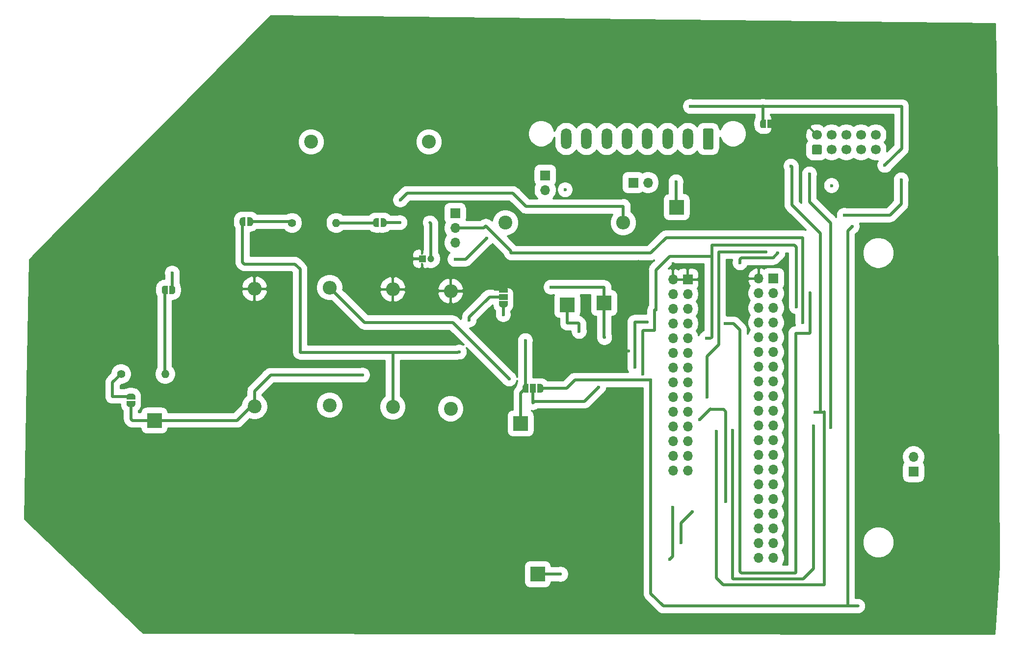
<source format=gbr>
%TF.GenerationSoftware,KiCad,Pcbnew,(5.1.9-0-10_14)*%
%TF.CreationDate,2021-02-20T16:02:38+00:00*%
%TF.ProjectId,base8x,62617365-3878-42e6-9b69-6361645f7063,rev?*%
%TF.SameCoordinates,Original*%
%TF.FileFunction,Copper,L1,Top*%
%TF.FilePolarity,Positive*%
%FSLAX46Y46*%
G04 Gerber Fmt 4.6, Leading zero omitted, Abs format (unit mm)*
G04 Created by KiCad (PCBNEW (5.1.9-0-10_14)) date 2021-02-20 16:02:38*
%MOMM*%
%LPD*%
G01*
G04 APERTURE LIST*
%TA.AperFunction,ComponentPad*%
%ADD10O,1.700000X1.700000*%
%TD*%
%TA.AperFunction,ComponentPad*%
%ADD11R,1.700000X1.700000*%
%TD*%
%TA.AperFunction,ComponentPad*%
%ADD12O,1.400000X1.400000*%
%TD*%
%TA.AperFunction,ComponentPad*%
%ADD13C,1.400000*%
%TD*%
%TA.AperFunction,ComponentPad*%
%ADD14O,2.400000X2.400000*%
%TD*%
%TA.AperFunction,ComponentPad*%
%ADD15C,2.400000*%
%TD*%
%TA.AperFunction,SMDPad,CuDef*%
%ADD16R,2.500000X2.500000*%
%TD*%
%TA.AperFunction,ComponentPad*%
%ADD17C,1.700000*%
%TD*%
%TA.AperFunction,SMDPad,CuDef*%
%ADD18C,0.100000*%
%TD*%
%TA.AperFunction,SMDPad,CuDef*%
%ADD19R,1.000000X1.500000*%
%TD*%
%TA.AperFunction,SMDPad,CuDef*%
%ADD20R,1.500000X1.000000*%
%TD*%
%TA.AperFunction,ComponentPad*%
%ADD21O,1.800000X3.600000*%
%TD*%
%TA.AperFunction,ComponentPad*%
%ADD22R,1.200000X1.200000*%
%TD*%
%TA.AperFunction,ComponentPad*%
%ADD23C,1.200000*%
%TD*%
%TA.AperFunction,ViaPad*%
%ADD24C,0.600000*%
%TD*%
%TA.AperFunction,Conductor*%
%ADD25C,0.500000*%
%TD*%
%TA.AperFunction,Conductor*%
%ADD26C,0.300000*%
%TD*%
%TA.AperFunction,Conductor*%
%ADD27C,0.100000*%
%TD*%
G04 APERTURE END LIST*
D10*
%TO.P,Raspberry_header1,40*%
%TO.N,Net-(Raspberry_header1-Pad40)*%
X-225640000Y-102690000D03*
%TO.P,Raspberry_header1,39*%
%TO.N,GND*%
X-223100000Y-102690000D03*
%TO.P,Raspberry_header1,38*%
%TO.N,Net-(Raspberry_header1-Pad38)*%
X-225640000Y-100150000D03*
%TO.P,Raspberry_header1,37*%
%TO.N,Net-(Raspberry_header1-Pad37)*%
X-223100000Y-100150000D03*
%TO.P,Raspberry_header1,36*%
%TO.N,Net-(Raspberry_header1-Pad36)*%
X-225640000Y-97610000D03*
%TO.P,Raspberry_header1,35*%
%TO.N,Net-(Raspberry_header1-Pad35)*%
X-223100000Y-97610000D03*
%TO.P,Raspberry_header1,34*%
%TO.N,Net-(Raspberry_header1-Pad34)*%
X-225640000Y-95070000D03*
%TO.P,Raspberry_header1,33*%
%TO.N,Net-(Raspberry_header1-Pad33)*%
X-223100000Y-95070000D03*
%TO.P,Raspberry_header1,32*%
%TO.N,Net-(Raspberry_header1-Pad32)*%
X-225640000Y-92530000D03*
%TO.P,Raspberry_header1,31*%
%TO.N,GPIO6*%
X-223100000Y-92530000D03*
%TO.P,Raspberry_header1,30*%
%TO.N,Net-(Raspberry_header1-Pad30)*%
X-225640000Y-89990000D03*
%TO.P,Raspberry_header1,29*%
%TO.N,Net-(Raspberry_header1-Pad29)*%
X-223100000Y-89990000D03*
%TO.P,Raspberry_header1,28*%
%TO.N,Net-(Raspberry_header1-Pad28)*%
X-225640000Y-87450000D03*
%TO.P,Raspberry_header1,27*%
%TO.N,Net-(Raspberry_header1-Pad27)*%
X-223100000Y-87450000D03*
%TO.P,Raspberry_header1,26*%
%TO.N,Net-(Raspberry_header1-Pad26)*%
X-225640000Y-84910000D03*
%TO.P,Raspberry_header1,25*%
%TO.N,Net-(Raspberry_header1-Pad25)*%
X-223100000Y-84910000D03*
%TO.P,Raspberry_header1,24*%
%TO.N,SCK*%
X-225640000Y-82370000D03*
%TO.P,Raspberry_header1,23*%
%TO.N,SCLK*%
X-223100000Y-82370000D03*
%TO.P,Raspberry_header1,22*%
%TO.N,Net-(Raspberry_header1-Pad22)*%
X-225640000Y-79830000D03*
%TO.P,Raspberry_header1,21*%
%TO.N,MISO*%
X-223100000Y-79830000D03*
%TO.P,Raspberry_header1,20*%
%TO.N,Net-(Raspberry_header1-Pad20)*%
X-225640000Y-77290000D03*
%TO.P,Raspberry_header1,19*%
%TO.N,MOSI*%
X-223100000Y-77290000D03*
%TO.P,Raspberry_header1,18*%
%TO.N,Net-(Raspberry_header1-Pad18)*%
X-225640000Y-74750000D03*
%TO.P,Raspberry_header1,17*%
%TO.N,Net-(Raspberry_header1-Pad17)*%
X-223100000Y-74750000D03*
%TO.P,Raspberry_header1,16*%
%TO.N,Net-(Raspberry_header1-Pad16)*%
X-225640000Y-72210000D03*
%TO.P,Raspberry_header1,15*%
%TO.N,Net-(Raspberry_header1-Pad15)*%
X-223100000Y-72210000D03*
%TO.P,Raspberry_header1,14*%
%TO.N,Net-(Raspberry_header1-Pad14)*%
X-225640000Y-69670000D03*
%TO.P,Raspberry_header1,13*%
%TO.N,Net-(Raspberry_header1-Pad13)*%
X-223100000Y-69670000D03*
%TO.P,Raspberry_header1,12*%
%TO.N,Net-(Raspberry_header1-Pad12)*%
X-225640000Y-67130000D03*
%TO.P,Raspberry_header1,11*%
%TO.N,Net-(Raspberry_header1-Pad11)*%
X-223100000Y-67130000D03*
%TO.P,Raspberry_header1,10*%
%TO.N,Net-(Raspberry_header1-Pad10)*%
X-225640000Y-64590000D03*
%TO.P,Raspberry_header1,9*%
%TO.N,Net-(Raspberry_header1-Pad9)*%
X-223100000Y-64590000D03*
%TO.P,Raspberry_header1,8*%
%TO.N,Net-(Raspberry_header1-Pad8)*%
X-225640000Y-62050000D03*
%TO.P,Raspberry_header1,7*%
%TO.N,CLK0*%
X-223100000Y-62050000D03*
%TO.P,Raspberry_header1,6*%
%TO.N,Net-(Raspberry_header1-Pad6)*%
X-225640000Y-59510000D03*
%TO.P,Raspberry_header1,5*%
%TO.N,SCL*%
X-223100000Y-59510000D03*
%TO.P,Raspberry_header1,4*%
%TO.N,Net-(Raspberry_header1-Pad4)*%
X-225640000Y-56970000D03*
%TO.P,Raspberry_header1,3*%
%TO.N,SDA*%
X-223100000Y-56970000D03*
%TO.P,Raspberry_header1,2*%
%TO.N,+5V*%
X-225640000Y-54430000D03*
D11*
%TO.P,Raspberry_header1,1*%
%TO.N,+3V3*%
X-223100000Y-54430000D03*
%TD*%
D12*
%TO.P,D2,2*%
%TO.N,Net-(D2-Pad2)*%
X-328071640Y-70898520D03*
D13*
%TO.P,D2,1*%
%TO.N,Net-(D2-Pad1)*%
X-335691640Y-70898520D03*
%TD*%
D12*
%TO.P,D1,2*%
%TO.N,Net-(D1-Pad2)*%
X-298550000Y-44800000D03*
D13*
%TO.P,D1,1*%
%TO.N,Net-(D1-Pad1)*%
X-306170000Y-44800000D03*
%TD*%
D14*
%TO.P,Resistor1,2*%
%TO.N,+3V3*%
X-282550000Y-30810000D03*
D15*
%TO.P,Resistor1,1*%
%TO.N,CLK0*%
X-302870000Y-30810000D03*
%TD*%
D14*
%TO.P,R5,2*%
%TO.N,A_I-*%
X-249021600Y-44780200D03*
D15*
%TO.P,R5,1*%
%TO.N,A_I-_EXT*%
X-269341600Y-44780200D03*
%TD*%
D14*
%TO.P,R4,2*%
%TO.N,Net-(R4-Pad2)*%
X-299690000Y-55970000D03*
D15*
%TO.P,R4,1*%
%TO.N,Net-(J4-Pad2)*%
X-299690000Y-76290000D03*
%TD*%
D14*
%TO.P,R3,2*%
%TO.N,+5V*%
X-278810000Y-56580000D03*
D15*
%TO.P,R3,1*%
%TO.N,Net-(R3-Pad1)*%
X-278810000Y-76900000D03*
%TD*%
D14*
%TO.P,R2,2*%
%TO.N,+5V*%
X-312650000Y-56200000D03*
D15*
%TO.P,R2,1*%
%TO.N,Net-(JP4-Pad1)*%
X-312650000Y-76520000D03*
%TD*%
D14*
%TO.P,R1,2*%
%TO.N,+5V*%
X-288790000Y-56280000D03*
D15*
%TO.P,R1,1*%
%TO.N,Net-(JP2-Pad1)*%
X-288790000Y-76600000D03*
%TD*%
D16*
%TO.P,TP5,1*%
%TO.N,A_V_D_LOC*%
X-266720000Y-79440000D03*
%TD*%
%TO.P,TP4,1*%
%TO.N,Net-(JP4-Pad1)*%
X-329936000Y-78930000D03*
%TD*%
%TO.P,TP3,1*%
%TO.N,Net-(JP2-Pad1)*%
X-252320000Y-58640000D03*
%TD*%
%TO.P,TP2,1*%
%TO.N,Net-(TP2-Pad1)*%
X-258690000Y-58980000D03*
%TD*%
%TO.P,J1,1*%
%TO.N,MISO*%
%TA.AperFunction,ComponentPad*%
G36*
G01*
X-215020600Y-33006400D02*
X-216220600Y-33006400D01*
G75*
G02*
X-216470600Y-32756400I0J250000D01*
G01*
X-216470600Y-31556400D01*
G75*
G02*
X-216220600Y-31306400I250000J0D01*
G01*
X-215020600Y-31306400D01*
G75*
G02*
X-214770600Y-31556400I0J-250000D01*
G01*
X-214770600Y-32756400D01*
G75*
G02*
X-215020600Y-33006400I-250000J0D01*
G01*
G37*
%TD.AperFunction*%
D17*
%TO.P,J1,3*%
%TO.N,SCK*%
X-213080600Y-32156400D03*
%TO.P,J1,5*%
%TO.N,A_V_D_EXT*%
X-210540600Y-32156400D03*
%TO.P,J1,7*%
%TO.N,SDA*%
X-208000600Y-32156400D03*
%TO.P,J1,9*%
%TO.N,/Vin*%
X-205460600Y-32156400D03*
%TO.P,J1,2*%
%TO.N,+5V*%
X-215620600Y-29616400D03*
%TO.P,J1,4*%
%TO.N,MOSI*%
X-213080600Y-29616400D03*
%TO.P,J1,6*%
%TO.N,GND*%
X-210540600Y-29616400D03*
%TO.P,J1,8*%
%TO.N,SCL*%
X-208000600Y-29616400D03*
%TO.P,J1,10*%
%TO.N,~A_CS*%
X-205460600Y-29616400D03*
%TD*%
%TA.AperFunction,SMDPad,CuDef*%
D18*
%TO.P,J2,1*%
%TO.N,A_V_D_LOC*%
G36*
X-265354500Y-74117900D02*
G01*
X-265904500Y-74117900D01*
X-265904500Y-74117298D01*
X-265929034Y-74117298D01*
X-265977865Y-74112488D01*
X-266025990Y-74102916D01*
X-266072945Y-74088672D01*
X-266118278Y-74069895D01*
X-266161551Y-74046764D01*
X-266202350Y-74019504D01*
X-266240279Y-73988376D01*
X-266274976Y-73953679D01*
X-266306104Y-73915750D01*
X-266333364Y-73874951D01*
X-266356495Y-73831678D01*
X-266375272Y-73786345D01*
X-266389516Y-73739390D01*
X-266399088Y-73691265D01*
X-266403898Y-73642434D01*
X-266403898Y-73617900D01*
X-266404500Y-73617900D01*
X-266404500Y-73117900D01*
X-266403898Y-73117900D01*
X-266403898Y-73093366D01*
X-266399088Y-73044535D01*
X-266389516Y-72996410D01*
X-266375272Y-72949455D01*
X-266356495Y-72904122D01*
X-266333364Y-72860849D01*
X-266306104Y-72820050D01*
X-266274976Y-72782121D01*
X-266240279Y-72747424D01*
X-266202350Y-72716296D01*
X-266161551Y-72689036D01*
X-266118278Y-72665905D01*
X-266072945Y-72647128D01*
X-266025990Y-72632884D01*
X-265977865Y-72623312D01*
X-265929034Y-72618502D01*
X-265904500Y-72618502D01*
X-265904500Y-72617900D01*
X-265354500Y-72617900D01*
X-265354500Y-74117900D01*
G37*
%TD.AperFunction*%
%TA.AperFunction,SMDPad,CuDef*%
%TO.P,J2,3*%
%TO.N,A_V_D_EXT*%
G36*
X-263304500Y-72618502D02*
G01*
X-263279966Y-72618502D01*
X-263231135Y-72623312D01*
X-263183010Y-72632884D01*
X-263136055Y-72647128D01*
X-263090722Y-72665905D01*
X-263047449Y-72689036D01*
X-263006650Y-72716296D01*
X-262968721Y-72747424D01*
X-262934024Y-72782121D01*
X-262902896Y-72820050D01*
X-262875636Y-72860849D01*
X-262852505Y-72904122D01*
X-262833728Y-72949455D01*
X-262819484Y-72996410D01*
X-262809912Y-73044535D01*
X-262805102Y-73093366D01*
X-262805102Y-73117900D01*
X-262804500Y-73117900D01*
X-262804500Y-73617900D01*
X-262805102Y-73617900D01*
X-262805102Y-73642434D01*
X-262809912Y-73691265D01*
X-262819484Y-73739390D01*
X-262833728Y-73786345D01*
X-262852505Y-73831678D01*
X-262875636Y-73874951D01*
X-262902896Y-73915750D01*
X-262934024Y-73953679D01*
X-262968721Y-73988376D01*
X-263006650Y-74019504D01*
X-263047449Y-74046764D01*
X-263090722Y-74069895D01*
X-263136055Y-74088672D01*
X-263183010Y-74102916D01*
X-263231135Y-74112488D01*
X-263279966Y-74117298D01*
X-263304500Y-74117298D01*
X-263304500Y-74117900D01*
X-263854500Y-74117900D01*
X-263854500Y-72617900D01*
X-263304500Y-72617900D01*
X-263304500Y-72618502D01*
G37*
%TD.AperFunction*%
D19*
%TO.P,J2,2*%
%TO.N,A_V_D*%
X-264604500Y-73367900D03*
%TD*%
D11*
%TO.P,J3,1*%
%TO.N,+5V*%
X-237910000Y-54570000D03*
D10*
%TO.P,J3,2*%
X-240450000Y-54570000D03*
%TO.P,J3,3*%
%TO.N,+3V3*%
X-237910000Y-57110000D03*
%TO.P,J3,4*%
%TO.N,A_V_D*%
X-240450000Y-57110000D03*
%TO.P,J3,5*%
X-237910000Y-59650000D03*
%TO.P,J3,6*%
%TO.N,SCL*%
X-240450000Y-59650000D03*
%TO.P,J3,7*%
%TO.N,SDA*%
X-237910000Y-62190000D03*
%TO.P,J3,8*%
X-240450000Y-62190000D03*
%TO.P,J3,9*%
%TO.N,SCL*%
X-237910000Y-64730000D03*
%TO.P,J3,10*%
%TO.N,Net-(J3-Pad10)*%
X-240450000Y-64730000D03*
%TO.P,J3,11*%
%TO.N,~A_CS*%
X-237910000Y-67270000D03*
%TO.P,J3,12*%
%TO.N,Net-(J3-Pad12)*%
X-240450000Y-67270000D03*
%TO.P,J3,13*%
%TO.N,MISO*%
X-237910000Y-69810000D03*
%TO.P,J3,14*%
%TO.N,Net-(J3-Pad14)*%
X-240450000Y-69810000D03*
%TO.P,J3,15*%
%TO.N,MOSI*%
X-237910000Y-72350000D03*
%TO.P,J3,16*%
%TO.N,A_V_D*%
X-240450000Y-72350000D03*
%TO.P,J3,17*%
%TO.N,SCK*%
X-237910000Y-74890000D03*
%TO.P,J3,18*%
%TO.N,Net-(J3-Pad18)*%
X-240450000Y-74890000D03*
%TO.P,J3,19*%
%TO.N,GND*%
X-237910000Y-77430000D03*
%TO.P,J3,20*%
X-240450000Y-77430000D03*
%TO.P,J3,21*%
%TO.N,A_I+*%
X-237910000Y-79970000D03*
%TO.P,J3,22*%
%TO.N,Net-(J3-Pad22)*%
X-240450000Y-79970000D03*
%TO.P,J3,23*%
%TO.N,A_V+*%
X-237910000Y-82510000D03*
%TO.P,J3,24*%
%TO.N,Net-(J3-Pad24)*%
X-240450000Y-82510000D03*
%TO.P,J3,25*%
%TO.N,A_V-*%
X-237910000Y-85050000D03*
%TO.P,J3,26*%
%TO.N,Net-(J3-Pad26)*%
X-240450000Y-85050000D03*
%TO.P,J3,27*%
%TO.N,A_I-*%
X-237910000Y-87590000D03*
%TO.P,J3,28*%
%TO.N,Net-(J3-Pad28)*%
X-240450000Y-87590000D03*
%TD*%
D20*
%TO.P,J4,2*%
%TO.N,Net-(J4-Pad2)*%
X-269720000Y-57570000D03*
%TA.AperFunction,SMDPad,CuDef*%
D18*
%TO.P,J4,3*%
%TO.N,GND*%
G36*
X-268970602Y-58870000D02*
G01*
X-268970602Y-58894534D01*
X-268975412Y-58943365D01*
X-268984984Y-58991490D01*
X-268999228Y-59038445D01*
X-269018005Y-59083778D01*
X-269041136Y-59127051D01*
X-269068396Y-59167850D01*
X-269099524Y-59205779D01*
X-269134221Y-59240476D01*
X-269172150Y-59271604D01*
X-269212949Y-59298864D01*
X-269256222Y-59321995D01*
X-269301555Y-59340772D01*
X-269348510Y-59355016D01*
X-269396635Y-59364588D01*
X-269445466Y-59369398D01*
X-269470000Y-59369398D01*
X-269470000Y-59370000D01*
X-269970000Y-59370000D01*
X-269970000Y-59369398D01*
X-269994534Y-59369398D01*
X-270043365Y-59364588D01*
X-270091490Y-59355016D01*
X-270138445Y-59340772D01*
X-270183778Y-59321995D01*
X-270227051Y-59298864D01*
X-270267850Y-59271604D01*
X-270305779Y-59240476D01*
X-270340476Y-59205779D01*
X-270371604Y-59167850D01*
X-270398864Y-59127051D01*
X-270421995Y-59083778D01*
X-270440772Y-59038445D01*
X-270455016Y-58991490D01*
X-270464588Y-58943365D01*
X-270469398Y-58894534D01*
X-270469398Y-58870000D01*
X-270470000Y-58870000D01*
X-270470000Y-58320000D01*
X-268970000Y-58320000D01*
X-268970000Y-58870000D01*
X-268970602Y-58870000D01*
G37*
%TD.AperFunction*%
%TA.AperFunction,SMDPad,CuDef*%
%TO.P,J4,1*%
%TO.N,+5V*%
G36*
X-270470000Y-56820000D02*
G01*
X-270470000Y-56270000D01*
X-270469398Y-56270000D01*
X-270469398Y-56245466D01*
X-270464588Y-56196635D01*
X-270455016Y-56148510D01*
X-270440772Y-56101555D01*
X-270421995Y-56056222D01*
X-270398864Y-56012949D01*
X-270371604Y-55972150D01*
X-270340476Y-55934221D01*
X-270305779Y-55899524D01*
X-270267850Y-55868396D01*
X-270227051Y-55841136D01*
X-270183778Y-55818005D01*
X-270138445Y-55799228D01*
X-270091490Y-55784984D01*
X-270043365Y-55775412D01*
X-269994534Y-55770602D01*
X-269970000Y-55770602D01*
X-269970000Y-55770000D01*
X-269470000Y-55770000D01*
X-269470000Y-55770602D01*
X-269445466Y-55770602D01*
X-269396635Y-55775412D01*
X-269348510Y-55784984D01*
X-269301555Y-55799228D01*
X-269256222Y-55818005D01*
X-269212949Y-55841136D01*
X-269172150Y-55868396D01*
X-269134221Y-55899524D01*
X-269099524Y-55934221D01*
X-269068396Y-55972150D01*
X-269041136Y-56012949D01*
X-269018005Y-56056222D01*
X-268999228Y-56101555D01*
X-268984984Y-56148510D01*
X-268975412Y-56196635D01*
X-268970602Y-56245466D01*
X-268970602Y-56270000D01*
X-268970000Y-56270000D01*
X-268970000Y-56820000D01*
X-270470000Y-56820000D01*
G37*
%TD.AperFunction*%
%TD*%
%TO.P,J9,1*%
%TO.N,GND*%
%TA.AperFunction,ComponentPad*%
G36*
G01*
X-233465800Y-28752200D02*
X-233465800Y-31852200D01*
G75*
G02*
X-233715800Y-32102200I-250000J0D01*
G01*
X-235015800Y-32102200D01*
G75*
G02*
X-235265800Y-31852200I0J250000D01*
G01*
X-235265800Y-28752200D01*
G75*
G02*
X-235015800Y-28502200I250000J0D01*
G01*
X-233715800Y-28502200D01*
G75*
G02*
X-233465800Y-28752200I0J-250000D01*
G01*
G37*
%TD.AperFunction*%
D21*
%TO.P,J9,2*%
%TO.N,/Vin*%
X-237865800Y-30302200D03*
%TO.P,J9,3*%
%TO.N,Net-(J9-Pad3)*%
X-241365800Y-30302200D03*
%TO.P,J9,4*%
%TO.N,A_I-*%
X-244865800Y-30302200D03*
%TO.P,J9,5*%
%TO.N,A_I-_EXT*%
X-248365800Y-30302200D03*
%TO.P,J9,6*%
%TO.N,A_V-*%
X-251865800Y-30302200D03*
%TO.P,J9,7*%
%TO.N,A_V+*%
X-255365800Y-30302200D03*
%TO.P,J9,8*%
%TO.N,A_I+*%
X-258865800Y-30302200D03*
%TD*%
%TA.AperFunction,SMDPad,CuDef*%
D18*
%TO.P,JP2,1*%
%TO.N,Net-(JP2-Pad1)*%
G36*
X-314220000Y-45340000D02*
G01*
X-314720000Y-45340000D01*
X-314720000Y-45339398D01*
X-314744534Y-45339398D01*
X-314793365Y-45334588D01*
X-314841490Y-45325016D01*
X-314888445Y-45310772D01*
X-314933778Y-45291995D01*
X-314977051Y-45268864D01*
X-315017850Y-45241604D01*
X-315055779Y-45210476D01*
X-315090476Y-45175779D01*
X-315121604Y-45137850D01*
X-315148864Y-45097051D01*
X-315171995Y-45053778D01*
X-315190772Y-45008445D01*
X-315205016Y-44961490D01*
X-315214588Y-44913365D01*
X-315219398Y-44864534D01*
X-315219398Y-44840000D01*
X-315220000Y-44840000D01*
X-315220000Y-44340000D01*
X-315219398Y-44340000D01*
X-315219398Y-44315466D01*
X-315214588Y-44266635D01*
X-315205016Y-44218510D01*
X-315190772Y-44171555D01*
X-315171995Y-44126222D01*
X-315148864Y-44082949D01*
X-315121604Y-44042150D01*
X-315090476Y-44004221D01*
X-315055779Y-43969524D01*
X-315017850Y-43938396D01*
X-314977051Y-43911136D01*
X-314933778Y-43888005D01*
X-314888445Y-43869228D01*
X-314841490Y-43854984D01*
X-314793365Y-43845412D01*
X-314744534Y-43840602D01*
X-314720000Y-43840602D01*
X-314720000Y-43840000D01*
X-314220000Y-43840000D01*
X-314220000Y-45340000D01*
G37*
%TD.AperFunction*%
%TA.AperFunction,SMDPad,CuDef*%
%TO.P,JP2,2*%
%TO.N,Net-(D1-Pad1)*%
G36*
X-313420000Y-43840602D02*
G01*
X-313395466Y-43840602D01*
X-313346635Y-43845412D01*
X-313298510Y-43854984D01*
X-313251555Y-43869228D01*
X-313206222Y-43888005D01*
X-313162949Y-43911136D01*
X-313122150Y-43938396D01*
X-313084221Y-43969524D01*
X-313049524Y-44004221D01*
X-313018396Y-44042150D01*
X-312991136Y-44082949D01*
X-312968005Y-44126222D01*
X-312949228Y-44171555D01*
X-312934984Y-44218510D01*
X-312925412Y-44266635D01*
X-312920602Y-44315466D01*
X-312920602Y-44340000D01*
X-312920000Y-44340000D01*
X-312920000Y-44840000D01*
X-312920602Y-44840000D01*
X-312920602Y-44864534D01*
X-312925412Y-44913365D01*
X-312934984Y-44961490D01*
X-312949228Y-45008445D01*
X-312968005Y-45053778D01*
X-312991136Y-45097051D01*
X-313018396Y-45137850D01*
X-313049524Y-45175779D01*
X-313084221Y-45210476D01*
X-313122150Y-45241604D01*
X-313162949Y-45268864D01*
X-313206222Y-45291995D01*
X-313251555Y-45310772D01*
X-313298510Y-45325016D01*
X-313346635Y-45334588D01*
X-313395466Y-45339398D01*
X-313420000Y-45339398D01*
X-313420000Y-45340000D01*
X-313920000Y-45340000D01*
X-313920000Y-43840000D01*
X-313420000Y-43840000D01*
X-313420000Y-43840602D01*
G37*
%TD.AperFunction*%
%TD*%
%TA.AperFunction,SMDPad,CuDef*%
%TO.P,JP3,2*%
%TO.N,GND*%
G36*
X-290390000Y-44000602D02*
G01*
X-290365466Y-44000602D01*
X-290316635Y-44005412D01*
X-290268510Y-44014984D01*
X-290221555Y-44029228D01*
X-290176222Y-44048005D01*
X-290132949Y-44071136D01*
X-290092150Y-44098396D01*
X-290054221Y-44129524D01*
X-290019524Y-44164221D01*
X-289988396Y-44202150D01*
X-289961136Y-44242949D01*
X-289938005Y-44286222D01*
X-289919228Y-44331555D01*
X-289904984Y-44378510D01*
X-289895412Y-44426635D01*
X-289890602Y-44475466D01*
X-289890602Y-44500000D01*
X-289890000Y-44500000D01*
X-289890000Y-45000000D01*
X-289890602Y-45000000D01*
X-289890602Y-45024534D01*
X-289895412Y-45073365D01*
X-289904984Y-45121490D01*
X-289919228Y-45168445D01*
X-289938005Y-45213778D01*
X-289961136Y-45257051D01*
X-289988396Y-45297850D01*
X-290019524Y-45335779D01*
X-290054221Y-45370476D01*
X-290092150Y-45401604D01*
X-290132949Y-45428864D01*
X-290176222Y-45451995D01*
X-290221555Y-45470772D01*
X-290268510Y-45485016D01*
X-290316635Y-45494588D01*
X-290365466Y-45499398D01*
X-290390000Y-45499398D01*
X-290390000Y-45500000D01*
X-290890000Y-45500000D01*
X-290890000Y-44000000D01*
X-290390000Y-44000000D01*
X-290390000Y-44000602D01*
G37*
%TD.AperFunction*%
%TA.AperFunction,SMDPad,CuDef*%
%TO.P,JP3,1*%
%TO.N,Net-(D1-Pad2)*%
G36*
X-291190000Y-45500000D02*
G01*
X-291690000Y-45500000D01*
X-291690000Y-45499398D01*
X-291714534Y-45499398D01*
X-291763365Y-45494588D01*
X-291811490Y-45485016D01*
X-291858445Y-45470772D01*
X-291903778Y-45451995D01*
X-291947051Y-45428864D01*
X-291987850Y-45401604D01*
X-292025779Y-45370476D01*
X-292060476Y-45335779D01*
X-292091604Y-45297850D01*
X-292118864Y-45257051D01*
X-292141995Y-45213778D01*
X-292160772Y-45168445D01*
X-292175016Y-45121490D01*
X-292184588Y-45073365D01*
X-292189398Y-45024534D01*
X-292189398Y-45000000D01*
X-292190000Y-45000000D01*
X-292190000Y-44500000D01*
X-292189398Y-44500000D01*
X-292189398Y-44475466D01*
X-292184588Y-44426635D01*
X-292175016Y-44378510D01*
X-292160772Y-44331555D01*
X-292141995Y-44286222D01*
X-292118864Y-44242949D01*
X-292091604Y-44202150D01*
X-292060476Y-44164221D01*
X-292025779Y-44129524D01*
X-291987850Y-44098396D01*
X-291947051Y-44071136D01*
X-291903778Y-44048005D01*
X-291858445Y-44029228D01*
X-291811490Y-44014984D01*
X-291763365Y-44005412D01*
X-291714534Y-44000602D01*
X-291690000Y-44000602D01*
X-291690000Y-44000000D01*
X-291190000Y-44000000D01*
X-291190000Y-45500000D01*
G37*
%TD.AperFunction*%
%TD*%
%TA.AperFunction,SMDPad,CuDef*%
%TO.P,JP4,1*%
%TO.N,Net-(JP4-Pad1)*%
G36*
X-333224600Y-75587500D02*
G01*
X-333224600Y-76087500D01*
X-333225202Y-76087500D01*
X-333225202Y-76112034D01*
X-333230012Y-76160865D01*
X-333239584Y-76208990D01*
X-333253828Y-76255945D01*
X-333272605Y-76301278D01*
X-333295736Y-76344551D01*
X-333322996Y-76385350D01*
X-333354124Y-76423279D01*
X-333388821Y-76457976D01*
X-333426750Y-76489104D01*
X-333467549Y-76516364D01*
X-333510822Y-76539495D01*
X-333556155Y-76558272D01*
X-333603110Y-76572516D01*
X-333651235Y-76582088D01*
X-333700066Y-76586898D01*
X-333724600Y-76586898D01*
X-333724600Y-76587500D01*
X-334224600Y-76587500D01*
X-334224600Y-76586898D01*
X-334249134Y-76586898D01*
X-334297965Y-76582088D01*
X-334346090Y-76572516D01*
X-334393045Y-76558272D01*
X-334438378Y-76539495D01*
X-334481651Y-76516364D01*
X-334522450Y-76489104D01*
X-334560379Y-76457976D01*
X-334595076Y-76423279D01*
X-334626204Y-76385350D01*
X-334653464Y-76344551D01*
X-334676595Y-76301278D01*
X-334695372Y-76255945D01*
X-334709616Y-76208990D01*
X-334719188Y-76160865D01*
X-334723998Y-76112034D01*
X-334723998Y-76087500D01*
X-334724600Y-76087500D01*
X-334724600Y-75587500D01*
X-333224600Y-75587500D01*
G37*
%TD.AperFunction*%
%TA.AperFunction,SMDPad,CuDef*%
%TO.P,JP4,2*%
%TO.N,Net-(D2-Pad1)*%
G36*
X-334723998Y-74787500D02*
G01*
X-334723998Y-74762966D01*
X-334719188Y-74714135D01*
X-334709616Y-74666010D01*
X-334695372Y-74619055D01*
X-334676595Y-74573722D01*
X-334653464Y-74530449D01*
X-334626204Y-74489650D01*
X-334595076Y-74451721D01*
X-334560379Y-74417024D01*
X-334522450Y-74385896D01*
X-334481651Y-74358636D01*
X-334438378Y-74335505D01*
X-334393045Y-74316728D01*
X-334346090Y-74302484D01*
X-334297965Y-74292912D01*
X-334249134Y-74288102D01*
X-334224600Y-74288102D01*
X-334224600Y-74287500D01*
X-333724600Y-74287500D01*
X-333724600Y-74288102D01*
X-333700066Y-74288102D01*
X-333651235Y-74292912D01*
X-333603110Y-74302484D01*
X-333556155Y-74316728D01*
X-333510822Y-74335505D01*
X-333467549Y-74358636D01*
X-333426750Y-74385896D01*
X-333388821Y-74417024D01*
X-333354124Y-74451721D01*
X-333322996Y-74489650D01*
X-333295736Y-74530449D01*
X-333272605Y-74573722D01*
X-333253828Y-74619055D01*
X-333239584Y-74666010D01*
X-333230012Y-74714135D01*
X-333225202Y-74762966D01*
X-333225202Y-74787500D01*
X-333224600Y-74787500D01*
X-333224600Y-75287500D01*
X-334724600Y-75287500D01*
X-334724600Y-74787500D01*
X-334723998Y-74787500D01*
G37*
%TD.AperFunction*%
%TD*%
%TA.AperFunction,SMDPad,CuDef*%
%TO.P,JP5,1*%
%TO.N,Net-(D2-Pad2)*%
G36*
X-327650000Y-57120000D02*
G01*
X-328150000Y-57120000D01*
X-328150000Y-57119398D01*
X-328174534Y-57119398D01*
X-328223365Y-57114588D01*
X-328271490Y-57105016D01*
X-328318445Y-57090772D01*
X-328363778Y-57071995D01*
X-328407051Y-57048864D01*
X-328447850Y-57021604D01*
X-328485779Y-56990476D01*
X-328520476Y-56955779D01*
X-328551604Y-56917850D01*
X-328578864Y-56877051D01*
X-328601995Y-56833778D01*
X-328620772Y-56788445D01*
X-328635016Y-56741490D01*
X-328644588Y-56693365D01*
X-328649398Y-56644534D01*
X-328649398Y-56620000D01*
X-328650000Y-56620000D01*
X-328650000Y-56120000D01*
X-328649398Y-56120000D01*
X-328649398Y-56095466D01*
X-328644588Y-56046635D01*
X-328635016Y-55998510D01*
X-328620772Y-55951555D01*
X-328601995Y-55906222D01*
X-328578864Y-55862949D01*
X-328551604Y-55822150D01*
X-328520476Y-55784221D01*
X-328485779Y-55749524D01*
X-328447850Y-55718396D01*
X-328407051Y-55691136D01*
X-328363778Y-55668005D01*
X-328318445Y-55649228D01*
X-328271490Y-55634984D01*
X-328223365Y-55625412D01*
X-328174534Y-55620602D01*
X-328150000Y-55620602D01*
X-328150000Y-55620000D01*
X-327650000Y-55620000D01*
X-327650000Y-57120000D01*
G37*
%TD.AperFunction*%
%TA.AperFunction,SMDPad,CuDef*%
%TO.P,JP5,2*%
%TO.N,GND*%
G36*
X-326850000Y-55620602D02*
G01*
X-326825466Y-55620602D01*
X-326776635Y-55625412D01*
X-326728510Y-55634984D01*
X-326681555Y-55649228D01*
X-326636222Y-55668005D01*
X-326592949Y-55691136D01*
X-326552150Y-55718396D01*
X-326514221Y-55749524D01*
X-326479524Y-55784221D01*
X-326448396Y-55822150D01*
X-326421136Y-55862949D01*
X-326398005Y-55906222D01*
X-326379228Y-55951555D01*
X-326364984Y-55998510D01*
X-326355412Y-56046635D01*
X-326350602Y-56095466D01*
X-326350602Y-56120000D01*
X-326350000Y-56120000D01*
X-326350000Y-56620000D01*
X-326350602Y-56620000D01*
X-326350602Y-56644534D01*
X-326355412Y-56693365D01*
X-326364984Y-56741490D01*
X-326379228Y-56788445D01*
X-326398005Y-56833778D01*
X-326421136Y-56877051D01*
X-326448396Y-56917850D01*
X-326479524Y-56955779D01*
X-326514221Y-56990476D01*
X-326552150Y-57021604D01*
X-326592949Y-57048864D01*
X-326636222Y-57071995D01*
X-326681555Y-57090772D01*
X-326728510Y-57105016D01*
X-326776635Y-57114588D01*
X-326825466Y-57119398D01*
X-326850000Y-57119398D01*
X-326850000Y-57120000D01*
X-327350000Y-57120000D01*
X-327350000Y-55620000D01*
X-326850000Y-55620000D01*
X-326850000Y-55620602D01*
G37*
%TD.AperFunction*%
%TD*%
%TA.AperFunction,SMDPad,CuDef*%
%TO.P,JP6,2*%
%TO.N,/Vin*%
G36*
X-224932000Y-28435398D02*
G01*
X-224956534Y-28435398D01*
X-225005365Y-28430588D01*
X-225053490Y-28421016D01*
X-225100445Y-28406772D01*
X-225145778Y-28387995D01*
X-225189051Y-28364864D01*
X-225229850Y-28337604D01*
X-225267779Y-28306476D01*
X-225302476Y-28271779D01*
X-225333604Y-28233850D01*
X-225360864Y-28193051D01*
X-225383995Y-28149778D01*
X-225402772Y-28104445D01*
X-225417016Y-28057490D01*
X-225426588Y-28009365D01*
X-225431398Y-27960534D01*
X-225431398Y-27936000D01*
X-225432000Y-27936000D01*
X-225432000Y-27436000D01*
X-225431398Y-27436000D01*
X-225431398Y-27411466D01*
X-225426588Y-27362635D01*
X-225417016Y-27314510D01*
X-225402772Y-27267555D01*
X-225383995Y-27222222D01*
X-225360864Y-27178949D01*
X-225333604Y-27138150D01*
X-225302476Y-27100221D01*
X-225267779Y-27065524D01*
X-225229850Y-27034396D01*
X-225189051Y-27007136D01*
X-225145778Y-26984005D01*
X-225100445Y-26965228D01*
X-225053490Y-26950984D01*
X-225005365Y-26941412D01*
X-224956534Y-26936602D01*
X-224932000Y-26936602D01*
X-224932000Y-26936000D01*
X-224432000Y-26936000D01*
X-224432000Y-28436000D01*
X-224932000Y-28436000D01*
X-224932000Y-28435398D01*
G37*
%TD.AperFunction*%
%TA.AperFunction,SMDPad,CuDef*%
%TO.P,JP6,1*%
%TO.N,+5V*%
G36*
X-224132000Y-26936000D02*
G01*
X-223632000Y-26936000D01*
X-223632000Y-26936602D01*
X-223607466Y-26936602D01*
X-223558635Y-26941412D01*
X-223510510Y-26950984D01*
X-223463555Y-26965228D01*
X-223418222Y-26984005D01*
X-223374949Y-27007136D01*
X-223334150Y-27034396D01*
X-223296221Y-27065524D01*
X-223261524Y-27100221D01*
X-223230396Y-27138150D01*
X-223203136Y-27178949D01*
X-223180005Y-27222222D01*
X-223161228Y-27267555D01*
X-223146984Y-27314510D01*
X-223137412Y-27362635D01*
X-223132602Y-27411466D01*
X-223132602Y-27436000D01*
X-223132000Y-27436000D01*
X-223132000Y-27936000D01*
X-223132602Y-27936000D01*
X-223132602Y-27960534D01*
X-223137412Y-28009365D01*
X-223146984Y-28057490D01*
X-223161228Y-28104445D01*
X-223180005Y-28149778D01*
X-223203136Y-28193051D01*
X-223230396Y-28233850D01*
X-223261524Y-28271779D01*
X-223296221Y-28306476D01*
X-223334150Y-28337604D01*
X-223374949Y-28364864D01*
X-223418222Y-28387995D01*
X-223463555Y-28406772D01*
X-223510510Y-28421016D01*
X-223558635Y-28430588D01*
X-223607466Y-28435398D01*
X-223632000Y-28435398D01*
X-223632000Y-28436000D01*
X-224132000Y-28436000D01*
X-224132000Y-26936000D01*
G37*
%TD.AperFunction*%
%TD*%
D10*
%TO.P,P3,2*%
%TO.N,GND*%
X-262500000Y-39120000D03*
D11*
%TO.P,P3,1*%
%TO.N,A_I-_EXT*%
X-262500000Y-36580000D03*
%TD*%
%TO.P,P4,1*%
%TO.N,A_I-_EXT*%
X-247300000Y-37840000D03*
D10*
%TO.P,P4,2*%
%TO.N,A_I-*%
X-244760000Y-37840000D03*
%TD*%
D11*
%TO.P,Temp_sensor1,1*%
%TO.N,+3V3*%
X-278020000Y-43150000D03*
D10*
%TO.P,Temp_sensor1,2*%
%TO.N,CLK0*%
X-278020000Y-45690000D03*
%TO.P,Temp_sensor1,3*%
%TO.N,GND*%
X-278020000Y-48230000D03*
%TD*%
D16*
%TO.P,TP1,1*%
%TO.N,GND*%
X-263780000Y-105480000D03*
%TD*%
%TO.P,TP6,1*%
%TO.N,A_I-*%
X-239810000Y-42080000D03*
%TD*%
D22*
%TO.P,C1,1*%
%TO.N,+5V*%
X-283718000Y-51003200D03*
D23*
%TO.P,C1,2*%
%TO.N,GND*%
X-282218000Y-51003200D03*
%TD*%
D11*
%TO.P,J5,1*%
%TO.N,GPIO6*%
X-198930000Y-87750000D03*
D10*
%TO.P,J5,2*%
%TO.N,GND*%
X-198930000Y-85210000D03*
%TD*%
D24*
%TO.N,+5V*%
X-248110000Y-66930000D03*
X-215620600Y-27030600D03*
X-240410000Y-51810010D03*
X-246419990Y-51810010D03*
X-235400000Y-59050000D03*
X-230540000Y-58840000D03*
%TO.N,GND*%
X-287570000Y-44750000D03*
X-269720000Y-60650000D03*
X-259850000Y-105480000D03*
X-326850000Y-53470000D03*
X-259040000Y-39080000D03*
X-278040000Y-51100000D03*
X-278040000Y-51100000D03*
X-272590000Y-47480000D03*
%TO.N,MISO*%
X-230150000Y-80680000D03*
X-216890000Y-36350000D03*
X-213270000Y-80170000D03*
X-216199990Y-79910000D03*
%TO.N,SCK*%
X-234590000Y-74890000D03*
X-224370000Y-49810000D03*
X-213080600Y-38350600D03*
%TO.N,A_V_D_EXT*%
X-244280000Y-71930000D03*
X-209520000Y-45400000D03*
%TO.N,SDA*%
X-247040000Y-69690000D03*
X-244890000Y-61930000D03*
X-244890000Y-61930000D03*
X-231470000Y-62190000D03*
X-216820000Y-56910000D03*
%TO.N,/Vin*%
X-237420000Y-24690000D03*
X-203890000Y-34860000D03*
%TO.N,MOSI*%
X-232990000Y-80770000D03*
X-215970000Y-77500000D03*
X-220070000Y-35000000D03*
%TO.N,SCL*%
X-245640000Y-70940000D03*
X-243370000Y-59840000D03*
X-234620000Y-64730000D03*
X-219165000Y-59265000D03*
%TO.N,~A_CS*%
X-201060000Y-37370000D03*
X-228860000Y-51690000D03*
X-222370000Y-50030000D03*
X-210880000Y-43480000D03*
%TO.N,A_V_D_LOC*%
X-265904500Y-65124500D03*
%TO.N,A_V_D*%
X-253280000Y-73150000D03*
%TO.N,A_I+*%
X-235810000Y-78800000D03*
X-240490000Y-93960000D03*
X-231350000Y-92910000D03*
X-241010000Y-102920000D03*
%TO.N,A_V-*%
X-239100000Y-99990000D03*
X-237150000Y-94700000D03*
%TO.N,A_I-*%
X-239910000Y-37700000D03*
X-287470000Y-40830000D03*
%TO.N,Net-(J4-Pad2)*%
X-275610000Y-61590000D03*
%TO.N,Net-(R4-Pad2)*%
X-268720000Y-71760000D03*
%TO.N,CLK0*%
X-218060000Y-62050000D03*
%TO.N,Net-(TP2-Pad1)*%
X-256630000Y-63550000D03*
%TO.N,Net-(JP2-Pad1)*%
X-252250000Y-64590000D03*
X-277320000Y-67120000D03*
X-261470000Y-55910000D03*
%TO.N,Net-(JP4-Pad1)*%
X-294020000Y-71100000D03*
%TD*%
D25*
%TO.N,+5V*%
X-215620600Y-27019400D02*
X-215620600Y-27030600D01*
X-215620600Y-27030600D02*
X-215620600Y-27520600D01*
X-223632000Y-27686000D02*
X-223416000Y-27686000D01*
X-283718000Y-51003200D02*
X-285213200Y-51003200D01*
X-269720000Y-56270000D02*
X-269720000Y-56230000D01*
X-269720000Y-56230000D02*
X-269440000Y-55950000D01*
X-278810000Y-56580000D02*
X-276750000Y-56580000D01*
X-269720000Y-56270000D02*
X-271210000Y-56270000D01*
X-248110000Y-66930000D02*
X-248380000Y-66930000D01*
X-240410000Y-51810010D02*
X-240410000Y-52820000D01*
X-246419990Y-51810010D02*
X-246419990Y-51400010D01*
%TO.N,GND*%
X-290390000Y-44750000D02*
X-287570000Y-44750000D01*
X-287570000Y-44750000D02*
X-287570000Y-44750000D01*
X-326850000Y-53960000D02*
X-326850000Y-53960000D01*
X-269720000Y-58870000D02*
X-269720000Y-60650000D01*
X-269720000Y-60650000D02*
X-269720000Y-60650000D01*
X-263780000Y-105480000D02*
X-259850000Y-105480000D01*
X-259850000Y-105480000D02*
X-259850000Y-105480000D01*
X-282218000Y-44922000D02*
X-282218000Y-51003200D01*
X-282390000Y-44750000D02*
X-282218000Y-44922000D01*
X-326850000Y-56370000D02*
X-326850000Y-53470000D01*
X-326850000Y-53470000D02*
X-326850000Y-53470000D01*
X-278040000Y-51100000D02*
X-276210000Y-51100000D01*
X-276210000Y-51100000D02*
X-272590000Y-47480000D01*
X-272590000Y-47480000D02*
X-272590000Y-47480000D01*
%TO.N,MISO*%
X-216890000Y-36350000D02*
X-216890000Y-41170000D01*
X-216890000Y-41170000D02*
X-213270000Y-44790000D01*
X-213270000Y-44790000D02*
X-213270000Y-80170000D01*
X-213270000Y-80170000D02*
X-213270000Y-80170000D01*
X-217980000Y-106290000D02*
X-216199990Y-104509990D01*
X-230150000Y-106230000D02*
X-230090000Y-106290000D01*
X-230150000Y-80680000D02*
X-230150000Y-106230000D01*
X-230090000Y-106290000D02*
X-217980000Y-106290000D01*
X-216199990Y-104509990D02*
X-216199990Y-79910000D01*
%TO.N,SCK*%
X-224370000Y-49810000D02*
X-224370000Y-49810000D01*
X-232540000Y-49810000D02*
X-224370000Y-49810000D01*
X-234590000Y-67870000D02*
X-232550000Y-65830000D01*
X-234590000Y-74890000D02*
X-234590000Y-67870000D01*
X-232550000Y-65830000D02*
X-232550000Y-49820000D01*
X-232550000Y-49820000D02*
X-232540000Y-49810000D01*
%TO.N,A_V_D_EXT*%
X-263304500Y-73367900D02*
X-258777900Y-73367900D01*
X-258777900Y-73367900D02*
X-257340000Y-71930000D01*
X-257340000Y-71930000D02*
X-244280000Y-71930000D01*
X-244280000Y-71930000D02*
X-244280000Y-71930000D01*
X-244280000Y-71930000D02*
X-244280000Y-108840000D01*
X-244280000Y-108840000D02*
X-242140000Y-110980000D01*
X-210310000Y-110980000D02*
X-210310000Y-46190000D01*
X-242140000Y-110980000D02*
X-210310000Y-110980000D01*
X-210310000Y-110980000D02*
X-208520000Y-110980000D01*
X-210310000Y-46190000D02*
X-209520000Y-45400000D01*
X-209520000Y-45400000D02*
X-209520000Y-45400000D01*
%TO.N,SDA*%
X-247040000Y-69690000D02*
X-247040000Y-61930000D01*
X-247040000Y-61930000D02*
X-244890000Y-61930000D01*
X-244890000Y-61930000D02*
X-244890000Y-61930000D01*
X-244890000Y-61930000D02*
X-244890000Y-61930000D01*
X-216820000Y-56910000D02*
X-216820000Y-56860000D01*
X-228930000Y-63270000D02*
X-230010000Y-62190000D01*
X-228930000Y-104990000D02*
X-228930000Y-63270000D01*
X-228660000Y-105260000D02*
X-228930000Y-104990000D01*
X-219310000Y-105260000D02*
X-228660000Y-105260000D01*
X-230010000Y-62190000D02*
X-231470000Y-62190000D01*
X-219270000Y-105220000D02*
X-219310000Y-105260000D01*
X-219270000Y-63900000D02*
X-219270000Y-105220000D01*
X-216900000Y-63900000D02*
X-219270000Y-63900000D01*
X-216820000Y-63820000D02*
X-216900000Y-63900000D01*
X-216820000Y-56910000D02*
X-216820000Y-63820000D01*
%TO.N,/Vin*%
X-224932000Y-27686000D02*
X-224932000Y-24602000D01*
X-224932000Y-24602000D02*
X-225020000Y-24690000D01*
X-225020000Y-24690000D02*
X-237420000Y-24690000D01*
X-237420000Y-24690000D02*
X-237420000Y-24690000D01*
X-225020000Y-24690000D02*
X-200980000Y-24690000D01*
X-200980000Y-24690000D02*
X-200970000Y-24700000D01*
X-200970000Y-24700000D02*
X-200970000Y-31940000D01*
X-200970000Y-31940000D02*
X-203890000Y-34860000D01*
X-203890000Y-34860000D02*
X-203890000Y-34860000D01*
%TO.N,MOSI*%
X-232990000Y-80770000D02*
X-232990000Y-106100000D01*
X-232990000Y-106100000D02*
X-232950000Y-106140000D01*
X-215970000Y-77500000D02*
X-215970000Y-77500000D01*
X-215970000Y-77500000D02*
X-215100000Y-77500000D01*
X-215100000Y-77500000D02*
X-215000000Y-77400000D01*
X-215000000Y-77400000D02*
X-215000000Y-46630000D01*
X-215000000Y-46630000D02*
X-219960000Y-41670000D01*
X-219960000Y-35110000D02*
X-220070000Y-35000000D01*
X-219960000Y-41670000D02*
X-219960000Y-35110000D01*
X-214400000Y-77500000D02*
X-215100000Y-77500000D01*
X-214330000Y-107280022D02*
X-214330000Y-77430000D01*
X-232990000Y-106100000D02*
X-231739989Y-107350011D01*
X-214330000Y-77430000D02*
X-214400000Y-77500000D01*
X-214399989Y-107350011D02*
X-214330000Y-107280022D01*
X-231739989Y-107350011D02*
X-214399989Y-107350011D01*
%TO.N,SCL*%
X-245640000Y-70940000D02*
X-245640000Y-63460000D01*
X-245640000Y-63460000D02*
X-245560000Y-63380000D01*
X-245560000Y-63380000D02*
X-243640000Y-63380000D01*
X-243640000Y-63380000D02*
X-243680000Y-63340000D01*
X-243640000Y-63380000D02*
X-243640000Y-59870000D01*
X-243610000Y-59840000D02*
X-243370000Y-59840000D01*
X-243640000Y-59870000D02*
X-243610000Y-59840000D01*
X-243370000Y-59840000D02*
X-243370000Y-59840000D01*
X-219165000Y-59265000D02*
X-219165000Y-48995000D01*
X-219490000Y-48670000D02*
X-220570000Y-48670000D01*
X-219165000Y-48995000D02*
X-219490000Y-48670000D01*
X-234620000Y-64730000D02*
X-233940000Y-64730000D01*
X-233740000Y-48670000D02*
X-220570000Y-48670000D01*
X-233940000Y-64730000D02*
X-233740000Y-64530000D01*
X-233850000Y-50560000D02*
X-233740000Y-50450000D01*
X-241010000Y-50560000D02*
X-233850000Y-50560000D01*
X-233740000Y-64530000D02*
X-233740000Y-50450000D01*
X-243370000Y-59840000D02*
X-243370000Y-52920000D01*
X-243370000Y-52920000D02*
X-241010000Y-50560000D01*
X-233740000Y-50450000D02*
X-233740000Y-48670000D01*
%TO.N,~A_CS*%
X-222370000Y-50030000D02*
X-222370000Y-50030000D01*
X-210880000Y-43480000D02*
X-203030000Y-43480000D01*
X-201060000Y-41510000D02*
X-201060000Y-37370000D01*
X-203030000Y-43480000D02*
X-201060000Y-41510000D01*
X-228860000Y-51690000D02*
X-228860000Y-51090000D01*
X-228860000Y-51090000D02*
X-228610000Y-50840000D01*
X-223180000Y-50840000D02*
X-222370000Y-50030000D01*
X-228610000Y-50840000D02*
X-223180000Y-50840000D01*
%TO.N,A_V_D_LOC*%
X-266720000Y-74183400D02*
X-265904500Y-73367900D01*
X-266720000Y-79440000D02*
X-266720000Y-74183400D01*
X-265904500Y-73367900D02*
X-265904500Y-65124500D01*
X-265904500Y-65124500D02*
X-265904500Y-65124500D01*
%TO.N,A_V_D*%
X-264604500Y-73367900D02*
X-264604500Y-75895500D01*
X-264604500Y-75895500D02*
X-264339000Y-75630000D01*
X-264339000Y-75630000D02*
X-255760000Y-75630000D01*
X-255760000Y-75630000D02*
X-253280000Y-73150000D01*
X-253280000Y-73150000D02*
X-253280000Y-73210000D01*
X-253280000Y-73150000D02*
X-253280000Y-73150000D01*
%TO.N,A_I+*%
X-235810000Y-78800000D02*
X-233960000Y-76950000D01*
X-233960000Y-76950000D02*
X-233900000Y-77010000D01*
X-233900000Y-77010000D02*
X-231730000Y-77010000D01*
X-231730000Y-77010000D02*
X-231350000Y-77390000D01*
X-231350000Y-77390000D02*
X-231350000Y-92910000D01*
X-231350000Y-92910000D02*
X-231350000Y-92910000D01*
X-240490000Y-102400000D02*
X-241010000Y-102920000D01*
X-240490000Y-93960000D02*
X-240490000Y-102400000D01*
%TO.N,A_V-*%
X-239100000Y-96650000D02*
X-237150000Y-94700000D01*
X-239100000Y-99990000D02*
X-239100000Y-96650000D01*
%TO.N,A_I-*%
X-239810000Y-42080000D02*
X-239810000Y-42110000D01*
X-239810000Y-42110000D02*
X-239910000Y-42010000D01*
X-239910000Y-42010000D02*
X-239910000Y-37700000D01*
X-239910000Y-37700000D02*
X-239910000Y-37700000D01*
X-249021600Y-44780200D02*
X-249021600Y-41928400D01*
X-249021600Y-41928400D02*
X-249053200Y-41960000D01*
X-249053200Y-41960000D02*
X-265820000Y-41960000D01*
X-265820000Y-41960000D02*
X-268080000Y-39700000D01*
X-286340000Y-39700000D02*
X-287470000Y-40830000D01*
X-268080000Y-39700000D02*
X-286340000Y-39700000D01*
%TO.N,Net-(J4-Pad2)*%
X-275610000Y-61590000D02*
X-275610000Y-61070000D01*
X-272110000Y-57570000D02*
X-269720000Y-57570000D01*
X-275610000Y-61070000D02*
X-272110000Y-57570000D01*
%TO.N,Net-(D1-Pad1)*%
X-306380000Y-44590000D02*
X-306170000Y-44800000D01*
X-313420000Y-44590000D02*
X-306380000Y-44590000D01*
%TO.N,Net-(D1-Pad2)*%
X-291740000Y-44800000D02*
X-291690000Y-44750000D01*
X-298550000Y-44800000D02*
X-291740000Y-44800000D01*
%TO.N,Net-(D2-Pad1)*%
X-333974600Y-74787500D02*
X-337152500Y-74787500D01*
X-337152500Y-74787500D02*
X-337160000Y-74780000D01*
X-337160000Y-72366880D02*
X-335691640Y-70898520D01*
X-337160000Y-74780000D02*
X-337160000Y-72366880D01*
%TO.N,Net-(D2-Pad2)*%
X-328150000Y-70820160D02*
X-328071640Y-70898520D01*
X-328150000Y-56370000D02*
X-328150000Y-70820160D01*
%TO.N,Net-(R4-Pad2)*%
X-268720000Y-71760000D02*
X-278470000Y-62010000D01*
X-278470000Y-62010000D02*
X-293650000Y-62010000D01*
X-293650000Y-62010000D02*
X-299690000Y-55970000D01*
%TO.N,CLK0*%
X-241620000Y-47340000D02*
X-244290000Y-50010000D01*
X-219180000Y-47340000D02*
X-241620000Y-47340000D01*
X-273080000Y-45690000D02*
X-272730000Y-45340000D01*
X-272730000Y-45340000D02*
X-268410000Y-49660000D01*
X-278020000Y-45690000D02*
X-273080000Y-45690000D01*
X-268410000Y-49960000D02*
X-268360000Y-50010000D01*
X-268410000Y-49660000D02*
X-268410000Y-49960000D01*
X-244290000Y-50010000D02*
X-268360000Y-50010000D01*
X-218060000Y-62050000D02*
X-218060000Y-47380000D01*
X-218100000Y-47340000D02*
X-219180000Y-47340000D01*
X-218060000Y-47380000D02*
X-218100000Y-47340000D01*
%TO.N,Net-(TP2-Pad1)*%
X-258690000Y-58980000D02*
X-258690000Y-62120000D01*
X-256790000Y-62120000D02*
X-258690000Y-62120000D01*
X-256630000Y-62280000D02*
X-256790000Y-62120000D01*
X-256630000Y-63550000D02*
X-256630000Y-62280000D01*
%TO.N,Net-(JP2-Pad1)*%
X-252320000Y-64520000D02*
X-252250000Y-64590000D01*
X-252320000Y-58640000D02*
X-252320000Y-64520000D01*
X-314720000Y-44590000D02*
X-314720000Y-51600000D01*
X-314720000Y-51600000D02*
X-314420000Y-51900000D01*
X-314420000Y-51900000D02*
X-305700000Y-51900000D01*
X-305700000Y-51900000D02*
X-304790000Y-52810000D01*
X-304790000Y-52810000D02*
X-304790000Y-67140000D01*
X-304790000Y-67140000D02*
X-304750000Y-67180000D01*
X-304750000Y-67180000D02*
X-288850000Y-67180000D01*
X-288790000Y-67240000D02*
X-288790000Y-76600000D01*
X-288850000Y-67180000D02*
X-288790000Y-67240000D01*
X-288850000Y-67180000D02*
X-277560000Y-67180000D01*
X-277500000Y-67120000D02*
X-277320000Y-67120000D01*
X-277560000Y-67180000D02*
X-277500000Y-67120000D01*
X-277320000Y-67120000D02*
X-277320000Y-67120000D01*
X-252320000Y-58640000D02*
X-252320000Y-55920000D01*
X-252330000Y-55910000D02*
X-261470000Y-55910000D01*
X-252320000Y-55920000D02*
X-252330000Y-55910000D01*
%TO.N,Net-(JP4-Pad1)*%
X-333974600Y-76087500D02*
X-333974600Y-78675400D01*
X-333720000Y-78930000D02*
X-329936000Y-78930000D01*
X-333974600Y-78675400D02*
X-333720000Y-78930000D01*
X-329936000Y-78930000D02*
X-315670000Y-78930000D01*
X-313260000Y-76520000D02*
X-312650000Y-76520000D01*
X-315670000Y-78930000D02*
X-313260000Y-76520000D01*
X-312650000Y-76520000D02*
X-312650000Y-73870000D01*
X-312650000Y-73870000D02*
X-309880000Y-71100000D01*
X-309880000Y-71100000D02*
X-294020000Y-71100000D01*
X-294020000Y-71100000D02*
X-293980000Y-71100000D01*
%TD*%
D26*
%TO.N,+5V*%
X-184887975Y-10458401D02*
X-184654995Y-27411427D01*
X-184225026Y-104145770D01*
X-184945958Y-115744875D01*
X-331814466Y-115615053D01*
X-343637960Y-104230000D01*
X-266185564Y-104230000D01*
X-266185564Y-106730000D01*
X-266163360Y-106955439D01*
X-266097602Y-107172215D01*
X-265990816Y-107371997D01*
X-265847107Y-107547107D01*
X-265671997Y-107690816D01*
X-265472215Y-107797602D01*
X-265255439Y-107863360D01*
X-265030000Y-107885564D01*
X-262530000Y-107885564D01*
X-262304561Y-107863360D01*
X-262087785Y-107797602D01*
X-261888003Y-107690816D01*
X-261712893Y-107547107D01*
X-261569184Y-107371997D01*
X-261462398Y-107172215D01*
X-261396640Y-106955439D01*
X-261389210Y-106880000D01*
X-260244178Y-106880000D01*
X-259992813Y-106930000D01*
X-259707187Y-106930000D01*
X-259427051Y-106874277D01*
X-259163167Y-106764973D01*
X-258925679Y-106606289D01*
X-258723711Y-106404321D01*
X-258565027Y-106166833D01*
X-258455723Y-105902949D01*
X-258400000Y-105622813D01*
X-258400000Y-105337187D01*
X-258455723Y-105057051D01*
X-258565027Y-104793167D01*
X-258723711Y-104555679D01*
X-258925679Y-104353711D01*
X-259163167Y-104195027D01*
X-259427051Y-104085723D01*
X-259707187Y-104030000D01*
X-259992813Y-104030000D01*
X-260244178Y-104080000D01*
X-261389210Y-104080000D01*
X-261396640Y-104004561D01*
X-261462398Y-103787785D01*
X-261569184Y-103588003D01*
X-261712893Y-103412893D01*
X-261888003Y-103269184D01*
X-262087785Y-103162398D01*
X-262304561Y-103096640D01*
X-262530000Y-103074436D01*
X-265030000Y-103074436D01*
X-265255439Y-103096640D01*
X-265472215Y-103162398D01*
X-265671997Y-103269184D01*
X-265847107Y-103412893D01*
X-265990816Y-103588003D01*
X-266097602Y-103787785D01*
X-266163360Y-104004561D01*
X-266185564Y-104230000D01*
X-343637960Y-104230000D01*
X-352218890Y-95967271D01*
X-351809453Y-72366880D01*
X-338566773Y-72366880D01*
X-338559999Y-72435659D01*
X-338560000Y-74711230D01*
X-338566773Y-74780000D01*
X-338560000Y-74848769D01*
X-338560000Y-74848776D01*
X-338539743Y-75054447D01*
X-338459690Y-75318348D01*
X-338329690Y-75561561D01*
X-338273523Y-75630000D01*
X-338207613Y-75710311D01*
X-338154739Y-75774738D01*
X-338150622Y-75778117D01*
X-338147239Y-75782239D01*
X-337934062Y-75957190D01*
X-337690849Y-76087190D01*
X-337426948Y-76167243D01*
X-337221277Y-76187500D01*
X-337221269Y-76187500D01*
X-337152500Y-76194273D01*
X-337083731Y-76187500D01*
X-335872734Y-76187500D01*
X-335855552Y-76361948D01*
X-335836430Y-76458081D01*
X-335770674Y-76674852D01*
X-335733165Y-76765408D01*
X-335626377Y-76965196D01*
X-335571921Y-77046695D01*
X-335428212Y-77221804D01*
X-335374600Y-77275416D01*
X-335374599Y-78606621D01*
X-335381373Y-78675400D01*
X-335354343Y-78949847D01*
X-335320207Y-79062377D01*
X-335274289Y-79213749D01*
X-335144289Y-79456962D01*
X-335121256Y-79485027D01*
X-335013182Y-79616716D01*
X-335013179Y-79616719D01*
X-334969338Y-79670139D01*
X-334915918Y-79713980D01*
X-334758584Y-79871314D01*
X-334714739Y-79924739D01*
X-334501562Y-80099690D01*
X-334258349Y-80229690D01*
X-333994448Y-80309743D01*
X-333788777Y-80330000D01*
X-333788769Y-80330000D01*
X-333720000Y-80336773D01*
X-333651231Y-80330000D01*
X-332326790Y-80330000D01*
X-332319360Y-80405439D01*
X-332253602Y-80622215D01*
X-332146816Y-80821997D01*
X-332003107Y-80997107D01*
X-331827997Y-81140816D01*
X-331628215Y-81247602D01*
X-331411439Y-81313360D01*
X-331186000Y-81335564D01*
X-328686000Y-81335564D01*
X-328460561Y-81313360D01*
X-328243785Y-81247602D01*
X-328044003Y-81140816D01*
X-327868893Y-80997107D01*
X-327725184Y-80821997D01*
X-327618398Y-80622215D01*
X-327552640Y-80405439D01*
X-327545210Y-80330000D01*
X-315738769Y-80330000D01*
X-315670000Y-80336773D01*
X-315601231Y-80330000D01*
X-315601223Y-80330000D01*
X-315395552Y-80309743D01*
X-315131651Y-80229690D01*
X-314888438Y-80099690D01*
X-314675261Y-79924739D01*
X-314631416Y-79871314D01*
X-313479948Y-78719846D01*
X-313335470Y-78779691D01*
X-312881455Y-78870000D01*
X-312418545Y-78870000D01*
X-311964530Y-78779691D01*
X-311536857Y-78602543D01*
X-311151962Y-78345364D01*
X-310824636Y-78018038D01*
X-310567457Y-77633143D01*
X-310390309Y-77205470D01*
X-310300000Y-76751455D01*
X-310300000Y-76288545D01*
X-310345749Y-76058545D01*
X-302040000Y-76058545D01*
X-302040000Y-76521455D01*
X-301949691Y-76975470D01*
X-301772543Y-77403143D01*
X-301515364Y-77788038D01*
X-301188038Y-78115364D01*
X-300803143Y-78372543D01*
X-300375470Y-78549691D01*
X-299921455Y-78640000D01*
X-299458545Y-78640000D01*
X-299004530Y-78549691D01*
X-298576857Y-78372543D01*
X-298191962Y-78115364D01*
X-297864636Y-77788038D01*
X-297607457Y-77403143D01*
X-297430309Y-76975470D01*
X-297340000Y-76521455D01*
X-297340000Y-76058545D01*
X-297430309Y-75604530D01*
X-297607457Y-75176857D01*
X-297864636Y-74791962D01*
X-298191962Y-74464636D01*
X-298576857Y-74207457D01*
X-299004530Y-74030309D01*
X-299458545Y-73940000D01*
X-299921455Y-73940000D01*
X-300375470Y-74030309D01*
X-300803143Y-74207457D01*
X-301188038Y-74464636D01*
X-301515364Y-74791962D01*
X-301772543Y-75176857D01*
X-301949691Y-75604530D01*
X-302040000Y-76058545D01*
X-310345749Y-76058545D01*
X-310390309Y-75834530D01*
X-310567457Y-75406857D01*
X-310824636Y-75021962D01*
X-311151962Y-74694636D01*
X-311250000Y-74629129D01*
X-311250000Y-74449898D01*
X-309300101Y-72500000D01*
X-294414178Y-72500000D01*
X-294162813Y-72550000D01*
X-293877187Y-72550000D01*
X-293597051Y-72494277D01*
X-293333167Y-72384973D01*
X-293095679Y-72226289D01*
X-292893711Y-72024321D01*
X-292735027Y-71786833D01*
X-292625723Y-71522949D01*
X-292570000Y-71242813D01*
X-292570000Y-70957187D01*
X-292625723Y-70677051D01*
X-292735027Y-70413167D01*
X-292893711Y-70175679D01*
X-293095679Y-69973711D01*
X-293333167Y-69815027D01*
X-293597051Y-69705723D01*
X-293877187Y-69650000D01*
X-294162813Y-69650000D01*
X-294414178Y-69700000D01*
X-309811231Y-69700000D01*
X-309880000Y-69693227D01*
X-309948769Y-69700000D01*
X-309948777Y-69700000D01*
X-310143858Y-69719214D01*
X-310154448Y-69720257D01*
X-310418350Y-69800310D01*
X-310479158Y-69832813D01*
X-310661562Y-69930310D01*
X-310874739Y-70105261D01*
X-310918580Y-70158681D01*
X-313591318Y-72831420D01*
X-313644738Y-72875261D01*
X-313688579Y-72928681D01*
X-313688582Y-72928684D01*
X-313692434Y-72933378D01*
X-313819689Y-73088438D01*
X-313884665Y-73210000D01*
X-313949689Y-73331651D01*
X-314029743Y-73595553D01*
X-314056773Y-73870000D01*
X-314049999Y-73938779D01*
X-314049999Y-74629129D01*
X-314148038Y-74694636D01*
X-314475364Y-75021962D01*
X-314732543Y-75406857D01*
X-314909691Y-75834530D01*
X-314997903Y-76278005D01*
X-316249898Y-77530000D01*
X-327545210Y-77530000D01*
X-327552640Y-77454561D01*
X-327618398Y-77237785D01*
X-327725184Y-77038003D01*
X-327868893Y-76862893D01*
X-328044003Y-76719184D01*
X-328243785Y-76612398D01*
X-328460561Y-76546640D01*
X-328686000Y-76524436D01*
X-331186000Y-76524436D01*
X-331411439Y-76546640D01*
X-331628215Y-76612398D01*
X-331827997Y-76719184D01*
X-332003107Y-76862893D01*
X-332146816Y-77038003D01*
X-332253602Y-77237785D01*
X-332319360Y-77454561D01*
X-332326790Y-77530000D01*
X-332574600Y-77530000D01*
X-332574600Y-77275416D01*
X-332520988Y-77221804D01*
X-332377279Y-77046695D01*
X-332322823Y-76965196D01*
X-332216035Y-76765408D01*
X-332178526Y-76674852D01*
X-332112770Y-76458081D01*
X-332093648Y-76361948D01*
X-332071444Y-76136509D01*
X-332071444Y-76111949D01*
X-332069036Y-76087500D01*
X-332069036Y-75587500D01*
X-332083810Y-75437500D01*
X-332069036Y-75287500D01*
X-332069036Y-74787500D01*
X-332071444Y-74763051D01*
X-332071444Y-74738491D01*
X-332093648Y-74513052D01*
X-332112770Y-74416919D01*
X-332178526Y-74200148D01*
X-332216035Y-74109592D01*
X-332322823Y-73909804D01*
X-332377279Y-73828305D01*
X-332520988Y-73653196D01*
X-332590296Y-73583888D01*
X-332765405Y-73440179D01*
X-332846904Y-73385723D01*
X-333046692Y-73278935D01*
X-333137248Y-73241426D01*
X-333354019Y-73175670D01*
X-333450152Y-73156548D01*
X-333675591Y-73134344D01*
X-333700151Y-73134344D01*
X-333724600Y-73131936D01*
X-334224600Y-73131936D01*
X-334249049Y-73134344D01*
X-334273609Y-73134344D01*
X-334499048Y-73156548D01*
X-334595181Y-73175670D01*
X-334811952Y-73241426D01*
X-334902508Y-73278935D01*
X-335102296Y-73385723D01*
X-335104955Y-73387500D01*
X-335760000Y-73387500D01*
X-335760000Y-72946778D01*
X-335561742Y-72748520D01*
X-335509431Y-72748520D01*
X-335152015Y-72677425D01*
X-334815337Y-72537968D01*
X-334512334Y-72335509D01*
X-334254651Y-72077826D01*
X-334052192Y-71774823D01*
X-333912735Y-71438145D01*
X-333841640Y-71080729D01*
X-333841640Y-70716311D01*
X-329921640Y-70716311D01*
X-329921640Y-71080729D01*
X-329850545Y-71438145D01*
X-329711088Y-71774823D01*
X-329508629Y-72077826D01*
X-329250946Y-72335509D01*
X-328947943Y-72537968D01*
X-328611265Y-72677425D01*
X-328253849Y-72748520D01*
X-327889431Y-72748520D01*
X-327532015Y-72677425D01*
X-327195337Y-72537968D01*
X-326892334Y-72335509D01*
X-326634651Y-72077826D01*
X-326432192Y-71774823D01*
X-326292735Y-71438145D01*
X-326221640Y-71080729D01*
X-326221640Y-70716311D01*
X-326292735Y-70358895D01*
X-326432192Y-70022217D01*
X-326634651Y-69719214D01*
X-326750000Y-69603865D01*
X-326750000Y-58268134D01*
X-326575552Y-58250952D01*
X-326479419Y-58231830D01*
X-326262648Y-58166074D01*
X-326172092Y-58128565D01*
X-325972304Y-58021777D01*
X-325890805Y-57967321D01*
X-325715696Y-57823612D01*
X-325646388Y-57754304D01*
X-325502679Y-57579195D01*
X-325448223Y-57497696D01*
X-325341435Y-57297908D01*
X-325303926Y-57207352D01*
X-325238170Y-56990581D01*
X-325219048Y-56894448D01*
X-325196844Y-56669009D01*
X-325196844Y-56644449D01*
X-325194436Y-56620000D01*
X-325194436Y-56616922D01*
X-314962721Y-56616922D01*
X-314836945Y-57060100D01*
X-314627126Y-57470225D01*
X-314341327Y-57831536D01*
X-313990532Y-58130148D01*
X-313588221Y-58354586D01*
X-313149854Y-58496224D01*
X-313066922Y-58512720D01*
X-312700000Y-58261894D01*
X-312700000Y-56250000D01*
X-312600000Y-56250000D01*
X-312600000Y-58261894D01*
X-312233078Y-58512720D01*
X-312150146Y-58496224D01*
X-311711779Y-58354586D01*
X-311309468Y-58130148D01*
X-310958673Y-57831536D01*
X-310672874Y-57470225D01*
X-310463055Y-57060100D01*
X-310337279Y-56616922D01*
X-310588031Y-56250000D01*
X-312600000Y-56250000D01*
X-312700000Y-56250000D01*
X-314711969Y-56250000D01*
X-314962721Y-56616922D01*
X-325194436Y-56616922D01*
X-325194436Y-56120000D01*
X-325196844Y-56095551D01*
X-325196844Y-56070991D01*
X-325219048Y-55845552D01*
X-325231474Y-55783078D01*
X-314962721Y-55783078D01*
X-314711969Y-56150000D01*
X-312700000Y-56150000D01*
X-312700000Y-54138106D01*
X-312600000Y-54138106D01*
X-312600000Y-56150000D01*
X-310588031Y-56150000D01*
X-310337279Y-55783078D01*
X-310463055Y-55339900D01*
X-310672874Y-54929775D01*
X-310958673Y-54568464D01*
X-311309468Y-54269852D01*
X-311711779Y-54045414D01*
X-312150146Y-53903776D01*
X-312233078Y-53887280D01*
X-312600000Y-54138106D01*
X-312700000Y-54138106D01*
X-313066922Y-53887280D01*
X-313149854Y-53903776D01*
X-313588221Y-54045414D01*
X-313990532Y-54269852D01*
X-314341327Y-54568464D01*
X-314627126Y-54929775D01*
X-314836945Y-55339900D01*
X-314962721Y-55783078D01*
X-325231474Y-55783078D01*
X-325238170Y-55749419D01*
X-325303926Y-55532648D01*
X-325341435Y-55442092D01*
X-325448223Y-55242304D01*
X-325450000Y-55239645D01*
X-325450000Y-54028777D01*
X-325443226Y-53960000D01*
X-325450000Y-53891223D01*
X-325450000Y-53864178D01*
X-325400000Y-53612813D01*
X-325400000Y-53327187D01*
X-325455723Y-53047051D01*
X-325565027Y-52783167D01*
X-325723711Y-52545679D01*
X-325925679Y-52343711D01*
X-326163167Y-52185027D01*
X-326427051Y-52075723D01*
X-326707187Y-52020000D01*
X-326992813Y-52020000D01*
X-327272949Y-52075723D01*
X-327536833Y-52185027D01*
X-327774321Y-52343711D01*
X-327976289Y-52545679D01*
X-328134973Y-52783167D01*
X-328244277Y-53047051D01*
X-328300000Y-53327187D01*
X-328300000Y-53612813D01*
X-328249999Y-53864182D01*
X-328249999Y-53891214D01*
X-328256774Y-53960000D01*
X-328249999Y-54028785D01*
X-328249999Y-54471866D01*
X-328424448Y-54489048D01*
X-328520581Y-54508170D01*
X-328737352Y-54573926D01*
X-328827908Y-54611435D01*
X-329027696Y-54718223D01*
X-329109195Y-54772679D01*
X-329284304Y-54916388D01*
X-329353612Y-54985696D01*
X-329497321Y-55160805D01*
X-329551777Y-55242304D01*
X-329658565Y-55442092D01*
X-329696074Y-55532648D01*
X-329761830Y-55749419D01*
X-329780952Y-55845552D01*
X-329803156Y-56070991D01*
X-329803156Y-56095551D01*
X-329805564Y-56120000D01*
X-329805564Y-56620000D01*
X-329803156Y-56644449D01*
X-329803156Y-56669009D01*
X-329780952Y-56894448D01*
X-329761830Y-56990581D01*
X-329696074Y-57207352D01*
X-329658565Y-57297908D01*
X-329551777Y-57497696D01*
X-329550000Y-57500356D01*
X-329549999Y-69781129D01*
X-329711088Y-70022217D01*
X-329850545Y-70358895D01*
X-329921640Y-70716311D01*
X-333841640Y-70716311D01*
X-333912735Y-70358895D01*
X-334052192Y-70022217D01*
X-334254651Y-69719214D01*
X-334512334Y-69461531D01*
X-334815337Y-69259072D01*
X-335152015Y-69119615D01*
X-335509431Y-69048520D01*
X-335873849Y-69048520D01*
X-336231265Y-69119615D01*
X-336567943Y-69259072D01*
X-336870946Y-69461531D01*
X-337128629Y-69719214D01*
X-337331088Y-70022217D01*
X-337470545Y-70358895D01*
X-337541640Y-70716311D01*
X-337541640Y-70768622D01*
X-338101319Y-71328301D01*
X-338154738Y-71372141D01*
X-338198579Y-71425561D01*
X-338198582Y-71425564D01*
X-338241901Y-71478349D01*
X-338329689Y-71585318D01*
X-338414093Y-71743227D01*
X-338459689Y-71828531D01*
X-338539743Y-72092433D01*
X-338566773Y-72366880D01*
X-351809453Y-72366880D01*
X-351441067Y-51132769D01*
X-344716033Y-44340000D01*
X-316375564Y-44340000D01*
X-316375564Y-44840000D01*
X-316373156Y-44864449D01*
X-316373156Y-44889009D01*
X-316350952Y-45114448D01*
X-316331830Y-45210581D01*
X-316266074Y-45427352D01*
X-316228565Y-45517908D01*
X-316121777Y-45717696D01*
X-316120000Y-45720356D01*
X-316119999Y-51531221D01*
X-316126773Y-51600000D01*
X-316099743Y-51874447D01*
X-316032918Y-52094739D01*
X-316019689Y-52138349D01*
X-315889689Y-52381562D01*
X-315822804Y-52463061D01*
X-315758582Y-52541316D01*
X-315758579Y-52541319D01*
X-315714738Y-52594739D01*
X-315661318Y-52638580D01*
X-315458584Y-52841314D01*
X-315414739Y-52894739D01*
X-315201562Y-53069690D01*
X-314958349Y-53199690D01*
X-314694448Y-53279743D01*
X-314488777Y-53300000D01*
X-314488770Y-53300000D01*
X-314420001Y-53306773D01*
X-314351232Y-53300000D01*
X-306279898Y-53300000D01*
X-306190000Y-53389898D01*
X-306189999Y-67071221D01*
X-306196773Y-67140000D01*
X-306169743Y-67414447D01*
X-306153806Y-67466983D01*
X-306089689Y-67678349D01*
X-305959689Y-67921562D01*
X-305883248Y-68014705D01*
X-305828582Y-68081316D01*
X-305828579Y-68081319D01*
X-305784738Y-68134739D01*
X-305762771Y-68152767D01*
X-305744739Y-68174739D01*
X-305531562Y-68349690D01*
X-305288349Y-68479690D01*
X-305024448Y-68559743D01*
X-304818777Y-68580000D01*
X-304818769Y-68580000D01*
X-304750000Y-68586773D01*
X-304681231Y-68580000D01*
X-290190000Y-68580000D01*
X-290189999Y-74709128D01*
X-290288038Y-74774636D01*
X-290615364Y-75101962D01*
X-290872543Y-75486857D01*
X-291049691Y-75914530D01*
X-291140000Y-76368545D01*
X-291140000Y-76831455D01*
X-291049691Y-77285470D01*
X-290872543Y-77713143D01*
X-290615364Y-78098038D01*
X-290288038Y-78425364D01*
X-289903143Y-78682543D01*
X-289475470Y-78859691D01*
X-289021455Y-78950000D01*
X-288558545Y-78950000D01*
X-288104530Y-78859691D01*
X-287676857Y-78682543D01*
X-287291962Y-78425364D01*
X-286964636Y-78098038D01*
X-286707457Y-77713143D01*
X-286530309Y-77285470D01*
X-286440000Y-76831455D01*
X-286440000Y-76668545D01*
X-281160000Y-76668545D01*
X-281160000Y-77131455D01*
X-281069691Y-77585470D01*
X-280892543Y-78013143D01*
X-280635364Y-78398038D01*
X-280308038Y-78725364D01*
X-279923143Y-78982543D01*
X-279495470Y-79159691D01*
X-279041455Y-79250000D01*
X-278578545Y-79250000D01*
X-278124530Y-79159691D01*
X-277696857Y-78982543D01*
X-277311962Y-78725364D01*
X-276984636Y-78398038D01*
X-276727457Y-78013143D01*
X-276550309Y-77585470D01*
X-276460000Y-77131455D01*
X-276460000Y-76668545D01*
X-276550309Y-76214530D01*
X-276727457Y-75786857D01*
X-276984636Y-75401962D01*
X-277311962Y-75074636D01*
X-277696857Y-74817457D01*
X-278124530Y-74640309D01*
X-278578545Y-74550000D01*
X-279041455Y-74550000D01*
X-279495470Y-74640309D01*
X-279923143Y-74817457D01*
X-280308038Y-75074636D01*
X-280635364Y-75401962D01*
X-280892543Y-75786857D01*
X-281069691Y-76214530D01*
X-281160000Y-76668545D01*
X-286440000Y-76668545D01*
X-286440000Y-76368545D01*
X-286530309Y-75914530D01*
X-286707457Y-75486857D01*
X-286964636Y-75101962D01*
X-287291962Y-74774636D01*
X-287390000Y-74709129D01*
X-287390000Y-68580000D01*
X-277628769Y-68580000D01*
X-277560000Y-68586773D01*
X-277491231Y-68580000D01*
X-277491223Y-68580000D01*
X-277389692Y-68570000D01*
X-277177187Y-68570000D01*
X-276897051Y-68514277D01*
X-276633167Y-68404973D01*
X-276395679Y-68246289D01*
X-276193711Y-68044321D01*
X-276035027Y-67806833D01*
X-275925723Y-67542949D01*
X-275870000Y-67262813D01*
X-275870000Y-66977187D01*
X-275925723Y-66697051D01*
X-276035027Y-66433167D01*
X-276051732Y-66408167D01*
X-269988677Y-72471222D01*
X-269846289Y-72684321D01*
X-269644321Y-72886289D01*
X-269406833Y-73044973D01*
X-269142949Y-73154277D01*
X-268862813Y-73210000D01*
X-268577187Y-73210000D01*
X-268297051Y-73154277D01*
X-268033167Y-73044973D01*
X-267795679Y-72886289D01*
X-267593711Y-72684321D01*
X-267435027Y-72446833D01*
X-267325723Y-72182949D01*
X-267304500Y-72076254D01*
X-267304500Y-72237544D01*
X-267306277Y-72240204D01*
X-267413065Y-72439992D01*
X-267450574Y-72530548D01*
X-267516330Y-72747319D01*
X-267535452Y-72843452D01*
X-267554626Y-73038128D01*
X-267661318Y-73144820D01*
X-267714738Y-73188661D01*
X-267758579Y-73242081D01*
X-267758582Y-73242084D01*
X-267805393Y-73299124D01*
X-267889689Y-73401838D01*
X-267961704Y-73536569D01*
X-268019689Y-73645051D01*
X-268099743Y-73908953D01*
X-268126773Y-74183400D01*
X-268119999Y-74252179D01*
X-268120000Y-77049210D01*
X-268195439Y-77056640D01*
X-268412215Y-77122398D01*
X-268611997Y-77229184D01*
X-268787107Y-77372893D01*
X-268930816Y-77548003D01*
X-269037602Y-77747785D01*
X-269103360Y-77964561D01*
X-269125564Y-78190000D01*
X-269125564Y-80690000D01*
X-269103360Y-80915439D01*
X-269037602Y-81132215D01*
X-268930816Y-81331997D01*
X-268787107Y-81507107D01*
X-268611997Y-81650816D01*
X-268412215Y-81757602D01*
X-268195439Y-81823360D01*
X-267970000Y-81845564D01*
X-265470000Y-81845564D01*
X-265244561Y-81823360D01*
X-265027785Y-81757602D01*
X-264828003Y-81650816D01*
X-264652893Y-81507107D01*
X-264509184Y-81331997D01*
X-264402398Y-81132215D01*
X-264336640Y-80915439D01*
X-264314436Y-80690000D01*
X-264314436Y-78190000D01*
X-264336640Y-77964561D01*
X-264402398Y-77747785D01*
X-264509184Y-77548003D01*
X-264652893Y-77372893D01*
X-264757278Y-77287226D01*
X-264604500Y-77302274D01*
X-264330052Y-77275243D01*
X-264066151Y-77195190D01*
X-263822938Y-77065190D01*
X-263780059Y-77030000D01*
X-255828769Y-77030000D01*
X-255760000Y-77036773D01*
X-255691231Y-77030000D01*
X-255691223Y-77030000D01*
X-255485552Y-77009743D01*
X-255221651Y-76929690D01*
X-254978438Y-76799690D01*
X-254765261Y-76624739D01*
X-254721416Y-76571314D01*
X-252568778Y-74418677D01*
X-252558384Y-74411732D01*
X-252498438Y-74379690D01*
X-252445898Y-74336571D01*
X-252355679Y-74276289D01*
X-252153711Y-74074321D01*
X-251995027Y-73836833D01*
X-251885723Y-73572949D01*
X-251837397Y-73330000D01*
X-245680000Y-73330000D01*
X-245679999Y-108771221D01*
X-245686773Y-108840000D01*
X-245659743Y-109114447D01*
X-245579689Y-109378349D01*
X-245449689Y-109621562D01*
X-245401475Y-109680310D01*
X-245318582Y-109781316D01*
X-245318579Y-109781319D01*
X-245274738Y-109834739D01*
X-245221319Y-109878580D01*
X-243178580Y-111921319D01*
X-243134739Y-111974739D01*
X-242921562Y-112149690D01*
X-242678349Y-112279690D01*
X-242414448Y-112359743D01*
X-242208777Y-112380000D01*
X-242208770Y-112380000D01*
X-242140001Y-112386773D01*
X-242071232Y-112380000D01*
X-210378777Y-112380000D01*
X-210310000Y-112386774D01*
X-210241223Y-112380000D01*
X-208451223Y-112380000D01*
X-208245552Y-112359743D01*
X-207981651Y-112279690D01*
X-207738438Y-112149690D01*
X-207525261Y-111974739D01*
X-207350310Y-111761562D01*
X-207220310Y-111518349D01*
X-207140257Y-111254448D01*
X-207113226Y-110980000D01*
X-207140257Y-110705552D01*
X-207220310Y-110441651D01*
X-207350310Y-110198438D01*
X-207525261Y-109985261D01*
X-207738438Y-109810310D01*
X-207981651Y-109680310D01*
X-208245552Y-109600257D01*
X-208451223Y-109580000D01*
X-208910000Y-109580000D01*
X-208910000Y-99729149D01*
X-207750000Y-99729149D01*
X-207750000Y-100270851D01*
X-207644319Y-100802145D01*
X-207437018Y-101302613D01*
X-207136064Y-101753023D01*
X-206753023Y-102136064D01*
X-206302613Y-102437018D01*
X-205802145Y-102644319D01*
X-205270851Y-102750000D01*
X-204729149Y-102750000D01*
X-204197855Y-102644319D01*
X-203697387Y-102437018D01*
X-203246977Y-102136064D01*
X-202863936Y-101753023D01*
X-202562982Y-101302613D01*
X-202355681Y-100802145D01*
X-202250000Y-100270851D01*
X-202250000Y-99729149D01*
X-202355681Y-99197855D01*
X-202562982Y-98697387D01*
X-202863936Y-98246977D01*
X-203246977Y-97863936D01*
X-203697387Y-97562982D01*
X-204197855Y-97355681D01*
X-204729149Y-97250000D01*
X-205270851Y-97250000D01*
X-205802145Y-97355681D01*
X-206302613Y-97562982D01*
X-206753023Y-97863936D01*
X-207136064Y-98246977D01*
X-207437018Y-98697387D01*
X-207644319Y-99197855D01*
X-207750000Y-99729149D01*
X-208910000Y-99729149D01*
X-208910000Y-86900000D01*
X-200935564Y-86900000D01*
X-200935564Y-88600000D01*
X-200913360Y-88825439D01*
X-200847602Y-89042215D01*
X-200740816Y-89241997D01*
X-200597107Y-89417107D01*
X-200421997Y-89560816D01*
X-200222215Y-89667602D01*
X-200005439Y-89733360D01*
X-199780000Y-89755564D01*
X-198080000Y-89755564D01*
X-197854561Y-89733360D01*
X-197637785Y-89667602D01*
X-197438003Y-89560816D01*
X-197262893Y-89417107D01*
X-197119184Y-89241997D01*
X-197012398Y-89042215D01*
X-196946640Y-88825439D01*
X-196924436Y-88600000D01*
X-196924436Y-86900000D01*
X-196946640Y-86674561D01*
X-197012398Y-86457785D01*
X-197119184Y-86258003D01*
X-197177442Y-86187016D01*
X-197157623Y-86157355D01*
X-197006859Y-85793378D01*
X-196930000Y-85406983D01*
X-196930000Y-85013017D01*
X-197006859Y-84626622D01*
X-197157623Y-84262645D01*
X-197376499Y-83935074D01*
X-197655074Y-83656499D01*
X-197982645Y-83437623D01*
X-198346622Y-83286859D01*
X-198733017Y-83210000D01*
X-199126983Y-83210000D01*
X-199513378Y-83286859D01*
X-199877355Y-83437623D01*
X-200204926Y-83656499D01*
X-200483501Y-83935074D01*
X-200702377Y-84262645D01*
X-200853141Y-84626622D01*
X-200930000Y-85013017D01*
X-200930000Y-85406983D01*
X-200853141Y-85793378D01*
X-200702377Y-86157355D01*
X-200682558Y-86187016D01*
X-200740816Y-86258003D01*
X-200847602Y-86457785D01*
X-200913360Y-86674561D01*
X-200935564Y-86900000D01*
X-208910000Y-86900000D01*
X-208910000Y-49729149D01*
X-207750000Y-49729149D01*
X-207750000Y-50270851D01*
X-207644319Y-50802145D01*
X-207437018Y-51302613D01*
X-207136064Y-51753023D01*
X-206753023Y-52136064D01*
X-206302613Y-52437018D01*
X-205802145Y-52644319D01*
X-205270851Y-52750000D01*
X-204729149Y-52750000D01*
X-204197855Y-52644319D01*
X-203697387Y-52437018D01*
X-203246977Y-52136064D01*
X-202863936Y-51753023D01*
X-202562982Y-51302613D01*
X-202355681Y-50802145D01*
X-202250000Y-50270851D01*
X-202250000Y-49729149D01*
X-202355681Y-49197855D01*
X-202562982Y-48697387D01*
X-202863936Y-48246977D01*
X-203246977Y-47863936D01*
X-203697387Y-47562982D01*
X-204197855Y-47355681D01*
X-204729149Y-47250000D01*
X-205270851Y-47250000D01*
X-205802145Y-47355681D01*
X-206302613Y-47562982D01*
X-206753023Y-47863936D01*
X-207136064Y-48246977D01*
X-207437018Y-48697387D01*
X-207644319Y-49197855D01*
X-207750000Y-49729149D01*
X-208910000Y-49729149D01*
X-208910000Y-46769898D01*
X-208808781Y-46668679D01*
X-208595679Y-46526289D01*
X-208393711Y-46324321D01*
X-208235027Y-46086833D01*
X-208125723Y-45822949D01*
X-208070000Y-45542813D01*
X-208070000Y-45257187D01*
X-208125723Y-44977051D01*
X-208165923Y-44880000D01*
X-203098769Y-44880000D01*
X-203030000Y-44886773D01*
X-202961231Y-44880000D01*
X-202961223Y-44880000D01*
X-202755552Y-44859743D01*
X-202491651Y-44779690D01*
X-202248438Y-44649690D01*
X-202035261Y-44474739D01*
X-201991416Y-44421314D01*
X-200118676Y-42548575D01*
X-200065262Y-42504739D01*
X-200021424Y-42451323D01*
X-200021418Y-42451317D01*
X-199929808Y-42339690D01*
X-199890310Y-42291562D01*
X-199795921Y-42114973D01*
X-199760310Y-42048350D01*
X-199680257Y-41784448D01*
X-199668985Y-41670000D01*
X-199660000Y-41578777D01*
X-199660000Y-41578769D01*
X-199653227Y-41510000D01*
X-199660000Y-41441231D01*
X-199660000Y-37764178D01*
X-199610000Y-37512813D01*
X-199610000Y-37227187D01*
X-199665723Y-36947051D01*
X-199775027Y-36683167D01*
X-199933711Y-36445679D01*
X-200135679Y-36243711D01*
X-200373167Y-36085027D01*
X-200637051Y-35975723D01*
X-200917187Y-35920000D01*
X-201202813Y-35920000D01*
X-201482949Y-35975723D01*
X-201746833Y-36085027D01*
X-201984321Y-36243711D01*
X-202186289Y-36445679D01*
X-202344973Y-36683167D01*
X-202454277Y-36947051D01*
X-202510000Y-37227187D01*
X-202510000Y-37512813D01*
X-202459999Y-37764182D01*
X-202460000Y-40930101D01*
X-203609898Y-42080000D01*
X-210485822Y-42080000D01*
X-210737187Y-42030000D01*
X-211022813Y-42030000D01*
X-211302949Y-42085723D01*
X-211566833Y-42195027D01*
X-211804321Y-42353711D01*
X-212006289Y-42555679D01*
X-212164973Y-42793167D01*
X-212274277Y-43057051D01*
X-212330000Y-43337187D01*
X-212330000Y-43622813D01*
X-212299685Y-43775218D01*
X-212328676Y-43751425D01*
X-215490000Y-40590102D01*
X-215490000Y-38207787D01*
X-214530600Y-38207787D01*
X-214530600Y-38493413D01*
X-214474877Y-38773549D01*
X-214365573Y-39037433D01*
X-214206889Y-39274921D01*
X-214004921Y-39476889D01*
X-213767433Y-39635573D01*
X-213503549Y-39744877D01*
X-213223413Y-39800600D01*
X-212937787Y-39800600D01*
X-212657651Y-39744877D01*
X-212393767Y-39635573D01*
X-212156279Y-39476889D01*
X-211954311Y-39274921D01*
X-211795627Y-39037433D01*
X-211686323Y-38773549D01*
X-211630600Y-38493413D01*
X-211630600Y-38207787D01*
X-211686323Y-37927651D01*
X-211795627Y-37663767D01*
X-211954311Y-37426279D01*
X-212156279Y-37224311D01*
X-212393767Y-37065627D01*
X-212657651Y-36956323D01*
X-212937787Y-36900600D01*
X-213223413Y-36900600D01*
X-213503549Y-36956323D01*
X-213767433Y-37065627D01*
X-214004921Y-37224311D01*
X-214206889Y-37426279D01*
X-214365573Y-37663767D01*
X-214474877Y-37927651D01*
X-214530600Y-38207787D01*
X-215490000Y-38207787D01*
X-215490000Y-36744178D01*
X-215440000Y-36492813D01*
X-215440000Y-36207187D01*
X-215495723Y-35927051D01*
X-215605027Y-35663167D01*
X-215763711Y-35425679D01*
X-215965679Y-35223711D01*
X-216203167Y-35065027D01*
X-216467051Y-34955723D01*
X-216747187Y-34900000D01*
X-217032813Y-34900000D01*
X-217312949Y-34955723D01*
X-217576833Y-35065027D01*
X-217814321Y-35223711D01*
X-218016289Y-35425679D01*
X-218174973Y-35663167D01*
X-218284277Y-35927051D01*
X-218340000Y-36207187D01*
X-218340000Y-36492813D01*
X-218290000Y-36744178D01*
X-218289999Y-41101221D01*
X-218296773Y-41170000D01*
X-218276745Y-41373357D01*
X-218560000Y-41090102D01*
X-218560000Y-35178768D01*
X-218553227Y-35109999D01*
X-218560000Y-35041230D01*
X-218560000Y-35041223D01*
X-218580257Y-34835552D01*
X-218660310Y-34571651D01*
X-218738731Y-34424935D01*
X-218785027Y-34313167D01*
X-218943711Y-34075679D01*
X-219145679Y-33873711D01*
X-219383167Y-33715027D01*
X-219647051Y-33605723D01*
X-219927187Y-33550000D01*
X-220212813Y-33550000D01*
X-220492949Y-33605723D01*
X-220756833Y-33715027D01*
X-220994321Y-33873711D01*
X-221196289Y-34075679D01*
X-221354973Y-34313167D01*
X-221464277Y-34577051D01*
X-221520000Y-34857187D01*
X-221520000Y-35142813D01*
X-221464277Y-35422949D01*
X-221359999Y-35674699D01*
X-221360000Y-41601231D01*
X-221366773Y-41670000D01*
X-221360000Y-41738769D01*
X-221360000Y-41738776D01*
X-221339743Y-41944447D01*
X-221259690Y-42208348D01*
X-221129690Y-42451561D01*
X-220954739Y-42664738D01*
X-220901318Y-42708580D01*
X-217573045Y-46036854D01*
X-217825552Y-45960257D01*
X-218031223Y-45940000D01*
X-218031231Y-45940000D01*
X-218100000Y-45933227D01*
X-218168769Y-45940000D01*
X-241551232Y-45940000D01*
X-241620001Y-45933227D01*
X-241688770Y-45940000D01*
X-241688777Y-45940000D01*
X-241867462Y-45957599D01*
X-241894449Y-45960257D01*
X-241940755Y-45974304D01*
X-242158349Y-46040310D01*
X-242401562Y-46170310D01*
X-242464168Y-46221690D01*
X-242536822Y-46281316D01*
X-242614739Y-46345261D01*
X-242658580Y-46398681D01*
X-244869898Y-48610000D01*
X-267480101Y-48610000D01*
X-268984828Y-47105273D01*
X-268656130Y-47039891D01*
X-268228457Y-46862743D01*
X-267843562Y-46605564D01*
X-267516236Y-46278238D01*
X-267259057Y-45893343D01*
X-267081909Y-45465670D01*
X-266991600Y-45011655D01*
X-266991600Y-44548745D01*
X-267081909Y-44094730D01*
X-267259057Y-43667057D01*
X-267516236Y-43282162D01*
X-267843562Y-42954836D01*
X-268228457Y-42697657D01*
X-268656130Y-42520509D01*
X-269110145Y-42430200D01*
X-269573055Y-42430200D01*
X-270027070Y-42520509D01*
X-270454743Y-42697657D01*
X-270839638Y-42954836D01*
X-271166964Y-43282162D01*
X-271424143Y-43667057D01*
X-271601291Y-44094730D01*
X-271666673Y-44423429D01*
X-271691418Y-44398684D01*
X-271735261Y-44345261D01*
X-271875328Y-44230311D01*
X-271948439Y-44170311D01*
X-272004327Y-44140438D01*
X-272191651Y-44040310D01*
X-272455552Y-43960257D01*
X-272730000Y-43933227D01*
X-273004448Y-43960257D01*
X-273268349Y-44040310D01*
X-273511561Y-44170311D01*
X-273584671Y-44230311D01*
X-273657403Y-44290000D01*
X-276056224Y-44290000D01*
X-276036640Y-44225439D01*
X-276014436Y-44000000D01*
X-276014436Y-42300000D01*
X-276036640Y-42074561D01*
X-276102398Y-41857785D01*
X-276209184Y-41658003D01*
X-276352893Y-41482893D01*
X-276528003Y-41339184D01*
X-276727785Y-41232398D01*
X-276944561Y-41166640D01*
X-277170000Y-41144436D01*
X-278870000Y-41144436D01*
X-279095439Y-41166640D01*
X-279312215Y-41232398D01*
X-279511997Y-41339184D01*
X-279687107Y-41482893D01*
X-279830816Y-41658003D01*
X-279937602Y-41857785D01*
X-280003360Y-42074561D01*
X-280025564Y-42300000D01*
X-280025564Y-44000000D01*
X-280003360Y-44225439D01*
X-279937602Y-44442215D01*
X-279830816Y-44641997D01*
X-279772558Y-44712984D01*
X-279792377Y-44742645D01*
X-279943141Y-45106622D01*
X-280020000Y-45493017D01*
X-280020000Y-45886983D01*
X-279943141Y-46273378D01*
X-279792377Y-46637355D01*
X-279576792Y-46960000D01*
X-279792377Y-47282645D01*
X-279943141Y-47646622D01*
X-280020000Y-48033017D01*
X-280020000Y-48426983D01*
X-279943141Y-48813378D01*
X-279792377Y-49177355D01*
X-279573501Y-49504926D01*
X-279294926Y-49783501D01*
X-278982720Y-49992110D01*
X-279166289Y-50175679D01*
X-279324973Y-50413167D01*
X-279434277Y-50677051D01*
X-279490000Y-50957187D01*
X-279490000Y-51242813D01*
X-279434277Y-51522949D01*
X-279324973Y-51786833D01*
X-279166289Y-52024321D01*
X-278964321Y-52226289D01*
X-278726833Y-52384973D01*
X-278462949Y-52494277D01*
X-278182813Y-52550000D01*
X-277897187Y-52550000D01*
X-277645822Y-52500000D01*
X-276278769Y-52500000D01*
X-276210000Y-52506773D01*
X-276141231Y-52500000D01*
X-276141223Y-52500000D01*
X-275935552Y-52479743D01*
X-275671651Y-52399690D01*
X-275428438Y-52269690D01*
X-275215261Y-52094739D01*
X-275171416Y-52041314D01*
X-271878778Y-48748677D01*
X-271665679Y-48606289D01*
X-271554644Y-48495254D01*
X-269778549Y-50271350D01*
X-269709690Y-50498349D01*
X-269579690Y-50741562D01*
X-269404738Y-50954739D01*
X-269377279Y-50977274D01*
X-269354739Y-51004739D01*
X-269141562Y-51179690D01*
X-268898349Y-51309690D01*
X-268634448Y-51389743D01*
X-268428777Y-51410000D01*
X-268428769Y-51410000D01*
X-268360000Y-51416773D01*
X-268291231Y-51410000D01*
X-244358769Y-51410000D01*
X-244290000Y-51416773D01*
X-244221231Y-51410000D01*
X-244221223Y-51410000D01*
X-244015552Y-51389743D01*
X-243751651Y-51309690D01*
X-243725737Y-51295839D01*
X-244311318Y-51881420D01*
X-244364738Y-51925261D01*
X-244408579Y-51978681D01*
X-244408582Y-51978684D01*
X-244424384Y-51997939D01*
X-244539689Y-52138438D01*
X-244610892Y-52271650D01*
X-244669689Y-52381651D01*
X-244749743Y-52645553D01*
X-244776773Y-52920000D01*
X-244769999Y-52988779D01*
X-244770000Y-59040077D01*
X-244809689Y-59088438D01*
X-244906873Y-59270257D01*
X-244939689Y-59331651D01*
X-245019743Y-59595553D01*
X-245046773Y-59870000D01*
X-245039999Y-59938779D01*
X-245039999Y-60481429D01*
X-245284178Y-60530000D01*
X-246971223Y-60530000D01*
X-247040000Y-60523226D01*
X-247108777Y-60530000D01*
X-247314448Y-60550257D01*
X-247578349Y-60630310D01*
X-247821562Y-60760310D01*
X-248034739Y-60935261D01*
X-248209690Y-61148438D01*
X-248339690Y-61391651D01*
X-248419743Y-61655552D01*
X-248446774Y-61930000D01*
X-248439999Y-61998787D01*
X-248440000Y-69295822D01*
X-248490000Y-69547187D01*
X-248490000Y-69832813D01*
X-248434277Y-70112949D01*
X-248324973Y-70376833D01*
X-248222630Y-70530000D01*
X-257271231Y-70530000D01*
X-257340000Y-70523227D01*
X-257408769Y-70530000D01*
X-257408777Y-70530000D01*
X-257614448Y-70550257D01*
X-257878350Y-70630310D01*
X-257963067Y-70675593D01*
X-258121562Y-70760310D01*
X-258189772Y-70816289D01*
X-258278293Y-70888937D01*
X-258334739Y-70935261D01*
X-258378580Y-70988681D01*
X-259357798Y-71967900D01*
X-262116584Y-71967900D01*
X-262170196Y-71914288D01*
X-262345305Y-71770579D01*
X-262426804Y-71716123D01*
X-262626592Y-71609335D01*
X-262717148Y-71571826D01*
X-262933919Y-71506070D01*
X-263030052Y-71486948D01*
X-263255491Y-71464744D01*
X-263280051Y-71464744D01*
X-263304500Y-71462336D01*
X-263854500Y-71462336D01*
X-263979500Y-71474648D01*
X-264104500Y-71462336D01*
X-264504500Y-71462336D01*
X-264504500Y-65518678D01*
X-264454500Y-65267313D01*
X-264454500Y-64981687D01*
X-264510223Y-64701551D01*
X-264619527Y-64437667D01*
X-264778211Y-64200179D01*
X-264980179Y-63998211D01*
X-265217667Y-63839527D01*
X-265481551Y-63730223D01*
X-265761687Y-63674500D01*
X-266047313Y-63674500D01*
X-266327449Y-63730223D01*
X-266591333Y-63839527D01*
X-266828821Y-63998211D01*
X-267030789Y-64200179D01*
X-267189473Y-64437667D01*
X-267298777Y-64701551D01*
X-267354500Y-64981687D01*
X-267354500Y-65267313D01*
X-267304499Y-65518683D01*
X-267304500Y-71443746D01*
X-267325723Y-71337051D01*
X-267435027Y-71073167D01*
X-267593711Y-70835679D01*
X-267795679Y-70633711D01*
X-268008778Y-70491323D01*
X-275461277Y-63038824D01*
X-275187051Y-62984277D01*
X-274923167Y-62874973D01*
X-274685679Y-62716289D01*
X-274483711Y-62514321D01*
X-274325027Y-62276833D01*
X-274215723Y-62012949D01*
X-274160000Y-61732813D01*
X-274160000Y-61599898D01*
X-271610241Y-59050140D01*
X-271600952Y-59144448D01*
X-271581830Y-59240581D01*
X-271516074Y-59457352D01*
X-271478565Y-59547908D01*
X-271371777Y-59747696D01*
X-271317321Y-59829195D01*
X-271173612Y-60004304D01*
X-271120000Y-60057916D01*
X-271120000Y-60255822D01*
X-271170000Y-60507187D01*
X-271170000Y-60792813D01*
X-271114277Y-61072949D01*
X-271004973Y-61336833D01*
X-270846289Y-61574321D01*
X-270644321Y-61776289D01*
X-270406833Y-61934973D01*
X-270142949Y-62044277D01*
X-269862813Y-62100000D01*
X-269577187Y-62100000D01*
X-269297051Y-62044277D01*
X-269033167Y-61934973D01*
X-268795679Y-61776289D01*
X-268593711Y-61574321D01*
X-268435027Y-61336833D01*
X-268325723Y-61072949D01*
X-268270000Y-60792813D01*
X-268270000Y-60507187D01*
X-268320000Y-60255822D01*
X-268320000Y-60057916D01*
X-268266388Y-60004304D01*
X-268122679Y-59829195D01*
X-268068223Y-59747696D01*
X-267961435Y-59547908D01*
X-267923926Y-59457352D01*
X-267858170Y-59240581D01*
X-267839048Y-59144448D01*
X-267816844Y-58919009D01*
X-267816844Y-58894449D01*
X-267814436Y-58870000D01*
X-267814436Y-58320000D01*
X-267826748Y-58195000D01*
X-267814436Y-58070000D01*
X-267814436Y-57070000D01*
X-267836640Y-56844561D01*
X-267902398Y-56627785D01*
X-268009184Y-56428003D01*
X-268152893Y-56252893D01*
X-268328003Y-56109184D01*
X-268527785Y-56002398D01*
X-268744561Y-55936640D01*
X-268970000Y-55914436D01*
X-270470000Y-55914436D01*
X-270695439Y-55936640D01*
X-270912215Y-56002398D01*
X-271111997Y-56109184D01*
X-271186102Y-56170000D01*
X-272041232Y-56170000D01*
X-272110001Y-56163227D01*
X-272178770Y-56170000D01*
X-272178777Y-56170000D01*
X-272357462Y-56187599D01*
X-272384449Y-56190257D01*
X-272464502Y-56214541D01*
X-272648349Y-56270310D01*
X-272891562Y-56400310D01*
X-273104739Y-56575261D01*
X-273148580Y-56628681D01*
X-276551318Y-60031420D01*
X-276604738Y-60075261D01*
X-276779690Y-60288438D01*
X-276909690Y-60531651D01*
X-276989743Y-60795552D01*
X-277010000Y-61001223D01*
X-277010000Y-61001231D01*
X-277016773Y-61070000D01*
X-277010000Y-61138769D01*
X-277010000Y-61195822D01*
X-277058825Y-61441277D01*
X-277431416Y-61068686D01*
X-277475261Y-61015261D01*
X-277688438Y-60840310D01*
X-277931651Y-60710310D01*
X-278195552Y-60630257D01*
X-278401223Y-60610000D01*
X-278401231Y-60610000D01*
X-278470000Y-60603227D01*
X-278538769Y-60610000D01*
X-293070101Y-60610000D01*
X-296983179Y-56696922D01*
X-291102721Y-56696922D01*
X-290976945Y-57140100D01*
X-290767126Y-57550225D01*
X-290481327Y-57911536D01*
X-290130532Y-58210148D01*
X-289728221Y-58434586D01*
X-289289854Y-58576224D01*
X-289206922Y-58592720D01*
X-288840000Y-58341894D01*
X-288840000Y-56330000D01*
X-288740000Y-56330000D01*
X-288740000Y-58341894D01*
X-288373078Y-58592720D01*
X-288290146Y-58576224D01*
X-287851779Y-58434586D01*
X-287449468Y-58210148D01*
X-287098673Y-57911536D01*
X-286812874Y-57550225D01*
X-286603055Y-57140100D01*
X-286562421Y-56996922D01*
X-281122721Y-56996922D01*
X-280996945Y-57440100D01*
X-280787126Y-57850225D01*
X-280501327Y-58211536D01*
X-280150532Y-58510148D01*
X-279748221Y-58734586D01*
X-279309854Y-58876224D01*
X-279226922Y-58892720D01*
X-278860000Y-58641894D01*
X-278860000Y-56630000D01*
X-278760000Y-56630000D01*
X-278760000Y-58641894D01*
X-278393078Y-58892720D01*
X-278310146Y-58876224D01*
X-277871779Y-58734586D01*
X-277469468Y-58510148D01*
X-277118673Y-58211536D01*
X-276832874Y-57850225D01*
X-276623055Y-57440100D01*
X-276497279Y-56996922D01*
X-276748031Y-56630000D01*
X-278760000Y-56630000D01*
X-278860000Y-56630000D01*
X-280871969Y-56630000D01*
X-281122721Y-56996922D01*
X-286562421Y-56996922D01*
X-286477279Y-56696922D01*
X-286728031Y-56330000D01*
X-288740000Y-56330000D01*
X-288840000Y-56330000D01*
X-290851969Y-56330000D01*
X-291102721Y-56696922D01*
X-296983179Y-56696922D01*
X-297363003Y-56317099D01*
X-297340000Y-56201455D01*
X-297340000Y-55863078D01*
X-291102721Y-55863078D01*
X-290851969Y-56230000D01*
X-288840000Y-56230000D01*
X-288840000Y-54218106D01*
X-288740000Y-54218106D01*
X-288740000Y-56230000D01*
X-286728031Y-56230000D01*
X-286682297Y-56163078D01*
X-281122721Y-56163078D01*
X-280871969Y-56530000D01*
X-278860000Y-56530000D01*
X-278860000Y-54518106D01*
X-278760000Y-54518106D01*
X-278760000Y-56530000D01*
X-276748031Y-56530000D01*
X-276497279Y-56163078D01*
X-276609634Y-55767187D01*
X-262920000Y-55767187D01*
X-262920000Y-56052813D01*
X-262864277Y-56332949D01*
X-262754973Y-56596833D01*
X-262596289Y-56834321D01*
X-262394321Y-57036289D01*
X-262156833Y-57194973D01*
X-261892949Y-57304277D01*
X-261612813Y-57360000D01*
X-261327187Y-57360000D01*
X-261075822Y-57310000D01*
X-261014341Y-57310000D01*
X-261073360Y-57504561D01*
X-261095564Y-57730000D01*
X-261095564Y-60230000D01*
X-261073360Y-60455439D01*
X-261007602Y-60672215D01*
X-260900816Y-60871997D01*
X-260757107Y-61047107D01*
X-260581997Y-61190816D01*
X-260382215Y-61297602D01*
X-260165439Y-61363360D01*
X-260089999Y-61370790D01*
X-260089999Y-62051213D01*
X-260096774Y-62120000D01*
X-260069743Y-62394448D01*
X-259989690Y-62658349D01*
X-259859690Y-62901562D01*
X-259684739Y-63114739D01*
X-259471562Y-63289690D01*
X-259228349Y-63419690D01*
X-258964448Y-63499743D01*
X-258758777Y-63520000D01*
X-258690000Y-63526774D01*
X-258621223Y-63520000D01*
X-258080000Y-63520000D01*
X-258080000Y-63692813D01*
X-258024277Y-63972949D01*
X-257914973Y-64236833D01*
X-257756289Y-64474321D01*
X-257554321Y-64676289D01*
X-257316833Y-64834973D01*
X-257052949Y-64944277D01*
X-256772813Y-65000000D01*
X-256487187Y-65000000D01*
X-256207051Y-64944277D01*
X-255943167Y-64834973D01*
X-255705679Y-64676289D01*
X-255503711Y-64474321D01*
X-255345027Y-64236833D01*
X-255235723Y-63972949D01*
X-255180000Y-63692813D01*
X-255180000Y-63407187D01*
X-255230000Y-63155822D01*
X-255230000Y-62348768D01*
X-255223227Y-62279999D01*
X-255230000Y-62211230D01*
X-255230000Y-62211223D01*
X-255250257Y-62005552D01*
X-255330310Y-61741651D01*
X-255460310Y-61498438D01*
X-255635261Y-61285261D01*
X-255688686Y-61241416D01*
X-255751416Y-61178686D01*
X-255795261Y-61125261D01*
X-256008438Y-60950310D01*
X-256251651Y-60820310D01*
X-256423666Y-60768130D01*
X-256372398Y-60672215D01*
X-256306640Y-60455439D01*
X-256284436Y-60230000D01*
X-256284436Y-57730000D01*
X-256306640Y-57504561D01*
X-256365659Y-57310000D01*
X-254717685Y-57310000D01*
X-254725564Y-57390000D01*
X-254725564Y-59890000D01*
X-254703360Y-60115439D01*
X-254637602Y-60332215D01*
X-254530816Y-60531997D01*
X-254387107Y-60707107D01*
X-254211997Y-60850816D01*
X-254012215Y-60957602D01*
X-253795439Y-61023360D01*
X-253720000Y-61030790D01*
X-253719999Y-64451221D01*
X-253726773Y-64520000D01*
X-253699743Y-64794447D01*
X-253664878Y-64909380D01*
X-253644277Y-65012949D01*
X-253534973Y-65276833D01*
X-253376289Y-65514321D01*
X-253174321Y-65716289D01*
X-252936833Y-65874973D01*
X-252672949Y-65984277D01*
X-252392813Y-66040000D01*
X-252107187Y-66040000D01*
X-251827051Y-65984277D01*
X-251563167Y-65874973D01*
X-251325679Y-65716289D01*
X-251123711Y-65514321D01*
X-250965027Y-65276833D01*
X-250855723Y-65012949D01*
X-250800000Y-64732813D01*
X-250800000Y-64447187D01*
X-250855723Y-64167051D01*
X-250920000Y-64011872D01*
X-250920000Y-61030790D01*
X-250844561Y-61023360D01*
X-250627785Y-60957602D01*
X-250428003Y-60850816D01*
X-250252893Y-60707107D01*
X-250109184Y-60531997D01*
X-250002398Y-60332215D01*
X-249936640Y-60115439D01*
X-249914436Y-59890000D01*
X-249914436Y-57390000D01*
X-249936640Y-57164561D01*
X-250002398Y-56947785D01*
X-250109184Y-56748003D01*
X-250252893Y-56572893D01*
X-250428003Y-56429184D01*
X-250627785Y-56322398D01*
X-250844561Y-56256640D01*
X-250920000Y-56249210D01*
X-250920000Y-55988768D01*
X-250913227Y-55919999D01*
X-250920000Y-55851230D01*
X-250920000Y-55851223D01*
X-250940257Y-55645552D01*
X-251020310Y-55381651D01*
X-251150310Y-55138438D01*
X-251325261Y-54925261D01*
X-251330753Y-54920753D01*
X-251335261Y-54915261D01*
X-251548438Y-54740310D01*
X-251791651Y-54610310D01*
X-252055552Y-54530257D01*
X-252261223Y-54510000D01*
X-252261231Y-54510000D01*
X-252330000Y-54503227D01*
X-252398769Y-54510000D01*
X-261075822Y-54510000D01*
X-261327187Y-54460000D01*
X-261612813Y-54460000D01*
X-261892949Y-54515723D01*
X-262156833Y-54625027D01*
X-262394321Y-54783711D01*
X-262596289Y-54985679D01*
X-262754973Y-55223167D01*
X-262864277Y-55487051D01*
X-262920000Y-55767187D01*
X-276609634Y-55767187D01*
X-276623055Y-55719900D01*
X-276832874Y-55309775D01*
X-277118673Y-54948464D01*
X-277469468Y-54649852D01*
X-277871779Y-54425414D01*
X-278310146Y-54283776D01*
X-278393078Y-54267280D01*
X-278760000Y-54518106D01*
X-278860000Y-54518106D01*
X-279226922Y-54267280D01*
X-279309854Y-54283776D01*
X-279748221Y-54425414D01*
X-280150532Y-54649852D01*
X-280501327Y-54948464D01*
X-280787126Y-55309775D01*
X-280996945Y-55719900D01*
X-281122721Y-56163078D01*
X-286682297Y-56163078D01*
X-286477279Y-55863078D01*
X-286603055Y-55419900D01*
X-286812874Y-55009775D01*
X-287098673Y-54648464D01*
X-287449468Y-54349852D01*
X-287851779Y-54125414D01*
X-288290146Y-53983776D01*
X-288373078Y-53967280D01*
X-288740000Y-54218106D01*
X-288840000Y-54218106D01*
X-289206922Y-53967280D01*
X-289289854Y-53983776D01*
X-289728221Y-54125414D01*
X-290130532Y-54349852D01*
X-290481327Y-54648464D01*
X-290767126Y-55009775D01*
X-290976945Y-55419900D01*
X-291102721Y-55863078D01*
X-297340000Y-55863078D01*
X-297340000Y-55738545D01*
X-297430309Y-55284530D01*
X-297607457Y-54856857D01*
X-297864636Y-54471962D01*
X-298191962Y-54144636D01*
X-298576857Y-53887457D01*
X-299004530Y-53710309D01*
X-299458545Y-53620000D01*
X-299921455Y-53620000D01*
X-300375470Y-53710309D01*
X-300803143Y-53887457D01*
X-301188038Y-54144636D01*
X-301515364Y-54471962D01*
X-301772543Y-54856857D01*
X-301949691Y-55284530D01*
X-302040000Y-55738545D01*
X-302040000Y-56201455D01*
X-301949691Y-56655470D01*
X-301772543Y-57083143D01*
X-301515364Y-57468038D01*
X-301188038Y-57795364D01*
X-300803143Y-58052543D01*
X-300375470Y-58229691D01*
X-299921455Y-58320000D01*
X-299458545Y-58320000D01*
X-299342901Y-58296997D01*
X-294688580Y-62951319D01*
X-294644739Y-63004739D01*
X-294591319Y-63048580D01*
X-294591317Y-63048582D01*
X-294545057Y-63086546D01*
X-294431562Y-63179690D01*
X-294188349Y-63309690D01*
X-293924448Y-63389743D01*
X-293718777Y-63410000D01*
X-293718769Y-63410000D01*
X-293650000Y-63416773D01*
X-293581231Y-63410000D01*
X-279049898Y-63410000D01*
X-276608167Y-65851732D01*
X-276633167Y-65835027D01*
X-276897051Y-65725723D01*
X-277177187Y-65670000D01*
X-277462813Y-65670000D01*
X-277742949Y-65725723D01*
X-277787858Y-65744325D01*
X-277905464Y-65780000D01*
X-288781231Y-65780000D01*
X-288850000Y-65773227D01*
X-288918769Y-65780000D01*
X-303390000Y-65780000D01*
X-303390000Y-52878768D01*
X-303383227Y-52809999D01*
X-303390000Y-52741230D01*
X-303390000Y-52741223D01*
X-303410257Y-52535552D01*
X-303417280Y-52512398D01*
X-303440147Y-52437018D01*
X-303490310Y-52271651D01*
X-303620310Y-52028438D01*
X-303733629Y-51890360D01*
X-303751419Y-51868683D01*
X-303751420Y-51868682D01*
X-303795262Y-51815261D01*
X-303848682Y-51771420D01*
X-304661418Y-50958684D01*
X-304705261Y-50905261D01*
X-304918438Y-50730310D01*
X-305161651Y-50600310D01*
X-305425552Y-50520257D01*
X-305631223Y-50500000D01*
X-305631231Y-50500000D01*
X-305700000Y-50493227D01*
X-305768769Y-50500000D01*
X-313320000Y-50500000D01*
X-313320000Y-50403200D01*
X-285473564Y-50403200D01*
X-285468000Y-50665700D01*
X-285180500Y-50953200D01*
X-283968000Y-50953200D01*
X-283968000Y-51053200D01*
X-285180500Y-51053200D01*
X-285468000Y-51340700D01*
X-285473564Y-51603200D01*
X-285451360Y-51828639D01*
X-285385602Y-52045415D01*
X-285278816Y-52245197D01*
X-285135107Y-52420307D01*
X-284959997Y-52564016D01*
X-284760215Y-52670802D01*
X-284543439Y-52736560D01*
X-284318000Y-52758764D01*
X-284055500Y-52753200D01*
X-283768000Y-52465700D01*
X-283768000Y-51833378D01*
X-283668000Y-51983039D01*
X-283668000Y-52465700D01*
X-283380500Y-52753200D01*
X-283118000Y-52758764D01*
X-282892561Y-52736560D01*
X-282726802Y-52686278D01*
X-282390360Y-52753200D01*
X-282045640Y-52753200D01*
X-281707544Y-52685949D01*
X-281389064Y-52554030D01*
X-281102440Y-52362514D01*
X-280858686Y-52118760D01*
X-280667170Y-51832136D01*
X-280535251Y-51513656D01*
X-280468000Y-51175560D01*
X-280468000Y-50830840D01*
X-280535251Y-50492744D01*
X-280667170Y-50174264D01*
X-280818000Y-49948531D01*
X-280818000Y-44990769D01*
X-280811227Y-44922000D01*
X-280818000Y-44853231D01*
X-280818000Y-44853223D01*
X-280838257Y-44647552D01*
X-280918310Y-44383651D01*
X-281048310Y-44140438D01*
X-281223262Y-43927261D01*
X-281276682Y-43883420D01*
X-281448684Y-43711418D01*
X-281608439Y-43580311D01*
X-281851651Y-43450311D01*
X-282115553Y-43370257D01*
X-282390000Y-43343227D01*
X-282664447Y-43370257D01*
X-282928349Y-43450311D01*
X-283171561Y-43580311D01*
X-283384739Y-43755261D01*
X-283559689Y-43968439D01*
X-283689689Y-44211651D01*
X-283769743Y-44475553D01*
X-283796773Y-44750000D01*
X-283769743Y-45024447D01*
X-283689689Y-45288349D01*
X-283618000Y-45422469D01*
X-283617999Y-49490699D01*
X-283668000Y-49540700D01*
X-283668000Y-50023361D01*
X-283768000Y-50173022D01*
X-283768000Y-49540700D01*
X-284055500Y-49253200D01*
X-284318000Y-49247636D01*
X-284543439Y-49269840D01*
X-284760215Y-49335598D01*
X-284959997Y-49442384D01*
X-285135107Y-49586093D01*
X-285278816Y-49761203D01*
X-285385602Y-49960985D01*
X-285451360Y-50177761D01*
X-285473564Y-50403200D01*
X-313320000Y-50403200D01*
X-313320000Y-46488134D01*
X-313145552Y-46470952D01*
X-313049419Y-46451830D01*
X-312832648Y-46386074D01*
X-312742092Y-46348565D01*
X-312542304Y-46241777D01*
X-312460805Y-46187321D01*
X-312285696Y-46043612D01*
X-312232084Y-45990000D01*
X-307596295Y-45990000D01*
X-307349306Y-46236989D01*
X-307046303Y-46439448D01*
X-306709625Y-46578905D01*
X-306352209Y-46650000D01*
X-305987791Y-46650000D01*
X-305630375Y-46578905D01*
X-305293697Y-46439448D01*
X-304990694Y-46236989D01*
X-304733011Y-45979306D01*
X-304530552Y-45676303D01*
X-304391095Y-45339625D01*
X-304320000Y-44982209D01*
X-304320000Y-44617791D01*
X-300400000Y-44617791D01*
X-300400000Y-44982209D01*
X-300328905Y-45339625D01*
X-300189448Y-45676303D01*
X-299986989Y-45979306D01*
X-299729306Y-46236989D01*
X-299426303Y-46439448D01*
X-299089625Y-46578905D01*
X-298732209Y-46650000D01*
X-298367791Y-46650000D01*
X-298010375Y-46578905D01*
X-297673697Y-46439448D01*
X-297370694Y-46236989D01*
X-297333705Y-46200000D01*
X-292827916Y-46200000D01*
X-292824304Y-46203612D01*
X-292649195Y-46347321D01*
X-292567696Y-46401777D01*
X-292367908Y-46508565D01*
X-292277352Y-46546074D01*
X-292060581Y-46611830D01*
X-291964448Y-46630952D01*
X-291739009Y-46653156D01*
X-291714449Y-46653156D01*
X-291690000Y-46655564D01*
X-291190000Y-46655564D01*
X-291040000Y-46640790D01*
X-290890000Y-46655564D01*
X-290390000Y-46655564D01*
X-290365551Y-46653156D01*
X-290340991Y-46653156D01*
X-290115552Y-46630952D01*
X-290019419Y-46611830D01*
X-289802648Y-46546074D01*
X-289712092Y-46508565D01*
X-289512304Y-46401777D01*
X-289430805Y-46347321D01*
X-289255696Y-46203612D01*
X-289202084Y-46150000D01*
X-287964178Y-46150000D01*
X-287712813Y-46200000D01*
X-287427187Y-46200000D01*
X-287147051Y-46144277D01*
X-286883167Y-46034973D01*
X-286645679Y-45876289D01*
X-286443711Y-45674321D01*
X-286285027Y-45436833D01*
X-286175723Y-45172949D01*
X-286120000Y-44892813D01*
X-286120000Y-44607187D01*
X-286175723Y-44327051D01*
X-286285027Y-44063167D01*
X-286443711Y-43825679D01*
X-286645679Y-43623711D01*
X-286883167Y-43465027D01*
X-287147051Y-43355723D01*
X-287427187Y-43300000D01*
X-287712813Y-43300000D01*
X-287964178Y-43350000D01*
X-289202084Y-43350000D01*
X-289255696Y-43296388D01*
X-289430805Y-43152679D01*
X-289512304Y-43098223D01*
X-289712092Y-42991435D01*
X-289802648Y-42953926D01*
X-290019419Y-42888170D01*
X-290115552Y-42869048D01*
X-290340991Y-42846844D01*
X-290365551Y-42846844D01*
X-290390000Y-42844436D01*
X-290890000Y-42844436D01*
X-291040000Y-42859210D01*
X-291190000Y-42844436D01*
X-291690000Y-42844436D01*
X-291714449Y-42846844D01*
X-291739009Y-42846844D01*
X-291964448Y-42869048D01*
X-292060581Y-42888170D01*
X-292277352Y-42953926D01*
X-292367908Y-42991435D01*
X-292567696Y-43098223D01*
X-292649195Y-43152679D01*
X-292824304Y-43296388D01*
X-292893612Y-43365696D01*
X-292921765Y-43400000D01*
X-297333705Y-43400000D01*
X-297370694Y-43363011D01*
X-297673697Y-43160552D01*
X-298010375Y-43021095D01*
X-298367791Y-42950000D01*
X-298732209Y-42950000D01*
X-299089625Y-43021095D01*
X-299426303Y-43160552D01*
X-299729306Y-43363011D01*
X-299986989Y-43620694D01*
X-300189448Y-43923697D01*
X-300328905Y-44260375D01*
X-300400000Y-44617791D01*
X-304320000Y-44617791D01*
X-304391095Y-44260375D01*
X-304530552Y-43923697D01*
X-304733011Y-43620694D01*
X-304990694Y-43363011D01*
X-305293697Y-43160552D01*
X-305630375Y-43021095D01*
X-305987791Y-42950000D01*
X-306352209Y-42950000D01*
X-306709625Y-43021095D01*
X-307046303Y-43160552D01*
X-307090375Y-43190000D01*
X-312232084Y-43190000D01*
X-312285696Y-43136388D01*
X-312460805Y-42992679D01*
X-312542304Y-42938223D01*
X-312742092Y-42831435D01*
X-312832648Y-42793926D01*
X-313049419Y-42728170D01*
X-313145552Y-42709048D01*
X-313370991Y-42686844D01*
X-313395551Y-42686844D01*
X-313420000Y-42684436D01*
X-313920000Y-42684436D01*
X-314070000Y-42699210D01*
X-314220000Y-42684436D01*
X-314720000Y-42684436D01*
X-314744449Y-42686844D01*
X-314769009Y-42686844D01*
X-314994448Y-42709048D01*
X-315090581Y-42728170D01*
X-315307352Y-42793926D01*
X-315397908Y-42831435D01*
X-315597696Y-42938223D01*
X-315679195Y-42992679D01*
X-315854304Y-43136388D01*
X-315923612Y-43205696D01*
X-316067321Y-43380805D01*
X-316121777Y-43462304D01*
X-316228565Y-43662092D01*
X-316266074Y-43752648D01*
X-316331830Y-43969419D01*
X-316350952Y-44065552D01*
X-316373156Y-44290991D01*
X-316373156Y-44315551D01*
X-316375564Y-44340000D01*
X-344716033Y-44340000D01*
X-341099645Y-40687187D01*
X-288920000Y-40687187D01*
X-288920000Y-40972813D01*
X-288864277Y-41252949D01*
X-288754973Y-41516833D01*
X-288596289Y-41754321D01*
X-288394321Y-41956289D01*
X-288156833Y-42114973D01*
X-287892949Y-42224277D01*
X-287612813Y-42280000D01*
X-287327187Y-42280000D01*
X-287047051Y-42224277D01*
X-286783167Y-42114973D01*
X-286545679Y-41956289D01*
X-286343711Y-41754321D01*
X-286201322Y-41541220D01*
X-285760101Y-41100000D01*
X-268659898Y-41100000D01*
X-266858580Y-42901319D01*
X-266814739Y-42954739D01*
X-266761319Y-42998580D01*
X-266761317Y-42998582D01*
X-266733885Y-43021095D01*
X-266601562Y-43129690D01*
X-266473757Y-43198003D01*
X-266358350Y-43259690D01*
X-266225464Y-43300000D01*
X-266094448Y-43339743D01*
X-265888777Y-43360000D01*
X-265888769Y-43360000D01*
X-265820000Y-43366773D01*
X-265751231Y-43360000D01*
X-250898974Y-43360000D01*
X-251104143Y-43667057D01*
X-251281291Y-44094730D01*
X-251371600Y-44548745D01*
X-251371600Y-45011655D01*
X-251281291Y-45465670D01*
X-251104143Y-45893343D01*
X-250846964Y-46278238D01*
X-250519638Y-46605564D01*
X-250134743Y-46862743D01*
X-249707070Y-47039891D01*
X-249253055Y-47130200D01*
X-248790145Y-47130200D01*
X-248336130Y-47039891D01*
X-247908457Y-46862743D01*
X-247523562Y-46605564D01*
X-247196236Y-46278238D01*
X-246939057Y-45893343D01*
X-246761909Y-45465670D01*
X-246671600Y-45011655D01*
X-246671600Y-44548745D01*
X-246761909Y-44094730D01*
X-246939057Y-43667057D01*
X-247196236Y-43282162D01*
X-247523562Y-42954836D01*
X-247621600Y-42889329D01*
X-247621600Y-41997170D01*
X-247614827Y-41928401D01*
X-247621600Y-41859632D01*
X-247621600Y-41859623D01*
X-247641857Y-41653952D01*
X-247721910Y-41390051D01*
X-247851910Y-41146838D01*
X-248026861Y-40933661D01*
X-248153171Y-40830000D01*
X-242215564Y-40830000D01*
X-242215564Y-43330000D01*
X-242193360Y-43555439D01*
X-242127602Y-43772215D01*
X-242020816Y-43971997D01*
X-241877107Y-44147107D01*
X-241701997Y-44290816D01*
X-241502215Y-44397602D01*
X-241285439Y-44463360D01*
X-241060000Y-44485564D01*
X-238560000Y-44485564D01*
X-238334561Y-44463360D01*
X-238117785Y-44397602D01*
X-237918003Y-44290816D01*
X-237742893Y-44147107D01*
X-237599184Y-43971997D01*
X-237492398Y-43772215D01*
X-237426640Y-43555439D01*
X-237404436Y-43330000D01*
X-237404436Y-40830000D01*
X-237426640Y-40604561D01*
X-237492398Y-40387785D01*
X-237599184Y-40188003D01*
X-237742893Y-40012893D01*
X-237918003Y-39869184D01*
X-238117785Y-39762398D01*
X-238334561Y-39696640D01*
X-238510000Y-39679361D01*
X-238510000Y-38094178D01*
X-238460000Y-37842813D01*
X-238460000Y-37557187D01*
X-238515723Y-37277051D01*
X-238625027Y-37013167D01*
X-238783711Y-36775679D01*
X-238985679Y-36573711D01*
X-239223167Y-36415027D01*
X-239487051Y-36305723D01*
X-239767187Y-36250000D01*
X-240052813Y-36250000D01*
X-240332949Y-36305723D01*
X-240596833Y-36415027D01*
X-240834321Y-36573711D01*
X-241036289Y-36775679D01*
X-241194973Y-37013167D01*
X-241304277Y-37277051D01*
X-241360000Y-37557187D01*
X-241360000Y-37842813D01*
X-241309999Y-38094182D01*
X-241309999Y-39704090D01*
X-241502215Y-39762398D01*
X-241701997Y-39869184D01*
X-241877107Y-40012893D01*
X-242020816Y-40188003D01*
X-242127602Y-40387785D01*
X-242193360Y-40604561D01*
X-242215564Y-40830000D01*
X-248153171Y-40830000D01*
X-248240038Y-40758710D01*
X-248483251Y-40628710D01*
X-248747152Y-40548657D01*
X-249021600Y-40521626D01*
X-249269017Y-40545995D01*
X-249296048Y-40548657D01*
X-249333441Y-40560000D01*
X-261111573Y-40560000D01*
X-260946499Y-40394926D01*
X-260727623Y-40067355D01*
X-260576859Y-39703378D01*
X-260500000Y-39316983D01*
X-260500000Y-38937187D01*
X-260490000Y-38937187D01*
X-260490000Y-39222813D01*
X-260434277Y-39502949D01*
X-260324973Y-39766833D01*
X-260166289Y-40004321D01*
X-259964321Y-40206289D01*
X-259726833Y-40364973D01*
X-259462949Y-40474277D01*
X-259182813Y-40530000D01*
X-258897187Y-40530000D01*
X-258617051Y-40474277D01*
X-258353167Y-40364973D01*
X-258115679Y-40206289D01*
X-257913711Y-40004321D01*
X-257755027Y-39766833D01*
X-257645723Y-39502949D01*
X-257590000Y-39222813D01*
X-257590000Y-38937187D01*
X-257645723Y-38657051D01*
X-257755027Y-38393167D01*
X-257913711Y-38155679D01*
X-258115679Y-37953711D01*
X-258353167Y-37795027D01*
X-258617051Y-37685723D01*
X-258897187Y-37630000D01*
X-259182813Y-37630000D01*
X-259462949Y-37685723D01*
X-259726833Y-37795027D01*
X-259964321Y-37953711D01*
X-260166289Y-38155679D01*
X-260324973Y-38393167D01*
X-260434277Y-38657051D01*
X-260490000Y-38937187D01*
X-260500000Y-38937187D01*
X-260500000Y-38923017D01*
X-260576859Y-38536622D01*
X-260727623Y-38172645D01*
X-260747442Y-38142984D01*
X-260689184Y-38071997D01*
X-260582398Y-37872215D01*
X-260516640Y-37655439D01*
X-260494436Y-37430000D01*
X-260494436Y-36990000D01*
X-249305564Y-36990000D01*
X-249305564Y-38690000D01*
X-249283360Y-38915439D01*
X-249217602Y-39132215D01*
X-249110816Y-39331997D01*
X-248967107Y-39507107D01*
X-248791997Y-39650816D01*
X-248592215Y-39757602D01*
X-248375439Y-39823360D01*
X-248150000Y-39845564D01*
X-246450000Y-39845564D01*
X-246224561Y-39823360D01*
X-246007785Y-39757602D01*
X-245808003Y-39650816D01*
X-245737016Y-39592558D01*
X-245707355Y-39612377D01*
X-245343378Y-39763141D01*
X-244956983Y-39840000D01*
X-244563017Y-39840000D01*
X-244176622Y-39763141D01*
X-243812645Y-39612377D01*
X-243485074Y-39393501D01*
X-243206499Y-39114926D01*
X-242987623Y-38787355D01*
X-242836859Y-38423378D01*
X-242760000Y-38036983D01*
X-242760000Y-37643017D01*
X-242836859Y-37256622D01*
X-242987623Y-36892645D01*
X-243206499Y-36565074D01*
X-243485074Y-36286499D01*
X-243812645Y-36067623D01*
X-244176622Y-35916859D01*
X-244563017Y-35840000D01*
X-244956983Y-35840000D01*
X-245343378Y-35916859D01*
X-245707355Y-36067623D01*
X-245737016Y-36087442D01*
X-245808003Y-36029184D01*
X-246007785Y-35922398D01*
X-246224561Y-35856640D01*
X-246450000Y-35834436D01*
X-248150000Y-35834436D01*
X-248375439Y-35856640D01*
X-248592215Y-35922398D01*
X-248791997Y-36029184D01*
X-248967107Y-36172893D01*
X-249110816Y-36348003D01*
X-249217602Y-36547785D01*
X-249283360Y-36764561D01*
X-249305564Y-36990000D01*
X-260494436Y-36990000D01*
X-260494436Y-35730000D01*
X-260516640Y-35504561D01*
X-260582398Y-35287785D01*
X-260689184Y-35088003D01*
X-260832893Y-34912893D01*
X-261008003Y-34769184D01*
X-261207785Y-34662398D01*
X-261424561Y-34596640D01*
X-261650000Y-34574436D01*
X-263350000Y-34574436D01*
X-263575439Y-34596640D01*
X-263792215Y-34662398D01*
X-263991997Y-34769184D01*
X-264167107Y-34912893D01*
X-264310816Y-35088003D01*
X-264417602Y-35287785D01*
X-264483360Y-35504561D01*
X-264505564Y-35730000D01*
X-264505564Y-37430000D01*
X-264483360Y-37655439D01*
X-264417602Y-37872215D01*
X-264310816Y-38071997D01*
X-264252558Y-38142984D01*
X-264272377Y-38172645D01*
X-264423141Y-38536622D01*
X-264500000Y-38923017D01*
X-264500000Y-39316983D01*
X-264423141Y-39703378D01*
X-264272377Y-40067355D01*
X-264053501Y-40394926D01*
X-263888427Y-40560000D01*
X-265240101Y-40560000D01*
X-267041416Y-38758686D01*
X-267085261Y-38705261D01*
X-267298438Y-38530310D01*
X-267541651Y-38400310D01*
X-267805552Y-38320257D01*
X-268011223Y-38300000D01*
X-268011231Y-38300000D01*
X-268080000Y-38293227D01*
X-268148769Y-38300000D01*
X-286271232Y-38300000D01*
X-286340001Y-38293227D01*
X-286408770Y-38300000D01*
X-286408777Y-38300000D01*
X-286587462Y-38317599D01*
X-286614449Y-38320257D01*
X-286694502Y-38344541D01*
X-286878349Y-38400310D01*
X-287121562Y-38530310D01*
X-287236114Y-38624321D01*
X-287275995Y-38657051D01*
X-287334739Y-38705261D01*
X-287378580Y-38758681D01*
X-288181220Y-39561322D01*
X-288394321Y-39703711D01*
X-288596289Y-39905679D01*
X-288754973Y-40143167D01*
X-288864277Y-40407051D01*
X-288920000Y-40687187D01*
X-341099645Y-40687187D01*
X-331091801Y-30578545D01*
X-305220000Y-30578545D01*
X-305220000Y-31041455D01*
X-305129691Y-31495470D01*
X-304952543Y-31923143D01*
X-304695364Y-32308038D01*
X-304368038Y-32635364D01*
X-303983143Y-32892543D01*
X-303555470Y-33069691D01*
X-303101455Y-33160000D01*
X-302638545Y-33160000D01*
X-302184530Y-33069691D01*
X-301756857Y-32892543D01*
X-301371962Y-32635364D01*
X-301044636Y-32308038D01*
X-300787457Y-31923143D01*
X-300610309Y-31495470D01*
X-300520000Y-31041455D01*
X-300520000Y-30578545D01*
X-284900000Y-30578545D01*
X-284900000Y-31041455D01*
X-284809691Y-31495470D01*
X-284632543Y-31923143D01*
X-284375364Y-32308038D01*
X-284048038Y-32635364D01*
X-283663143Y-32892543D01*
X-283235470Y-33069691D01*
X-282781455Y-33160000D01*
X-282318545Y-33160000D01*
X-281864530Y-33069691D01*
X-281436857Y-32892543D01*
X-281051962Y-32635364D01*
X-280724636Y-32308038D01*
X-280467457Y-31923143D01*
X-280290309Y-31495470D01*
X-280200000Y-31041455D01*
X-280200000Y-30578545D01*
X-280290309Y-30124530D01*
X-280467457Y-29696857D01*
X-280724636Y-29311962D01*
X-280865853Y-29170745D01*
X-265515800Y-29170745D01*
X-265515800Y-29633655D01*
X-265425491Y-30087670D01*
X-265248343Y-30515343D01*
X-264991164Y-30900238D01*
X-264663838Y-31227564D01*
X-264278943Y-31484743D01*
X-263851270Y-31661891D01*
X-263397255Y-31752200D01*
X-262934345Y-31752200D01*
X-262480330Y-31661891D01*
X-262052657Y-31484743D01*
X-261667762Y-31227564D01*
X-261340436Y-30900238D01*
X-261083257Y-30515343D01*
X-260915800Y-30111066D01*
X-260915800Y-31302908D01*
X-260886138Y-31604069D01*
X-260768917Y-31990496D01*
X-260578560Y-32346630D01*
X-260322383Y-32658783D01*
X-260010230Y-32914960D01*
X-259654097Y-33105317D01*
X-259267670Y-33222538D01*
X-258865800Y-33262119D01*
X-258463931Y-33222538D01*
X-258077504Y-33105317D01*
X-257721370Y-32914960D01*
X-257409217Y-32658783D01*
X-257153040Y-32346630D01*
X-257115800Y-32276959D01*
X-257078560Y-32346630D01*
X-256822383Y-32658783D01*
X-256510230Y-32914960D01*
X-256154097Y-33105317D01*
X-255767670Y-33222538D01*
X-255365800Y-33262119D01*
X-254963931Y-33222538D01*
X-254577504Y-33105317D01*
X-254221370Y-32914960D01*
X-253909217Y-32658783D01*
X-253653040Y-32346630D01*
X-253615800Y-32276959D01*
X-253578560Y-32346630D01*
X-253322383Y-32658783D01*
X-253010230Y-32914960D01*
X-252654097Y-33105317D01*
X-252267670Y-33222538D01*
X-251865800Y-33262119D01*
X-251463931Y-33222538D01*
X-251077504Y-33105317D01*
X-250721370Y-32914960D01*
X-250409217Y-32658783D01*
X-250153040Y-32346630D01*
X-250115800Y-32276959D01*
X-250078560Y-32346630D01*
X-249822383Y-32658783D01*
X-249510230Y-32914960D01*
X-249154097Y-33105317D01*
X-248767670Y-33222538D01*
X-248365800Y-33262119D01*
X-247963931Y-33222538D01*
X-247577504Y-33105317D01*
X-247221370Y-32914960D01*
X-246909217Y-32658783D01*
X-246653040Y-32346630D01*
X-246615800Y-32276959D01*
X-246578560Y-32346630D01*
X-246322383Y-32658783D01*
X-246010230Y-32914960D01*
X-245654097Y-33105317D01*
X-245267670Y-33222538D01*
X-244865800Y-33262119D01*
X-244463931Y-33222538D01*
X-244077504Y-33105317D01*
X-243721370Y-32914960D01*
X-243409217Y-32658783D01*
X-243153040Y-32346630D01*
X-243115800Y-32276959D01*
X-243078560Y-32346630D01*
X-242822383Y-32658783D01*
X-242510230Y-32914960D01*
X-242154097Y-33105317D01*
X-241767670Y-33222538D01*
X-241365800Y-33262119D01*
X-240963931Y-33222538D01*
X-240577504Y-33105317D01*
X-240221370Y-32914960D01*
X-239909217Y-32658783D01*
X-239653040Y-32346630D01*
X-239615800Y-32276959D01*
X-239578560Y-32346630D01*
X-239322383Y-32658783D01*
X-239010230Y-32914960D01*
X-238654097Y-33105317D01*
X-238267670Y-33222538D01*
X-237865800Y-33262119D01*
X-237463931Y-33222538D01*
X-237077504Y-33105317D01*
X-236721370Y-32914960D01*
X-236409217Y-32658783D01*
X-236264806Y-32482818D01*
X-236184484Y-32633090D01*
X-236009684Y-32846084D01*
X-235796690Y-33020884D01*
X-235553686Y-33150772D01*
X-235290012Y-33230756D01*
X-235015800Y-33257764D01*
X-233715800Y-33257764D01*
X-233441588Y-33230756D01*
X-233177914Y-33150772D01*
X-232934910Y-33020884D01*
X-232721916Y-32846084D01*
X-232547116Y-32633090D01*
X-232417228Y-32390086D01*
X-232337244Y-32126412D01*
X-232310236Y-31852200D01*
X-232310236Y-30124499D01*
X-232148343Y-30515343D01*
X-231891164Y-30900238D01*
X-231563838Y-31227564D01*
X-231178943Y-31484743D01*
X-230751270Y-31661891D01*
X-230297255Y-31752200D01*
X-229834345Y-31752200D01*
X-229380330Y-31661891D01*
X-228952657Y-31484743D01*
X-228567762Y-31227564D01*
X-228240436Y-30900238D01*
X-227983257Y-30515343D01*
X-227806109Y-30087670D01*
X-227715800Y-29633655D01*
X-227715800Y-29170745D01*
X-227806109Y-28716730D01*
X-227983257Y-28289057D01*
X-228240436Y-27904162D01*
X-228567762Y-27576836D01*
X-228952657Y-27319657D01*
X-229380330Y-27142509D01*
X-229834345Y-27052200D01*
X-230297255Y-27052200D01*
X-230751270Y-27142509D01*
X-231178943Y-27319657D01*
X-231563838Y-27576836D01*
X-231891164Y-27904162D01*
X-232148343Y-28289057D01*
X-232315989Y-28693790D01*
X-232337244Y-28477988D01*
X-232417228Y-28214314D01*
X-232547116Y-27971310D01*
X-232721916Y-27758316D01*
X-232934910Y-27583516D01*
X-233177914Y-27453628D01*
X-233441588Y-27373644D01*
X-233715800Y-27346636D01*
X-235015800Y-27346636D01*
X-235290012Y-27373644D01*
X-235553686Y-27453628D01*
X-235796690Y-27583516D01*
X-236009684Y-27758316D01*
X-236184484Y-27971310D01*
X-236264806Y-28121582D01*
X-236409217Y-27945617D01*
X-236721370Y-27689440D01*
X-237077503Y-27499083D01*
X-237463930Y-27381862D01*
X-237865800Y-27342281D01*
X-238267669Y-27381862D01*
X-238654096Y-27499083D01*
X-239010229Y-27689440D01*
X-239322382Y-27945617D01*
X-239578559Y-28257770D01*
X-239615800Y-28327442D01*
X-239653040Y-28257770D01*
X-239909217Y-27945617D01*
X-240221370Y-27689440D01*
X-240577503Y-27499083D01*
X-240963930Y-27381862D01*
X-241365800Y-27342281D01*
X-241767669Y-27381862D01*
X-242154096Y-27499083D01*
X-242510229Y-27689440D01*
X-242822382Y-27945617D01*
X-243078559Y-28257770D01*
X-243115800Y-28327442D01*
X-243153040Y-28257770D01*
X-243409217Y-27945617D01*
X-243721370Y-27689440D01*
X-244077503Y-27499083D01*
X-244463930Y-27381862D01*
X-244865800Y-27342281D01*
X-245267669Y-27381862D01*
X-245654096Y-27499083D01*
X-246010229Y-27689440D01*
X-246322382Y-27945617D01*
X-246578559Y-28257770D01*
X-246615800Y-28327442D01*
X-246653040Y-28257770D01*
X-246909217Y-27945617D01*
X-247221370Y-27689440D01*
X-247577503Y-27499083D01*
X-247963930Y-27381862D01*
X-248365800Y-27342281D01*
X-248767669Y-27381862D01*
X-249154096Y-27499083D01*
X-249510229Y-27689440D01*
X-249822382Y-27945617D01*
X-250078559Y-28257770D01*
X-250115800Y-28327442D01*
X-250153040Y-28257770D01*
X-250409217Y-27945617D01*
X-250721370Y-27689440D01*
X-251077503Y-27499083D01*
X-251463930Y-27381862D01*
X-251865800Y-27342281D01*
X-252267669Y-27381862D01*
X-252654096Y-27499083D01*
X-253010229Y-27689440D01*
X-253322382Y-27945617D01*
X-253578559Y-28257770D01*
X-253615800Y-28327442D01*
X-253653040Y-28257770D01*
X-253909217Y-27945617D01*
X-254221370Y-27689440D01*
X-254577503Y-27499083D01*
X-254963930Y-27381862D01*
X-255365800Y-27342281D01*
X-255767669Y-27381862D01*
X-256154096Y-27499083D01*
X-256510229Y-27689440D01*
X-256822382Y-27945617D01*
X-257078559Y-28257770D01*
X-257115800Y-28327442D01*
X-257153040Y-28257770D01*
X-257409217Y-27945617D01*
X-257721370Y-27689440D01*
X-258077503Y-27499083D01*
X-258463930Y-27381862D01*
X-258865800Y-27342281D01*
X-259267669Y-27381862D01*
X-259654096Y-27499083D01*
X-260010229Y-27689440D01*
X-260322382Y-27945617D01*
X-260578559Y-28257770D01*
X-260768916Y-28613903D01*
X-260864129Y-28927779D01*
X-260906109Y-28716730D01*
X-261083257Y-28289057D01*
X-261340436Y-27904162D01*
X-261667762Y-27576836D01*
X-262052657Y-27319657D01*
X-262480330Y-27142509D01*
X-262934345Y-27052200D01*
X-263397255Y-27052200D01*
X-263851270Y-27142509D01*
X-264278943Y-27319657D01*
X-264663838Y-27576836D01*
X-264991164Y-27904162D01*
X-265248343Y-28289057D01*
X-265425491Y-28716730D01*
X-265515800Y-29170745D01*
X-280865853Y-29170745D01*
X-281051962Y-28984636D01*
X-281436857Y-28727457D01*
X-281864530Y-28550309D01*
X-282318545Y-28460000D01*
X-282781455Y-28460000D01*
X-283235470Y-28550309D01*
X-283663143Y-28727457D01*
X-284048038Y-28984636D01*
X-284375364Y-29311962D01*
X-284632543Y-29696857D01*
X-284809691Y-30124530D01*
X-284900000Y-30578545D01*
X-300520000Y-30578545D01*
X-300610309Y-30124530D01*
X-300787457Y-29696857D01*
X-301044636Y-29311962D01*
X-301371962Y-28984636D01*
X-301756857Y-28727457D01*
X-302184530Y-28550309D01*
X-302638545Y-28460000D01*
X-303101455Y-28460000D01*
X-303555470Y-28550309D01*
X-303983143Y-28727457D01*
X-304368038Y-28984636D01*
X-304695364Y-29311962D01*
X-304952543Y-29696857D01*
X-305129691Y-30124530D01*
X-305220000Y-30578545D01*
X-331091801Y-30578545D01*
X-325120585Y-24547187D01*
X-238870000Y-24547187D01*
X-238870000Y-24832813D01*
X-238814277Y-25112949D01*
X-238704973Y-25376833D01*
X-238546289Y-25614321D01*
X-238344321Y-25816289D01*
X-238106833Y-25974973D01*
X-237842949Y-26084277D01*
X-237562813Y-26140000D01*
X-237277187Y-26140000D01*
X-237025822Y-26090000D01*
X-226331999Y-26090000D01*
X-226332000Y-26555644D01*
X-226333777Y-26558304D01*
X-226440565Y-26758092D01*
X-226478074Y-26848648D01*
X-226543830Y-27065419D01*
X-226562952Y-27161552D01*
X-226585156Y-27386991D01*
X-226585156Y-27411551D01*
X-226587564Y-27436000D01*
X-226587564Y-27936000D01*
X-226585156Y-27960449D01*
X-226585156Y-27985009D01*
X-226562952Y-28210448D01*
X-226543830Y-28306581D01*
X-226478074Y-28523352D01*
X-226440565Y-28613908D01*
X-226333777Y-28813696D01*
X-226279321Y-28895195D01*
X-226135612Y-29070304D01*
X-226066304Y-29139612D01*
X-225891195Y-29283321D01*
X-225809696Y-29337777D01*
X-225609908Y-29444565D01*
X-225519352Y-29482074D01*
X-225302581Y-29547830D01*
X-225206448Y-29566952D01*
X-224981009Y-29589156D01*
X-224956449Y-29589156D01*
X-224932000Y-29591564D01*
X-224432000Y-29591564D01*
X-224206561Y-29569360D01*
X-223989785Y-29503602D01*
X-223790003Y-29396816D01*
X-223614893Y-29253107D01*
X-223471184Y-29077997D01*
X-223364398Y-28878215D01*
X-223298640Y-28661439D01*
X-223276436Y-28436000D01*
X-223276436Y-26936000D01*
X-223298640Y-26710561D01*
X-223364398Y-26493785D01*
X-223471184Y-26294003D01*
X-223532000Y-26219898D01*
X-223532000Y-26090000D01*
X-202370000Y-26090000D01*
X-202369999Y-31360100D01*
X-203484765Y-32474866D01*
X-203460600Y-32353383D01*
X-203460600Y-31959417D01*
X-203537459Y-31573022D01*
X-203688223Y-31209045D01*
X-203903808Y-30886400D01*
X-203688223Y-30563755D01*
X-203537459Y-30199778D01*
X-203460600Y-29813383D01*
X-203460600Y-29419417D01*
X-203537459Y-29033022D01*
X-203688223Y-28669045D01*
X-203907099Y-28341474D01*
X-204185674Y-28062899D01*
X-204513245Y-27844023D01*
X-204877222Y-27693259D01*
X-205263617Y-27616400D01*
X-205657583Y-27616400D01*
X-206043978Y-27693259D01*
X-206407955Y-27844023D01*
X-206730600Y-28059608D01*
X-207053245Y-27844023D01*
X-207417222Y-27693259D01*
X-207803617Y-27616400D01*
X-208197583Y-27616400D01*
X-208583978Y-27693259D01*
X-208947955Y-27844023D01*
X-209270600Y-28059608D01*
X-209593245Y-27844023D01*
X-209957222Y-27693259D01*
X-210343617Y-27616400D01*
X-210737583Y-27616400D01*
X-211123978Y-27693259D01*
X-211487955Y-27844023D01*
X-211810600Y-28059608D01*
X-212133245Y-27844023D01*
X-212497222Y-27693259D01*
X-212883617Y-27616400D01*
X-213277583Y-27616400D01*
X-213663978Y-27693259D01*
X-214027955Y-27844023D01*
X-214355526Y-28062899D01*
X-214459051Y-28166424D01*
X-214480158Y-27961651D01*
X-214824897Y-27770957D01*
X-215200214Y-27651183D01*
X-215591687Y-27606931D01*
X-215984271Y-27639901D01*
X-216362879Y-27748827D01*
X-216712961Y-27929523D01*
X-216761042Y-27961651D01*
X-216802494Y-28363795D01*
X-215620600Y-29545689D01*
X-215606458Y-29531547D01*
X-215535747Y-29602258D01*
X-215549889Y-29616400D01*
X-215535747Y-29630542D01*
X-215606458Y-29701253D01*
X-215620600Y-29687111D01*
X-215634742Y-29701253D01*
X-215705453Y-29630542D01*
X-215691311Y-29616400D01*
X-216873205Y-28434506D01*
X-217275349Y-28475958D01*
X-217466043Y-28820697D01*
X-217585817Y-29196014D01*
X-217630069Y-29587487D01*
X-217597099Y-29980071D01*
X-217488173Y-30358679D01*
X-217317912Y-30688544D01*
X-217389284Y-30775510D01*
X-217519172Y-31018514D01*
X-217599156Y-31282188D01*
X-217626164Y-31556400D01*
X-217626164Y-32756400D01*
X-217599156Y-33030612D01*
X-217519172Y-33294286D01*
X-217389284Y-33537290D01*
X-217214484Y-33750284D01*
X-217001490Y-33925084D01*
X-216758486Y-34054972D01*
X-216494812Y-34134956D01*
X-216220600Y-34161964D01*
X-215020600Y-34161964D01*
X-214746388Y-34134956D01*
X-214482714Y-34054972D01*
X-214239710Y-33925084D01*
X-214147158Y-33849128D01*
X-214027955Y-33928777D01*
X-213663978Y-34079541D01*
X-213277583Y-34156400D01*
X-212883617Y-34156400D01*
X-212497222Y-34079541D01*
X-212133245Y-33928777D01*
X-211810600Y-33713192D01*
X-211487955Y-33928777D01*
X-211123978Y-34079541D01*
X-210737583Y-34156400D01*
X-210343617Y-34156400D01*
X-209957222Y-34079541D01*
X-209593245Y-33928777D01*
X-209270600Y-33713192D01*
X-208947955Y-33928777D01*
X-208583978Y-34079541D01*
X-208197583Y-34156400D01*
X-207803617Y-34156400D01*
X-207417222Y-34079541D01*
X-207053245Y-33928777D01*
X-206730600Y-33713192D01*
X-206407955Y-33928777D01*
X-206043978Y-34079541D01*
X-205657583Y-34156400D01*
X-205263617Y-34156400D01*
X-205148465Y-34133495D01*
X-205174973Y-34173167D01*
X-205284277Y-34437051D01*
X-205340000Y-34717187D01*
X-205340000Y-35002813D01*
X-205284277Y-35282949D01*
X-205174973Y-35546833D01*
X-205016289Y-35784321D01*
X-204814321Y-35986289D01*
X-204576833Y-36144973D01*
X-204312949Y-36254277D01*
X-204032813Y-36310000D01*
X-203747187Y-36310000D01*
X-203467051Y-36254277D01*
X-203203167Y-36144973D01*
X-202965679Y-35986289D01*
X-202763711Y-35784321D01*
X-202621322Y-35571220D01*
X-200028681Y-32978580D01*
X-199975261Y-32934739D01*
X-199800310Y-32721562D01*
X-199715593Y-32563067D01*
X-199670310Y-32478350D01*
X-199590257Y-32214448D01*
X-199581586Y-32126412D01*
X-199570000Y-32008777D01*
X-199570000Y-32008769D01*
X-199563227Y-31940000D01*
X-199570000Y-31871231D01*
X-199570000Y-24768768D01*
X-199563227Y-24699999D01*
X-199570000Y-24631230D01*
X-199570000Y-24631223D01*
X-199590257Y-24425552D01*
X-199670310Y-24161651D01*
X-199800310Y-23918438D01*
X-199910977Y-23783592D01*
X-199931418Y-23758684D01*
X-199931420Y-23758682D01*
X-199975262Y-23705261D01*
X-199980751Y-23700756D01*
X-199985261Y-23695261D01*
X-200198438Y-23520310D01*
X-200441651Y-23390310D01*
X-200705552Y-23310257D01*
X-200911223Y-23290000D01*
X-200911231Y-23290000D01*
X-200980000Y-23283227D01*
X-201048769Y-23290000D01*
X-224434232Y-23290000D01*
X-224657552Y-23222257D01*
X-224932000Y-23195226D01*
X-225206447Y-23222257D01*
X-225429767Y-23290000D01*
X-237025822Y-23290000D01*
X-237277187Y-23240000D01*
X-237562813Y-23240000D01*
X-237842949Y-23295723D01*
X-238106833Y-23405027D01*
X-238344321Y-23563711D01*
X-238546289Y-23765679D01*
X-238704973Y-24003167D01*
X-238814277Y-24267051D01*
X-238870000Y-24547187D01*
X-325120585Y-24547187D01*
X-309828102Y-9100681D01*
X-184887975Y-10458401D01*
%TA.AperFunction,Conductor*%
D27*
G36*
X-184887975Y-10458401D02*
G01*
X-184654995Y-27411427D01*
X-184225026Y-104145770D01*
X-184945958Y-115744875D01*
X-331814466Y-115615053D01*
X-343637960Y-104230000D01*
X-266185564Y-104230000D01*
X-266185564Y-106730000D01*
X-266163360Y-106955439D01*
X-266097602Y-107172215D01*
X-265990816Y-107371997D01*
X-265847107Y-107547107D01*
X-265671997Y-107690816D01*
X-265472215Y-107797602D01*
X-265255439Y-107863360D01*
X-265030000Y-107885564D01*
X-262530000Y-107885564D01*
X-262304561Y-107863360D01*
X-262087785Y-107797602D01*
X-261888003Y-107690816D01*
X-261712893Y-107547107D01*
X-261569184Y-107371997D01*
X-261462398Y-107172215D01*
X-261396640Y-106955439D01*
X-261389210Y-106880000D01*
X-260244178Y-106880000D01*
X-259992813Y-106930000D01*
X-259707187Y-106930000D01*
X-259427051Y-106874277D01*
X-259163167Y-106764973D01*
X-258925679Y-106606289D01*
X-258723711Y-106404321D01*
X-258565027Y-106166833D01*
X-258455723Y-105902949D01*
X-258400000Y-105622813D01*
X-258400000Y-105337187D01*
X-258455723Y-105057051D01*
X-258565027Y-104793167D01*
X-258723711Y-104555679D01*
X-258925679Y-104353711D01*
X-259163167Y-104195027D01*
X-259427051Y-104085723D01*
X-259707187Y-104030000D01*
X-259992813Y-104030000D01*
X-260244178Y-104080000D01*
X-261389210Y-104080000D01*
X-261396640Y-104004561D01*
X-261462398Y-103787785D01*
X-261569184Y-103588003D01*
X-261712893Y-103412893D01*
X-261888003Y-103269184D01*
X-262087785Y-103162398D01*
X-262304561Y-103096640D01*
X-262530000Y-103074436D01*
X-265030000Y-103074436D01*
X-265255439Y-103096640D01*
X-265472215Y-103162398D01*
X-265671997Y-103269184D01*
X-265847107Y-103412893D01*
X-265990816Y-103588003D01*
X-266097602Y-103787785D01*
X-266163360Y-104004561D01*
X-266185564Y-104230000D01*
X-343637960Y-104230000D01*
X-352218890Y-95967271D01*
X-351809453Y-72366880D01*
X-338566773Y-72366880D01*
X-338559999Y-72435659D01*
X-338560000Y-74711230D01*
X-338566773Y-74780000D01*
X-338560000Y-74848769D01*
X-338560000Y-74848776D01*
X-338539743Y-75054447D01*
X-338459690Y-75318348D01*
X-338329690Y-75561561D01*
X-338273523Y-75630000D01*
X-338207613Y-75710311D01*
X-338154739Y-75774738D01*
X-338150622Y-75778117D01*
X-338147239Y-75782239D01*
X-337934062Y-75957190D01*
X-337690849Y-76087190D01*
X-337426948Y-76167243D01*
X-337221277Y-76187500D01*
X-337221269Y-76187500D01*
X-337152500Y-76194273D01*
X-337083731Y-76187500D01*
X-335872734Y-76187500D01*
X-335855552Y-76361948D01*
X-335836430Y-76458081D01*
X-335770674Y-76674852D01*
X-335733165Y-76765408D01*
X-335626377Y-76965196D01*
X-335571921Y-77046695D01*
X-335428212Y-77221804D01*
X-335374600Y-77275416D01*
X-335374599Y-78606621D01*
X-335381373Y-78675400D01*
X-335354343Y-78949847D01*
X-335320207Y-79062377D01*
X-335274289Y-79213749D01*
X-335144289Y-79456962D01*
X-335121256Y-79485027D01*
X-335013182Y-79616716D01*
X-335013179Y-79616719D01*
X-334969338Y-79670139D01*
X-334915918Y-79713980D01*
X-334758584Y-79871314D01*
X-334714739Y-79924739D01*
X-334501562Y-80099690D01*
X-334258349Y-80229690D01*
X-333994448Y-80309743D01*
X-333788777Y-80330000D01*
X-333788769Y-80330000D01*
X-333720000Y-80336773D01*
X-333651231Y-80330000D01*
X-332326790Y-80330000D01*
X-332319360Y-80405439D01*
X-332253602Y-80622215D01*
X-332146816Y-80821997D01*
X-332003107Y-80997107D01*
X-331827997Y-81140816D01*
X-331628215Y-81247602D01*
X-331411439Y-81313360D01*
X-331186000Y-81335564D01*
X-328686000Y-81335564D01*
X-328460561Y-81313360D01*
X-328243785Y-81247602D01*
X-328044003Y-81140816D01*
X-327868893Y-80997107D01*
X-327725184Y-80821997D01*
X-327618398Y-80622215D01*
X-327552640Y-80405439D01*
X-327545210Y-80330000D01*
X-315738769Y-80330000D01*
X-315670000Y-80336773D01*
X-315601231Y-80330000D01*
X-315601223Y-80330000D01*
X-315395552Y-80309743D01*
X-315131651Y-80229690D01*
X-314888438Y-80099690D01*
X-314675261Y-79924739D01*
X-314631416Y-79871314D01*
X-313479948Y-78719846D01*
X-313335470Y-78779691D01*
X-312881455Y-78870000D01*
X-312418545Y-78870000D01*
X-311964530Y-78779691D01*
X-311536857Y-78602543D01*
X-311151962Y-78345364D01*
X-310824636Y-78018038D01*
X-310567457Y-77633143D01*
X-310390309Y-77205470D01*
X-310300000Y-76751455D01*
X-310300000Y-76288545D01*
X-310345749Y-76058545D01*
X-302040000Y-76058545D01*
X-302040000Y-76521455D01*
X-301949691Y-76975470D01*
X-301772543Y-77403143D01*
X-301515364Y-77788038D01*
X-301188038Y-78115364D01*
X-300803143Y-78372543D01*
X-300375470Y-78549691D01*
X-299921455Y-78640000D01*
X-299458545Y-78640000D01*
X-299004530Y-78549691D01*
X-298576857Y-78372543D01*
X-298191962Y-78115364D01*
X-297864636Y-77788038D01*
X-297607457Y-77403143D01*
X-297430309Y-76975470D01*
X-297340000Y-76521455D01*
X-297340000Y-76058545D01*
X-297430309Y-75604530D01*
X-297607457Y-75176857D01*
X-297864636Y-74791962D01*
X-298191962Y-74464636D01*
X-298576857Y-74207457D01*
X-299004530Y-74030309D01*
X-299458545Y-73940000D01*
X-299921455Y-73940000D01*
X-300375470Y-74030309D01*
X-300803143Y-74207457D01*
X-301188038Y-74464636D01*
X-301515364Y-74791962D01*
X-301772543Y-75176857D01*
X-301949691Y-75604530D01*
X-302040000Y-76058545D01*
X-310345749Y-76058545D01*
X-310390309Y-75834530D01*
X-310567457Y-75406857D01*
X-310824636Y-75021962D01*
X-311151962Y-74694636D01*
X-311250000Y-74629129D01*
X-311250000Y-74449898D01*
X-309300101Y-72500000D01*
X-294414178Y-72500000D01*
X-294162813Y-72550000D01*
X-293877187Y-72550000D01*
X-293597051Y-72494277D01*
X-293333167Y-72384973D01*
X-293095679Y-72226289D01*
X-292893711Y-72024321D01*
X-292735027Y-71786833D01*
X-292625723Y-71522949D01*
X-292570000Y-71242813D01*
X-292570000Y-70957187D01*
X-292625723Y-70677051D01*
X-292735027Y-70413167D01*
X-292893711Y-70175679D01*
X-293095679Y-69973711D01*
X-293333167Y-69815027D01*
X-293597051Y-69705723D01*
X-293877187Y-69650000D01*
X-294162813Y-69650000D01*
X-294414178Y-69700000D01*
X-309811231Y-69700000D01*
X-309880000Y-69693227D01*
X-309948769Y-69700000D01*
X-309948777Y-69700000D01*
X-310143858Y-69719214D01*
X-310154448Y-69720257D01*
X-310418350Y-69800310D01*
X-310479158Y-69832813D01*
X-310661562Y-69930310D01*
X-310874739Y-70105261D01*
X-310918580Y-70158681D01*
X-313591318Y-72831420D01*
X-313644738Y-72875261D01*
X-313688579Y-72928681D01*
X-313688582Y-72928684D01*
X-313692434Y-72933378D01*
X-313819689Y-73088438D01*
X-313884665Y-73210000D01*
X-313949689Y-73331651D01*
X-314029743Y-73595553D01*
X-314056773Y-73870000D01*
X-314049999Y-73938779D01*
X-314049999Y-74629129D01*
X-314148038Y-74694636D01*
X-314475364Y-75021962D01*
X-314732543Y-75406857D01*
X-314909691Y-75834530D01*
X-314997903Y-76278005D01*
X-316249898Y-77530000D01*
X-327545210Y-77530000D01*
X-327552640Y-77454561D01*
X-327618398Y-77237785D01*
X-327725184Y-77038003D01*
X-327868893Y-76862893D01*
X-328044003Y-76719184D01*
X-328243785Y-76612398D01*
X-328460561Y-76546640D01*
X-328686000Y-76524436D01*
X-331186000Y-76524436D01*
X-331411439Y-76546640D01*
X-331628215Y-76612398D01*
X-331827997Y-76719184D01*
X-332003107Y-76862893D01*
X-332146816Y-77038003D01*
X-332253602Y-77237785D01*
X-332319360Y-77454561D01*
X-332326790Y-77530000D01*
X-332574600Y-77530000D01*
X-332574600Y-77275416D01*
X-332520988Y-77221804D01*
X-332377279Y-77046695D01*
X-332322823Y-76965196D01*
X-332216035Y-76765408D01*
X-332178526Y-76674852D01*
X-332112770Y-76458081D01*
X-332093648Y-76361948D01*
X-332071444Y-76136509D01*
X-332071444Y-76111949D01*
X-332069036Y-76087500D01*
X-332069036Y-75587500D01*
X-332083810Y-75437500D01*
X-332069036Y-75287500D01*
X-332069036Y-74787500D01*
X-332071444Y-74763051D01*
X-332071444Y-74738491D01*
X-332093648Y-74513052D01*
X-332112770Y-74416919D01*
X-332178526Y-74200148D01*
X-332216035Y-74109592D01*
X-332322823Y-73909804D01*
X-332377279Y-73828305D01*
X-332520988Y-73653196D01*
X-332590296Y-73583888D01*
X-332765405Y-73440179D01*
X-332846904Y-73385723D01*
X-333046692Y-73278935D01*
X-333137248Y-73241426D01*
X-333354019Y-73175670D01*
X-333450152Y-73156548D01*
X-333675591Y-73134344D01*
X-333700151Y-73134344D01*
X-333724600Y-73131936D01*
X-334224600Y-73131936D01*
X-334249049Y-73134344D01*
X-334273609Y-73134344D01*
X-334499048Y-73156548D01*
X-334595181Y-73175670D01*
X-334811952Y-73241426D01*
X-334902508Y-73278935D01*
X-335102296Y-73385723D01*
X-335104955Y-73387500D01*
X-335760000Y-73387500D01*
X-335760000Y-72946778D01*
X-335561742Y-72748520D01*
X-335509431Y-72748520D01*
X-335152015Y-72677425D01*
X-334815337Y-72537968D01*
X-334512334Y-72335509D01*
X-334254651Y-72077826D01*
X-334052192Y-71774823D01*
X-333912735Y-71438145D01*
X-333841640Y-71080729D01*
X-333841640Y-70716311D01*
X-329921640Y-70716311D01*
X-329921640Y-71080729D01*
X-329850545Y-71438145D01*
X-329711088Y-71774823D01*
X-329508629Y-72077826D01*
X-329250946Y-72335509D01*
X-328947943Y-72537968D01*
X-328611265Y-72677425D01*
X-328253849Y-72748520D01*
X-327889431Y-72748520D01*
X-327532015Y-72677425D01*
X-327195337Y-72537968D01*
X-326892334Y-72335509D01*
X-326634651Y-72077826D01*
X-326432192Y-71774823D01*
X-326292735Y-71438145D01*
X-326221640Y-71080729D01*
X-326221640Y-70716311D01*
X-326292735Y-70358895D01*
X-326432192Y-70022217D01*
X-326634651Y-69719214D01*
X-326750000Y-69603865D01*
X-326750000Y-58268134D01*
X-326575552Y-58250952D01*
X-326479419Y-58231830D01*
X-326262648Y-58166074D01*
X-326172092Y-58128565D01*
X-325972304Y-58021777D01*
X-325890805Y-57967321D01*
X-325715696Y-57823612D01*
X-325646388Y-57754304D01*
X-325502679Y-57579195D01*
X-325448223Y-57497696D01*
X-325341435Y-57297908D01*
X-325303926Y-57207352D01*
X-325238170Y-56990581D01*
X-325219048Y-56894448D01*
X-325196844Y-56669009D01*
X-325196844Y-56644449D01*
X-325194436Y-56620000D01*
X-325194436Y-56616922D01*
X-314962721Y-56616922D01*
X-314836945Y-57060100D01*
X-314627126Y-57470225D01*
X-314341327Y-57831536D01*
X-313990532Y-58130148D01*
X-313588221Y-58354586D01*
X-313149854Y-58496224D01*
X-313066922Y-58512720D01*
X-312700000Y-58261894D01*
X-312700000Y-56250000D01*
X-312600000Y-56250000D01*
X-312600000Y-58261894D01*
X-312233078Y-58512720D01*
X-312150146Y-58496224D01*
X-311711779Y-58354586D01*
X-311309468Y-58130148D01*
X-310958673Y-57831536D01*
X-310672874Y-57470225D01*
X-310463055Y-57060100D01*
X-310337279Y-56616922D01*
X-310588031Y-56250000D01*
X-312600000Y-56250000D01*
X-312700000Y-56250000D01*
X-314711969Y-56250000D01*
X-314962721Y-56616922D01*
X-325194436Y-56616922D01*
X-325194436Y-56120000D01*
X-325196844Y-56095551D01*
X-325196844Y-56070991D01*
X-325219048Y-55845552D01*
X-325231474Y-55783078D01*
X-314962721Y-55783078D01*
X-314711969Y-56150000D01*
X-312700000Y-56150000D01*
X-312700000Y-54138106D01*
X-312600000Y-54138106D01*
X-312600000Y-56150000D01*
X-310588031Y-56150000D01*
X-310337279Y-55783078D01*
X-310463055Y-55339900D01*
X-310672874Y-54929775D01*
X-310958673Y-54568464D01*
X-311309468Y-54269852D01*
X-311711779Y-54045414D01*
X-312150146Y-53903776D01*
X-312233078Y-53887280D01*
X-312600000Y-54138106D01*
X-312700000Y-54138106D01*
X-313066922Y-53887280D01*
X-313149854Y-53903776D01*
X-313588221Y-54045414D01*
X-313990532Y-54269852D01*
X-314341327Y-54568464D01*
X-314627126Y-54929775D01*
X-314836945Y-55339900D01*
X-314962721Y-55783078D01*
X-325231474Y-55783078D01*
X-325238170Y-55749419D01*
X-325303926Y-55532648D01*
X-325341435Y-55442092D01*
X-325448223Y-55242304D01*
X-325450000Y-55239645D01*
X-325450000Y-54028777D01*
X-325443226Y-53960000D01*
X-325450000Y-53891223D01*
X-325450000Y-53864178D01*
X-325400000Y-53612813D01*
X-325400000Y-53327187D01*
X-325455723Y-53047051D01*
X-325565027Y-52783167D01*
X-325723711Y-52545679D01*
X-325925679Y-52343711D01*
X-326163167Y-52185027D01*
X-326427051Y-52075723D01*
X-326707187Y-52020000D01*
X-326992813Y-52020000D01*
X-327272949Y-52075723D01*
X-327536833Y-52185027D01*
X-327774321Y-52343711D01*
X-327976289Y-52545679D01*
X-328134973Y-52783167D01*
X-328244277Y-53047051D01*
X-328300000Y-53327187D01*
X-328300000Y-53612813D01*
X-328249999Y-53864182D01*
X-328249999Y-53891214D01*
X-328256774Y-53960000D01*
X-328249999Y-54028785D01*
X-328249999Y-54471866D01*
X-328424448Y-54489048D01*
X-328520581Y-54508170D01*
X-328737352Y-54573926D01*
X-328827908Y-54611435D01*
X-329027696Y-54718223D01*
X-329109195Y-54772679D01*
X-329284304Y-54916388D01*
X-329353612Y-54985696D01*
X-329497321Y-55160805D01*
X-329551777Y-55242304D01*
X-329658565Y-55442092D01*
X-329696074Y-55532648D01*
X-329761830Y-55749419D01*
X-329780952Y-55845552D01*
X-329803156Y-56070991D01*
X-329803156Y-56095551D01*
X-329805564Y-56120000D01*
X-329805564Y-56620000D01*
X-329803156Y-56644449D01*
X-329803156Y-56669009D01*
X-329780952Y-56894448D01*
X-329761830Y-56990581D01*
X-329696074Y-57207352D01*
X-329658565Y-57297908D01*
X-329551777Y-57497696D01*
X-329550000Y-57500356D01*
X-329549999Y-69781129D01*
X-329711088Y-70022217D01*
X-329850545Y-70358895D01*
X-329921640Y-70716311D01*
X-333841640Y-70716311D01*
X-333912735Y-70358895D01*
X-334052192Y-70022217D01*
X-334254651Y-69719214D01*
X-334512334Y-69461531D01*
X-334815337Y-69259072D01*
X-335152015Y-69119615D01*
X-335509431Y-69048520D01*
X-335873849Y-69048520D01*
X-336231265Y-69119615D01*
X-336567943Y-69259072D01*
X-336870946Y-69461531D01*
X-337128629Y-69719214D01*
X-337331088Y-70022217D01*
X-337470545Y-70358895D01*
X-337541640Y-70716311D01*
X-337541640Y-70768622D01*
X-338101319Y-71328301D01*
X-338154738Y-71372141D01*
X-338198579Y-71425561D01*
X-338198582Y-71425564D01*
X-338241901Y-71478349D01*
X-338329689Y-71585318D01*
X-338414093Y-71743227D01*
X-338459689Y-71828531D01*
X-338539743Y-72092433D01*
X-338566773Y-72366880D01*
X-351809453Y-72366880D01*
X-351441067Y-51132769D01*
X-344716033Y-44340000D01*
X-316375564Y-44340000D01*
X-316375564Y-44840000D01*
X-316373156Y-44864449D01*
X-316373156Y-44889009D01*
X-316350952Y-45114448D01*
X-316331830Y-45210581D01*
X-316266074Y-45427352D01*
X-316228565Y-45517908D01*
X-316121777Y-45717696D01*
X-316120000Y-45720356D01*
X-316119999Y-51531221D01*
X-316126773Y-51600000D01*
X-316099743Y-51874447D01*
X-316032918Y-52094739D01*
X-316019689Y-52138349D01*
X-315889689Y-52381562D01*
X-315822804Y-52463061D01*
X-315758582Y-52541316D01*
X-315758579Y-52541319D01*
X-315714738Y-52594739D01*
X-315661318Y-52638580D01*
X-315458584Y-52841314D01*
X-315414739Y-52894739D01*
X-315201562Y-53069690D01*
X-314958349Y-53199690D01*
X-314694448Y-53279743D01*
X-314488777Y-53300000D01*
X-314488770Y-53300000D01*
X-314420001Y-53306773D01*
X-314351232Y-53300000D01*
X-306279898Y-53300000D01*
X-306190000Y-53389898D01*
X-306189999Y-67071221D01*
X-306196773Y-67140000D01*
X-306169743Y-67414447D01*
X-306153806Y-67466983D01*
X-306089689Y-67678349D01*
X-305959689Y-67921562D01*
X-305883248Y-68014705D01*
X-305828582Y-68081316D01*
X-305828579Y-68081319D01*
X-305784738Y-68134739D01*
X-305762771Y-68152767D01*
X-305744739Y-68174739D01*
X-305531562Y-68349690D01*
X-305288349Y-68479690D01*
X-305024448Y-68559743D01*
X-304818777Y-68580000D01*
X-304818769Y-68580000D01*
X-304750000Y-68586773D01*
X-304681231Y-68580000D01*
X-290190000Y-68580000D01*
X-290189999Y-74709128D01*
X-290288038Y-74774636D01*
X-290615364Y-75101962D01*
X-290872543Y-75486857D01*
X-291049691Y-75914530D01*
X-291140000Y-76368545D01*
X-291140000Y-76831455D01*
X-291049691Y-77285470D01*
X-290872543Y-77713143D01*
X-290615364Y-78098038D01*
X-290288038Y-78425364D01*
X-289903143Y-78682543D01*
X-289475470Y-78859691D01*
X-289021455Y-78950000D01*
X-288558545Y-78950000D01*
X-288104530Y-78859691D01*
X-287676857Y-78682543D01*
X-287291962Y-78425364D01*
X-286964636Y-78098038D01*
X-286707457Y-77713143D01*
X-286530309Y-77285470D01*
X-286440000Y-76831455D01*
X-286440000Y-76668545D01*
X-281160000Y-76668545D01*
X-281160000Y-77131455D01*
X-281069691Y-77585470D01*
X-280892543Y-78013143D01*
X-280635364Y-78398038D01*
X-280308038Y-78725364D01*
X-279923143Y-78982543D01*
X-279495470Y-79159691D01*
X-279041455Y-79250000D01*
X-278578545Y-79250000D01*
X-278124530Y-79159691D01*
X-277696857Y-78982543D01*
X-277311962Y-78725364D01*
X-276984636Y-78398038D01*
X-276727457Y-78013143D01*
X-276550309Y-77585470D01*
X-276460000Y-77131455D01*
X-276460000Y-76668545D01*
X-276550309Y-76214530D01*
X-276727457Y-75786857D01*
X-276984636Y-75401962D01*
X-277311962Y-75074636D01*
X-277696857Y-74817457D01*
X-278124530Y-74640309D01*
X-278578545Y-74550000D01*
X-279041455Y-74550000D01*
X-279495470Y-74640309D01*
X-279923143Y-74817457D01*
X-280308038Y-75074636D01*
X-280635364Y-75401962D01*
X-280892543Y-75786857D01*
X-281069691Y-76214530D01*
X-281160000Y-76668545D01*
X-286440000Y-76668545D01*
X-286440000Y-76368545D01*
X-286530309Y-75914530D01*
X-286707457Y-75486857D01*
X-286964636Y-75101962D01*
X-287291962Y-74774636D01*
X-287390000Y-74709129D01*
X-287390000Y-68580000D01*
X-277628769Y-68580000D01*
X-277560000Y-68586773D01*
X-277491231Y-68580000D01*
X-277491223Y-68580000D01*
X-277389692Y-68570000D01*
X-277177187Y-68570000D01*
X-276897051Y-68514277D01*
X-276633167Y-68404973D01*
X-276395679Y-68246289D01*
X-276193711Y-68044321D01*
X-276035027Y-67806833D01*
X-275925723Y-67542949D01*
X-275870000Y-67262813D01*
X-275870000Y-66977187D01*
X-275925723Y-66697051D01*
X-276035027Y-66433167D01*
X-276051732Y-66408167D01*
X-269988677Y-72471222D01*
X-269846289Y-72684321D01*
X-269644321Y-72886289D01*
X-269406833Y-73044973D01*
X-269142949Y-73154277D01*
X-268862813Y-73210000D01*
X-268577187Y-73210000D01*
X-268297051Y-73154277D01*
X-268033167Y-73044973D01*
X-267795679Y-72886289D01*
X-267593711Y-72684321D01*
X-267435027Y-72446833D01*
X-267325723Y-72182949D01*
X-267304500Y-72076254D01*
X-267304500Y-72237544D01*
X-267306277Y-72240204D01*
X-267413065Y-72439992D01*
X-267450574Y-72530548D01*
X-267516330Y-72747319D01*
X-267535452Y-72843452D01*
X-267554626Y-73038128D01*
X-267661318Y-73144820D01*
X-267714738Y-73188661D01*
X-267758579Y-73242081D01*
X-267758582Y-73242084D01*
X-267805393Y-73299124D01*
X-267889689Y-73401838D01*
X-267961704Y-73536569D01*
X-268019689Y-73645051D01*
X-268099743Y-73908953D01*
X-268126773Y-74183400D01*
X-268119999Y-74252179D01*
X-268120000Y-77049210D01*
X-268195439Y-77056640D01*
X-268412215Y-77122398D01*
X-268611997Y-77229184D01*
X-268787107Y-77372893D01*
X-268930816Y-77548003D01*
X-269037602Y-77747785D01*
X-269103360Y-77964561D01*
X-269125564Y-78190000D01*
X-269125564Y-80690000D01*
X-269103360Y-80915439D01*
X-269037602Y-81132215D01*
X-268930816Y-81331997D01*
X-268787107Y-81507107D01*
X-268611997Y-81650816D01*
X-268412215Y-81757602D01*
X-268195439Y-81823360D01*
X-267970000Y-81845564D01*
X-265470000Y-81845564D01*
X-265244561Y-81823360D01*
X-265027785Y-81757602D01*
X-264828003Y-81650816D01*
X-264652893Y-81507107D01*
X-264509184Y-81331997D01*
X-264402398Y-81132215D01*
X-264336640Y-80915439D01*
X-264314436Y-80690000D01*
X-264314436Y-78190000D01*
X-264336640Y-77964561D01*
X-264402398Y-77747785D01*
X-264509184Y-77548003D01*
X-264652893Y-77372893D01*
X-264757278Y-77287226D01*
X-264604500Y-77302274D01*
X-264330052Y-77275243D01*
X-264066151Y-77195190D01*
X-263822938Y-77065190D01*
X-263780059Y-77030000D01*
X-255828769Y-77030000D01*
X-255760000Y-77036773D01*
X-255691231Y-77030000D01*
X-255691223Y-77030000D01*
X-255485552Y-77009743D01*
X-255221651Y-76929690D01*
X-254978438Y-76799690D01*
X-254765261Y-76624739D01*
X-254721416Y-76571314D01*
X-252568778Y-74418677D01*
X-252558384Y-74411732D01*
X-252498438Y-74379690D01*
X-252445898Y-74336571D01*
X-252355679Y-74276289D01*
X-252153711Y-74074321D01*
X-251995027Y-73836833D01*
X-251885723Y-73572949D01*
X-251837397Y-73330000D01*
X-245680000Y-73330000D01*
X-245679999Y-108771221D01*
X-245686773Y-108840000D01*
X-245659743Y-109114447D01*
X-245579689Y-109378349D01*
X-245449689Y-109621562D01*
X-245401475Y-109680310D01*
X-245318582Y-109781316D01*
X-245318579Y-109781319D01*
X-245274738Y-109834739D01*
X-245221319Y-109878580D01*
X-243178580Y-111921319D01*
X-243134739Y-111974739D01*
X-242921562Y-112149690D01*
X-242678349Y-112279690D01*
X-242414448Y-112359743D01*
X-242208777Y-112380000D01*
X-242208770Y-112380000D01*
X-242140001Y-112386773D01*
X-242071232Y-112380000D01*
X-210378777Y-112380000D01*
X-210310000Y-112386774D01*
X-210241223Y-112380000D01*
X-208451223Y-112380000D01*
X-208245552Y-112359743D01*
X-207981651Y-112279690D01*
X-207738438Y-112149690D01*
X-207525261Y-111974739D01*
X-207350310Y-111761562D01*
X-207220310Y-111518349D01*
X-207140257Y-111254448D01*
X-207113226Y-110980000D01*
X-207140257Y-110705552D01*
X-207220310Y-110441651D01*
X-207350310Y-110198438D01*
X-207525261Y-109985261D01*
X-207738438Y-109810310D01*
X-207981651Y-109680310D01*
X-208245552Y-109600257D01*
X-208451223Y-109580000D01*
X-208910000Y-109580000D01*
X-208910000Y-99729149D01*
X-207750000Y-99729149D01*
X-207750000Y-100270851D01*
X-207644319Y-100802145D01*
X-207437018Y-101302613D01*
X-207136064Y-101753023D01*
X-206753023Y-102136064D01*
X-206302613Y-102437018D01*
X-205802145Y-102644319D01*
X-205270851Y-102750000D01*
X-204729149Y-102750000D01*
X-204197855Y-102644319D01*
X-203697387Y-102437018D01*
X-203246977Y-102136064D01*
X-202863936Y-101753023D01*
X-202562982Y-101302613D01*
X-202355681Y-100802145D01*
X-202250000Y-100270851D01*
X-202250000Y-99729149D01*
X-202355681Y-99197855D01*
X-202562982Y-98697387D01*
X-202863936Y-98246977D01*
X-203246977Y-97863936D01*
X-203697387Y-97562982D01*
X-204197855Y-97355681D01*
X-204729149Y-97250000D01*
X-205270851Y-97250000D01*
X-205802145Y-97355681D01*
X-206302613Y-97562982D01*
X-206753023Y-97863936D01*
X-207136064Y-98246977D01*
X-207437018Y-98697387D01*
X-207644319Y-99197855D01*
X-207750000Y-99729149D01*
X-208910000Y-99729149D01*
X-208910000Y-86900000D01*
X-200935564Y-86900000D01*
X-200935564Y-88600000D01*
X-200913360Y-88825439D01*
X-200847602Y-89042215D01*
X-200740816Y-89241997D01*
X-200597107Y-89417107D01*
X-200421997Y-89560816D01*
X-200222215Y-89667602D01*
X-200005439Y-89733360D01*
X-199780000Y-89755564D01*
X-198080000Y-89755564D01*
X-197854561Y-89733360D01*
X-197637785Y-89667602D01*
X-197438003Y-89560816D01*
X-197262893Y-89417107D01*
X-197119184Y-89241997D01*
X-197012398Y-89042215D01*
X-196946640Y-88825439D01*
X-196924436Y-88600000D01*
X-196924436Y-86900000D01*
X-196946640Y-86674561D01*
X-197012398Y-86457785D01*
X-197119184Y-86258003D01*
X-197177442Y-86187016D01*
X-197157623Y-86157355D01*
X-197006859Y-85793378D01*
X-196930000Y-85406983D01*
X-196930000Y-85013017D01*
X-197006859Y-84626622D01*
X-197157623Y-84262645D01*
X-197376499Y-83935074D01*
X-197655074Y-83656499D01*
X-197982645Y-83437623D01*
X-198346622Y-83286859D01*
X-198733017Y-83210000D01*
X-199126983Y-83210000D01*
X-199513378Y-83286859D01*
X-199877355Y-83437623D01*
X-200204926Y-83656499D01*
X-200483501Y-83935074D01*
X-200702377Y-84262645D01*
X-200853141Y-84626622D01*
X-200930000Y-85013017D01*
X-200930000Y-85406983D01*
X-200853141Y-85793378D01*
X-200702377Y-86157355D01*
X-200682558Y-86187016D01*
X-200740816Y-86258003D01*
X-200847602Y-86457785D01*
X-200913360Y-86674561D01*
X-200935564Y-86900000D01*
X-208910000Y-86900000D01*
X-208910000Y-49729149D01*
X-207750000Y-49729149D01*
X-207750000Y-50270851D01*
X-207644319Y-50802145D01*
X-207437018Y-51302613D01*
X-207136064Y-51753023D01*
X-206753023Y-52136064D01*
X-206302613Y-52437018D01*
X-205802145Y-52644319D01*
X-205270851Y-52750000D01*
X-204729149Y-52750000D01*
X-204197855Y-52644319D01*
X-203697387Y-52437018D01*
X-203246977Y-52136064D01*
X-202863936Y-51753023D01*
X-202562982Y-51302613D01*
X-202355681Y-50802145D01*
X-202250000Y-50270851D01*
X-202250000Y-49729149D01*
X-202355681Y-49197855D01*
X-202562982Y-48697387D01*
X-202863936Y-48246977D01*
X-203246977Y-47863936D01*
X-203697387Y-47562982D01*
X-204197855Y-47355681D01*
X-204729149Y-47250000D01*
X-205270851Y-47250000D01*
X-205802145Y-47355681D01*
X-206302613Y-47562982D01*
X-206753023Y-47863936D01*
X-207136064Y-48246977D01*
X-207437018Y-48697387D01*
X-207644319Y-49197855D01*
X-207750000Y-49729149D01*
X-208910000Y-49729149D01*
X-208910000Y-46769898D01*
X-208808781Y-46668679D01*
X-208595679Y-46526289D01*
X-208393711Y-46324321D01*
X-208235027Y-46086833D01*
X-208125723Y-45822949D01*
X-208070000Y-45542813D01*
X-208070000Y-45257187D01*
X-208125723Y-44977051D01*
X-208165923Y-44880000D01*
X-203098769Y-44880000D01*
X-203030000Y-44886773D01*
X-202961231Y-44880000D01*
X-202961223Y-44880000D01*
X-202755552Y-44859743D01*
X-202491651Y-44779690D01*
X-202248438Y-44649690D01*
X-202035261Y-44474739D01*
X-201991416Y-44421314D01*
X-200118676Y-42548575D01*
X-200065262Y-42504739D01*
X-200021424Y-42451323D01*
X-200021418Y-42451317D01*
X-199929808Y-42339690D01*
X-199890310Y-42291562D01*
X-199795921Y-42114973D01*
X-199760310Y-42048350D01*
X-199680257Y-41784448D01*
X-199668985Y-41670000D01*
X-199660000Y-41578777D01*
X-199660000Y-41578769D01*
X-199653227Y-41510000D01*
X-199660000Y-41441231D01*
X-199660000Y-37764178D01*
X-199610000Y-37512813D01*
X-199610000Y-37227187D01*
X-199665723Y-36947051D01*
X-199775027Y-36683167D01*
X-199933711Y-36445679D01*
X-200135679Y-36243711D01*
X-200373167Y-36085027D01*
X-200637051Y-35975723D01*
X-200917187Y-35920000D01*
X-201202813Y-35920000D01*
X-201482949Y-35975723D01*
X-201746833Y-36085027D01*
X-201984321Y-36243711D01*
X-202186289Y-36445679D01*
X-202344973Y-36683167D01*
X-202454277Y-36947051D01*
X-202510000Y-37227187D01*
X-202510000Y-37512813D01*
X-202459999Y-37764182D01*
X-202460000Y-40930101D01*
X-203609898Y-42080000D01*
X-210485822Y-42080000D01*
X-210737187Y-42030000D01*
X-211022813Y-42030000D01*
X-211302949Y-42085723D01*
X-211566833Y-42195027D01*
X-211804321Y-42353711D01*
X-212006289Y-42555679D01*
X-212164973Y-42793167D01*
X-212274277Y-43057051D01*
X-212330000Y-43337187D01*
X-212330000Y-43622813D01*
X-212299685Y-43775218D01*
X-212328676Y-43751425D01*
X-215490000Y-40590102D01*
X-215490000Y-38207787D01*
X-214530600Y-38207787D01*
X-214530600Y-38493413D01*
X-214474877Y-38773549D01*
X-214365573Y-39037433D01*
X-214206889Y-39274921D01*
X-214004921Y-39476889D01*
X-213767433Y-39635573D01*
X-213503549Y-39744877D01*
X-213223413Y-39800600D01*
X-212937787Y-39800600D01*
X-212657651Y-39744877D01*
X-212393767Y-39635573D01*
X-212156279Y-39476889D01*
X-211954311Y-39274921D01*
X-211795627Y-39037433D01*
X-211686323Y-38773549D01*
X-211630600Y-38493413D01*
X-211630600Y-38207787D01*
X-211686323Y-37927651D01*
X-211795627Y-37663767D01*
X-211954311Y-37426279D01*
X-212156279Y-37224311D01*
X-212393767Y-37065627D01*
X-212657651Y-36956323D01*
X-212937787Y-36900600D01*
X-213223413Y-36900600D01*
X-213503549Y-36956323D01*
X-213767433Y-37065627D01*
X-214004921Y-37224311D01*
X-214206889Y-37426279D01*
X-214365573Y-37663767D01*
X-214474877Y-37927651D01*
X-214530600Y-38207787D01*
X-215490000Y-38207787D01*
X-215490000Y-36744178D01*
X-215440000Y-36492813D01*
X-215440000Y-36207187D01*
X-215495723Y-35927051D01*
X-215605027Y-35663167D01*
X-215763711Y-35425679D01*
X-215965679Y-35223711D01*
X-216203167Y-35065027D01*
X-216467051Y-34955723D01*
X-216747187Y-34900000D01*
X-217032813Y-34900000D01*
X-217312949Y-34955723D01*
X-217576833Y-35065027D01*
X-217814321Y-35223711D01*
X-218016289Y-35425679D01*
X-218174973Y-35663167D01*
X-218284277Y-35927051D01*
X-218340000Y-36207187D01*
X-218340000Y-36492813D01*
X-218290000Y-36744178D01*
X-218289999Y-41101221D01*
X-218296773Y-41170000D01*
X-218276745Y-41373357D01*
X-218560000Y-41090102D01*
X-218560000Y-35178768D01*
X-218553227Y-35109999D01*
X-218560000Y-35041230D01*
X-218560000Y-35041223D01*
X-218580257Y-34835552D01*
X-218660310Y-34571651D01*
X-218738731Y-34424935D01*
X-218785027Y-34313167D01*
X-218943711Y-34075679D01*
X-219145679Y-33873711D01*
X-219383167Y-33715027D01*
X-219647051Y-33605723D01*
X-219927187Y-33550000D01*
X-220212813Y-33550000D01*
X-220492949Y-33605723D01*
X-220756833Y-33715027D01*
X-220994321Y-33873711D01*
X-221196289Y-34075679D01*
X-221354973Y-34313167D01*
X-221464277Y-34577051D01*
X-221520000Y-34857187D01*
X-221520000Y-35142813D01*
X-221464277Y-35422949D01*
X-221359999Y-35674699D01*
X-221360000Y-41601231D01*
X-221366773Y-41670000D01*
X-221360000Y-41738769D01*
X-221360000Y-41738776D01*
X-221339743Y-41944447D01*
X-221259690Y-42208348D01*
X-221129690Y-42451561D01*
X-220954739Y-42664738D01*
X-220901318Y-42708580D01*
X-217573045Y-46036854D01*
X-217825552Y-45960257D01*
X-218031223Y-45940000D01*
X-218031231Y-45940000D01*
X-218100000Y-45933227D01*
X-218168769Y-45940000D01*
X-241551232Y-45940000D01*
X-241620001Y-45933227D01*
X-241688770Y-45940000D01*
X-241688777Y-45940000D01*
X-241867462Y-45957599D01*
X-241894449Y-45960257D01*
X-241940755Y-45974304D01*
X-242158349Y-46040310D01*
X-242401562Y-46170310D01*
X-242464168Y-46221690D01*
X-242536822Y-46281316D01*
X-242614739Y-46345261D01*
X-242658580Y-46398681D01*
X-244869898Y-48610000D01*
X-267480101Y-48610000D01*
X-268984828Y-47105273D01*
X-268656130Y-47039891D01*
X-268228457Y-46862743D01*
X-267843562Y-46605564D01*
X-267516236Y-46278238D01*
X-267259057Y-45893343D01*
X-267081909Y-45465670D01*
X-266991600Y-45011655D01*
X-266991600Y-44548745D01*
X-267081909Y-44094730D01*
X-267259057Y-43667057D01*
X-267516236Y-43282162D01*
X-267843562Y-42954836D01*
X-268228457Y-42697657D01*
X-268656130Y-42520509D01*
X-269110145Y-42430200D01*
X-269573055Y-42430200D01*
X-270027070Y-42520509D01*
X-270454743Y-42697657D01*
X-270839638Y-42954836D01*
X-271166964Y-43282162D01*
X-271424143Y-43667057D01*
X-271601291Y-44094730D01*
X-271666673Y-44423429D01*
X-271691418Y-44398684D01*
X-271735261Y-44345261D01*
X-271875328Y-44230311D01*
X-271948439Y-44170311D01*
X-272004327Y-44140438D01*
X-272191651Y-44040310D01*
X-272455552Y-43960257D01*
X-272730000Y-43933227D01*
X-273004448Y-43960257D01*
X-273268349Y-44040310D01*
X-273511561Y-44170311D01*
X-273584671Y-44230311D01*
X-273657403Y-44290000D01*
X-276056224Y-44290000D01*
X-276036640Y-44225439D01*
X-276014436Y-44000000D01*
X-276014436Y-42300000D01*
X-276036640Y-42074561D01*
X-276102398Y-41857785D01*
X-276209184Y-41658003D01*
X-276352893Y-41482893D01*
X-276528003Y-41339184D01*
X-276727785Y-41232398D01*
X-276944561Y-41166640D01*
X-277170000Y-41144436D01*
X-278870000Y-41144436D01*
X-279095439Y-41166640D01*
X-279312215Y-41232398D01*
X-279511997Y-41339184D01*
X-279687107Y-41482893D01*
X-279830816Y-41658003D01*
X-279937602Y-41857785D01*
X-280003360Y-42074561D01*
X-280025564Y-42300000D01*
X-280025564Y-44000000D01*
X-280003360Y-44225439D01*
X-279937602Y-44442215D01*
X-279830816Y-44641997D01*
X-279772558Y-44712984D01*
X-279792377Y-44742645D01*
X-279943141Y-45106622D01*
X-280020000Y-45493017D01*
X-280020000Y-45886983D01*
X-279943141Y-46273378D01*
X-279792377Y-46637355D01*
X-279576792Y-46960000D01*
X-279792377Y-47282645D01*
X-279943141Y-47646622D01*
X-280020000Y-48033017D01*
X-280020000Y-48426983D01*
X-279943141Y-48813378D01*
X-279792377Y-49177355D01*
X-279573501Y-49504926D01*
X-279294926Y-49783501D01*
X-278982720Y-49992110D01*
X-279166289Y-50175679D01*
X-279324973Y-50413167D01*
X-279434277Y-50677051D01*
X-279490000Y-50957187D01*
X-279490000Y-51242813D01*
X-279434277Y-51522949D01*
X-279324973Y-51786833D01*
X-279166289Y-52024321D01*
X-278964321Y-52226289D01*
X-278726833Y-52384973D01*
X-278462949Y-52494277D01*
X-278182813Y-52550000D01*
X-277897187Y-52550000D01*
X-277645822Y-52500000D01*
X-276278769Y-52500000D01*
X-276210000Y-52506773D01*
X-276141231Y-52500000D01*
X-276141223Y-52500000D01*
X-275935552Y-52479743D01*
X-275671651Y-52399690D01*
X-275428438Y-52269690D01*
X-275215261Y-52094739D01*
X-275171416Y-52041314D01*
X-271878778Y-48748677D01*
X-271665679Y-48606289D01*
X-271554644Y-48495254D01*
X-269778549Y-50271350D01*
X-269709690Y-50498349D01*
X-269579690Y-50741562D01*
X-269404738Y-50954739D01*
X-269377279Y-50977274D01*
X-269354739Y-51004739D01*
X-269141562Y-51179690D01*
X-268898349Y-51309690D01*
X-268634448Y-51389743D01*
X-268428777Y-51410000D01*
X-268428769Y-51410000D01*
X-268360000Y-51416773D01*
X-268291231Y-51410000D01*
X-244358769Y-51410000D01*
X-244290000Y-51416773D01*
X-244221231Y-51410000D01*
X-244221223Y-51410000D01*
X-244015552Y-51389743D01*
X-243751651Y-51309690D01*
X-243725737Y-51295839D01*
X-244311318Y-51881420D01*
X-244364738Y-51925261D01*
X-244408579Y-51978681D01*
X-244408582Y-51978684D01*
X-244424384Y-51997939D01*
X-244539689Y-52138438D01*
X-244610892Y-52271650D01*
X-244669689Y-52381651D01*
X-244749743Y-52645553D01*
X-244776773Y-52920000D01*
X-244769999Y-52988779D01*
X-244770000Y-59040077D01*
X-244809689Y-59088438D01*
X-244906873Y-59270257D01*
X-244939689Y-59331651D01*
X-245019743Y-59595553D01*
X-245046773Y-59870000D01*
X-245039999Y-59938779D01*
X-245039999Y-60481429D01*
X-245284178Y-60530000D01*
X-246971223Y-60530000D01*
X-247040000Y-60523226D01*
X-247108777Y-60530000D01*
X-247314448Y-60550257D01*
X-247578349Y-60630310D01*
X-247821562Y-60760310D01*
X-248034739Y-60935261D01*
X-248209690Y-61148438D01*
X-248339690Y-61391651D01*
X-248419743Y-61655552D01*
X-248446774Y-61930000D01*
X-248439999Y-61998787D01*
X-248440000Y-69295822D01*
X-248490000Y-69547187D01*
X-248490000Y-69832813D01*
X-248434277Y-70112949D01*
X-248324973Y-70376833D01*
X-248222630Y-70530000D01*
X-257271231Y-70530000D01*
X-257340000Y-70523227D01*
X-257408769Y-70530000D01*
X-257408777Y-70530000D01*
X-257614448Y-70550257D01*
X-257878350Y-70630310D01*
X-257963067Y-70675593D01*
X-258121562Y-70760310D01*
X-258189772Y-70816289D01*
X-258278293Y-70888937D01*
X-258334739Y-70935261D01*
X-258378580Y-70988681D01*
X-259357798Y-71967900D01*
X-262116584Y-71967900D01*
X-262170196Y-71914288D01*
X-262345305Y-71770579D01*
X-262426804Y-71716123D01*
X-262626592Y-71609335D01*
X-262717148Y-71571826D01*
X-262933919Y-71506070D01*
X-263030052Y-71486948D01*
X-263255491Y-71464744D01*
X-263280051Y-71464744D01*
X-263304500Y-71462336D01*
X-263854500Y-71462336D01*
X-263979500Y-71474648D01*
X-264104500Y-71462336D01*
X-264504500Y-71462336D01*
X-264504500Y-65518678D01*
X-264454500Y-65267313D01*
X-264454500Y-64981687D01*
X-264510223Y-64701551D01*
X-264619527Y-64437667D01*
X-264778211Y-64200179D01*
X-264980179Y-63998211D01*
X-265217667Y-63839527D01*
X-265481551Y-63730223D01*
X-265761687Y-63674500D01*
X-266047313Y-63674500D01*
X-266327449Y-63730223D01*
X-266591333Y-63839527D01*
X-266828821Y-63998211D01*
X-267030789Y-64200179D01*
X-267189473Y-64437667D01*
X-267298777Y-64701551D01*
X-267354500Y-64981687D01*
X-267354500Y-65267313D01*
X-267304499Y-65518683D01*
X-267304500Y-71443746D01*
X-267325723Y-71337051D01*
X-267435027Y-71073167D01*
X-267593711Y-70835679D01*
X-267795679Y-70633711D01*
X-268008778Y-70491323D01*
X-275461277Y-63038824D01*
X-275187051Y-62984277D01*
X-274923167Y-62874973D01*
X-274685679Y-62716289D01*
X-274483711Y-62514321D01*
X-274325027Y-62276833D01*
X-274215723Y-62012949D01*
X-274160000Y-61732813D01*
X-274160000Y-61599898D01*
X-271610241Y-59050140D01*
X-271600952Y-59144448D01*
X-271581830Y-59240581D01*
X-271516074Y-59457352D01*
X-271478565Y-59547908D01*
X-271371777Y-59747696D01*
X-271317321Y-59829195D01*
X-271173612Y-60004304D01*
X-271120000Y-60057916D01*
X-271120000Y-60255822D01*
X-271170000Y-60507187D01*
X-271170000Y-60792813D01*
X-271114277Y-61072949D01*
X-271004973Y-61336833D01*
X-270846289Y-61574321D01*
X-270644321Y-61776289D01*
X-270406833Y-61934973D01*
X-270142949Y-62044277D01*
X-269862813Y-62100000D01*
X-269577187Y-62100000D01*
X-269297051Y-62044277D01*
X-269033167Y-61934973D01*
X-268795679Y-61776289D01*
X-268593711Y-61574321D01*
X-268435027Y-61336833D01*
X-268325723Y-61072949D01*
X-268270000Y-60792813D01*
X-268270000Y-60507187D01*
X-268320000Y-60255822D01*
X-268320000Y-60057916D01*
X-268266388Y-60004304D01*
X-268122679Y-59829195D01*
X-268068223Y-59747696D01*
X-267961435Y-59547908D01*
X-267923926Y-59457352D01*
X-267858170Y-59240581D01*
X-267839048Y-59144448D01*
X-267816844Y-58919009D01*
X-267816844Y-58894449D01*
X-267814436Y-58870000D01*
X-267814436Y-58320000D01*
X-267826748Y-58195000D01*
X-267814436Y-58070000D01*
X-267814436Y-57070000D01*
X-267836640Y-56844561D01*
X-267902398Y-56627785D01*
X-268009184Y-56428003D01*
X-268152893Y-56252893D01*
X-268328003Y-56109184D01*
X-268527785Y-56002398D01*
X-268744561Y-55936640D01*
X-268970000Y-55914436D01*
X-270470000Y-55914436D01*
X-270695439Y-55936640D01*
X-270912215Y-56002398D01*
X-271111997Y-56109184D01*
X-271186102Y-56170000D01*
X-272041232Y-56170000D01*
X-272110001Y-56163227D01*
X-272178770Y-56170000D01*
X-272178777Y-56170000D01*
X-272357462Y-56187599D01*
X-272384449Y-56190257D01*
X-272464502Y-56214541D01*
X-272648349Y-56270310D01*
X-272891562Y-56400310D01*
X-273104739Y-56575261D01*
X-273148580Y-56628681D01*
X-276551318Y-60031420D01*
X-276604738Y-60075261D01*
X-276779690Y-60288438D01*
X-276909690Y-60531651D01*
X-276989743Y-60795552D01*
X-277010000Y-61001223D01*
X-277010000Y-61001231D01*
X-277016773Y-61070000D01*
X-277010000Y-61138769D01*
X-277010000Y-61195822D01*
X-277058825Y-61441277D01*
X-277431416Y-61068686D01*
X-277475261Y-61015261D01*
X-277688438Y-60840310D01*
X-277931651Y-60710310D01*
X-278195552Y-60630257D01*
X-278401223Y-60610000D01*
X-278401231Y-60610000D01*
X-278470000Y-60603227D01*
X-278538769Y-60610000D01*
X-293070101Y-60610000D01*
X-296983179Y-56696922D01*
X-291102721Y-56696922D01*
X-290976945Y-57140100D01*
X-290767126Y-57550225D01*
X-290481327Y-57911536D01*
X-290130532Y-58210148D01*
X-289728221Y-58434586D01*
X-289289854Y-58576224D01*
X-289206922Y-58592720D01*
X-288840000Y-58341894D01*
X-288840000Y-56330000D01*
X-288740000Y-56330000D01*
X-288740000Y-58341894D01*
X-288373078Y-58592720D01*
X-288290146Y-58576224D01*
X-287851779Y-58434586D01*
X-287449468Y-58210148D01*
X-287098673Y-57911536D01*
X-286812874Y-57550225D01*
X-286603055Y-57140100D01*
X-286562421Y-56996922D01*
X-281122721Y-56996922D01*
X-280996945Y-57440100D01*
X-280787126Y-57850225D01*
X-280501327Y-58211536D01*
X-280150532Y-58510148D01*
X-279748221Y-58734586D01*
X-279309854Y-58876224D01*
X-279226922Y-58892720D01*
X-278860000Y-58641894D01*
X-278860000Y-56630000D01*
X-278760000Y-56630000D01*
X-278760000Y-58641894D01*
X-278393078Y-58892720D01*
X-278310146Y-58876224D01*
X-277871779Y-58734586D01*
X-277469468Y-58510148D01*
X-277118673Y-58211536D01*
X-276832874Y-57850225D01*
X-276623055Y-57440100D01*
X-276497279Y-56996922D01*
X-276748031Y-56630000D01*
X-278760000Y-56630000D01*
X-278860000Y-56630000D01*
X-280871969Y-56630000D01*
X-281122721Y-56996922D01*
X-286562421Y-56996922D01*
X-286477279Y-56696922D01*
X-286728031Y-56330000D01*
X-288740000Y-56330000D01*
X-288840000Y-56330000D01*
X-290851969Y-56330000D01*
X-291102721Y-56696922D01*
X-296983179Y-56696922D01*
X-297363003Y-56317099D01*
X-297340000Y-56201455D01*
X-297340000Y-55863078D01*
X-291102721Y-55863078D01*
X-290851969Y-56230000D01*
X-288840000Y-56230000D01*
X-288840000Y-54218106D01*
X-288740000Y-54218106D01*
X-288740000Y-56230000D01*
X-286728031Y-56230000D01*
X-286682297Y-56163078D01*
X-281122721Y-56163078D01*
X-280871969Y-56530000D01*
X-278860000Y-56530000D01*
X-278860000Y-54518106D01*
X-278760000Y-54518106D01*
X-278760000Y-56530000D01*
X-276748031Y-56530000D01*
X-276497279Y-56163078D01*
X-276609634Y-55767187D01*
X-262920000Y-55767187D01*
X-262920000Y-56052813D01*
X-262864277Y-56332949D01*
X-262754973Y-56596833D01*
X-262596289Y-56834321D01*
X-262394321Y-57036289D01*
X-262156833Y-57194973D01*
X-261892949Y-57304277D01*
X-261612813Y-57360000D01*
X-261327187Y-57360000D01*
X-261075822Y-57310000D01*
X-261014341Y-57310000D01*
X-261073360Y-57504561D01*
X-261095564Y-57730000D01*
X-261095564Y-60230000D01*
X-261073360Y-60455439D01*
X-261007602Y-60672215D01*
X-260900816Y-60871997D01*
X-260757107Y-61047107D01*
X-260581997Y-61190816D01*
X-260382215Y-61297602D01*
X-260165439Y-61363360D01*
X-260089999Y-61370790D01*
X-260089999Y-62051213D01*
X-260096774Y-62120000D01*
X-260069743Y-62394448D01*
X-259989690Y-62658349D01*
X-259859690Y-62901562D01*
X-259684739Y-63114739D01*
X-259471562Y-63289690D01*
X-259228349Y-63419690D01*
X-258964448Y-63499743D01*
X-258758777Y-63520000D01*
X-258690000Y-63526774D01*
X-258621223Y-63520000D01*
X-258080000Y-63520000D01*
X-258080000Y-63692813D01*
X-258024277Y-63972949D01*
X-257914973Y-64236833D01*
X-257756289Y-64474321D01*
X-257554321Y-64676289D01*
X-257316833Y-64834973D01*
X-257052949Y-64944277D01*
X-256772813Y-65000000D01*
X-256487187Y-65000000D01*
X-256207051Y-64944277D01*
X-255943167Y-64834973D01*
X-255705679Y-64676289D01*
X-255503711Y-64474321D01*
X-255345027Y-64236833D01*
X-255235723Y-63972949D01*
X-255180000Y-63692813D01*
X-255180000Y-63407187D01*
X-255230000Y-63155822D01*
X-255230000Y-62348768D01*
X-255223227Y-62279999D01*
X-255230000Y-62211230D01*
X-255230000Y-62211223D01*
X-255250257Y-62005552D01*
X-255330310Y-61741651D01*
X-255460310Y-61498438D01*
X-255635261Y-61285261D01*
X-255688686Y-61241416D01*
X-255751416Y-61178686D01*
X-255795261Y-61125261D01*
X-256008438Y-60950310D01*
X-256251651Y-60820310D01*
X-256423666Y-60768130D01*
X-256372398Y-60672215D01*
X-256306640Y-60455439D01*
X-256284436Y-60230000D01*
X-256284436Y-57730000D01*
X-256306640Y-57504561D01*
X-256365659Y-57310000D01*
X-254717685Y-57310000D01*
X-254725564Y-57390000D01*
X-254725564Y-59890000D01*
X-254703360Y-60115439D01*
X-254637602Y-60332215D01*
X-254530816Y-60531997D01*
X-254387107Y-60707107D01*
X-254211997Y-60850816D01*
X-254012215Y-60957602D01*
X-253795439Y-61023360D01*
X-253720000Y-61030790D01*
X-253719999Y-64451221D01*
X-253726773Y-64520000D01*
X-253699743Y-64794447D01*
X-253664878Y-64909380D01*
X-253644277Y-65012949D01*
X-253534973Y-65276833D01*
X-253376289Y-65514321D01*
X-253174321Y-65716289D01*
X-252936833Y-65874973D01*
X-252672949Y-65984277D01*
X-252392813Y-66040000D01*
X-252107187Y-66040000D01*
X-251827051Y-65984277D01*
X-251563167Y-65874973D01*
X-251325679Y-65716289D01*
X-251123711Y-65514321D01*
X-250965027Y-65276833D01*
X-250855723Y-65012949D01*
X-250800000Y-64732813D01*
X-250800000Y-64447187D01*
X-250855723Y-64167051D01*
X-250920000Y-64011872D01*
X-250920000Y-61030790D01*
X-250844561Y-61023360D01*
X-250627785Y-60957602D01*
X-250428003Y-60850816D01*
X-250252893Y-60707107D01*
X-250109184Y-60531997D01*
X-250002398Y-60332215D01*
X-249936640Y-60115439D01*
X-249914436Y-59890000D01*
X-249914436Y-57390000D01*
X-249936640Y-57164561D01*
X-250002398Y-56947785D01*
X-250109184Y-56748003D01*
X-250252893Y-56572893D01*
X-250428003Y-56429184D01*
X-250627785Y-56322398D01*
X-250844561Y-56256640D01*
X-250920000Y-56249210D01*
X-250920000Y-55988768D01*
X-250913227Y-55919999D01*
X-250920000Y-55851230D01*
X-250920000Y-55851223D01*
X-250940257Y-55645552D01*
X-251020310Y-55381651D01*
X-251150310Y-55138438D01*
X-251325261Y-54925261D01*
X-251330753Y-54920753D01*
X-251335261Y-54915261D01*
X-251548438Y-54740310D01*
X-251791651Y-54610310D01*
X-252055552Y-54530257D01*
X-252261223Y-54510000D01*
X-252261231Y-54510000D01*
X-252330000Y-54503227D01*
X-252398769Y-54510000D01*
X-261075822Y-54510000D01*
X-261327187Y-54460000D01*
X-261612813Y-54460000D01*
X-261892949Y-54515723D01*
X-262156833Y-54625027D01*
X-262394321Y-54783711D01*
X-262596289Y-54985679D01*
X-262754973Y-55223167D01*
X-262864277Y-55487051D01*
X-262920000Y-55767187D01*
X-276609634Y-55767187D01*
X-276623055Y-55719900D01*
X-276832874Y-55309775D01*
X-277118673Y-54948464D01*
X-277469468Y-54649852D01*
X-277871779Y-54425414D01*
X-278310146Y-54283776D01*
X-278393078Y-54267280D01*
X-278760000Y-54518106D01*
X-278860000Y-54518106D01*
X-279226922Y-54267280D01*
X-279309854Y-54283776D01*
X-279748221Y-54425414D01*
X-280150532Y-54649852D01*
X-280501327Y-54948464D01*
X-280787126Y-55309775D01*
X-280996945Y-55719900D01*
X-281122721Y-56163078D01*
X-286682297Y-56163078D01*
X-286477279Y-55863078D01*
X-286603055Y-55419900D01*
X-286812874Y-55009775D01*
X-287098673Y-54648464D01*
X-287449468Y-54349852D01*
X-287851779Y-54125414D01*
X-288290146Y-53983776D01*
X-288373078Y-53967280D01*
X-288740000Y-54218106D01*
X-288840000Y-54218106D01*
X-289206922Y-53967280D01*
X-289289854Y-53983776D01*
X-289728221Y-54125414D01*
X-290130532Y-54349852D01*
X-290481327Y-54648464D01*
X-290767126Y-55009775D01*
X-290976945Y-55419900D01*
X-291102721Y-55863078D01*
X-297340000Y-55863078D01*
X-297340000Y-55738545D01*
X-297430309Y-55284530D01*
X-297607457Y-54856857D01*
X-297864636Y-54471962D01*
X-298191962Y-54144636D01*
X-298576857Y-53887457D01*
X-299004530Y-53710309D01*
X-299458545Y-53620000D01*
X-299921455Y-53620000D01*
X-300375470Y-53710309D01*
X-300803143Y-53887457D01*
X-301188038Y-54144636D01*
X-301515364Y-54471962D01*
X-301772543Y-54856857D01*
X-301949691Y-55284530D01*
X-302040000Y-55738545D01*
X-302040000Y-56201455D01*
X-301949691Y-56655470D01*
X-301772543Y-57083143D01*
X-301515364Y-57468038D01*
X-301188038Y-57795364D01*
X-300803143Y-58052543D01*
X-300375470Y-58229691D01*
X-299921455Y-58320000D01*
X-299458545Y-58320000D01*
X-299342901Y-58296997D01*
X-294688580Y-62951319D01*
X-294644739Y-63004739D01*
X-294591319Y-63048580D01*
X-294591317Y-63048582D01*
X-294545057Y-63086546D01*
X-294431562Y-63179690D01*
X-294188349Y-63309690D01*
X-293924448Y-63389743D01*
X-293718777Y-63410000D01*
X-293718769Y-63410000D01*
X-293650000Y-63416773D01*
X-293581231Y-63410000D01*
X-279049898Y-63410000D01*
X-276608167Y-65851732D01*
X-276633167Y-65835027D01*
X-276897051Y-65725723D01*
X-277177187Y-65670000D01*
X-277462813Y-65670000D01*
X-277742949Y-65725723D01*
X-277787858Y-65744325D01*
X-277905464Y-65780000D01*
X-288781231Y-65780000D01*
X-288850000Y-65773227D01*
X-288918769Y-65780000D01*
X-303390000Y-65780000D01*
X-303390000Y-52878768D01*
X-303383227Y-52809999D01*
X-303390000Y-52741230D01*
X-303390000Y-52741223D01*
X-303410257Y-52535552D01*
X-303417280Y-52512398D01*
X-303440147Y-52437018D01*
X-303490310Y-52271651D01*
X-303620310Y-52028438D01*
X-303733629Y-51890360D01*
X-303751419Y-51868683D01*
X-303751420Y-51868682D01*
X-303795262Y-51815261D01*
X-303848682Y-51771420D01*
X-304661418Y-50958684D01*
X-304705261Y-50905261D01*
X-304918438Y-50730310D01*
X-305161651Y-50600310D01*
X-305425552Y-50520257D01*
X-305631223Y-50500000D01*
X-305631231Y-50500000D01*
X-305700000Y-50493227D01*
X-305768769Y-50500000D01*
X-313320000Y-50500000D01*
X-313320000Y-50403200D01*
X-285473564Y-50403200D01*
X-285468000Y-50665700D01*
X-285180500Y-50953200D01*
X-283968000Y-50953200D01*
X-283968000Y-51053200D01*
X-285180500Y-51053200D01*
X-285468000Y-51340700D01*
X-285473564Y-51603200D01*
X-285451360Y-51828639D01*
X-285385602Y-52045415D01*
X-285278816Y-52245197D01*
X-285135107Y-52420307D01*
X-284959997Y-52564016D01*
X-284760215Y-52670802D01*
X-284543439Y-52736560D01*
X-284318000Y-52758764D01*
X-284055500Y-52753200D01*
X-283768000Y-52465700D01*
X-283768000Y-51833378D01*
X-283668000Y-51983039D01*
X-283668000Y-52465700D01*
X-283380500Y-52753200D01*
X-283118000Y-52758764D01*
X-282892561Y-52736560D01*
X-282726802Y-52686278D01*
X-282390360Y-52753200D01*
X-282045640Y-52753200D01*
X-281707544Y-52685949D01*
X-281389064Y-52554030D01*
X-281102440Y-52362514D01*
X-280858686Y-52118760D01*
X-280667170Y-51832136D01*
X-280535251Y-51513656D01*
X-280468000Y-51175560D01*
X-280468000Y-50830840D01*
X-280535251Y-50492744D01*
X-280667170Y-50174264D01*
X-280818000Y-49948531D01*
X-280818000Y-44990769D01*
X-280811227Y-44922000D01*
X-280818000Y-44853231D01*
X-280818000Y-44853223D01*
X-280838257Y-44647552D01*
X-280918310Y-44383651D01*
X-281048310Y-44140438D01*
X-281223262Y-43927261D01*
X-281276682Y-43883420D01*
X-281448684Y-43711418D01*
X-281608439Y-43580311D01*
X-281851651Y-43450311D01*
X-282115553Y-43370257D01*
X-282390000Y-43343227D01*
X-282664447Y-43370257D01*
X-282928349Y-43450311D01*
X-283171561Y-43580311D01*
X-283384739Y-43755261D01*
X-283559689Y-43968439D01*
X-283689689Y-44211651D01*
X-283769743Y-44475553D01*
X-283796773Y-44750000D01*
X-283769743Y-45024447D01*
X-283689689Y-45288349D01*
X-283618000Y-45422469D01*
X-283617999Y-49490699D01*
X-283668000Y-49540700D01*
X-283668000Y-50023361D01*
X-283768000Y-50173022D01*
X-283768000Y-49540700D01*
X-284055500Y-49253200D01*
X-284318000Y-49247636D01*
X-284543439Y-49269840D01*
X-284760215Y-49335598D01*
X-284959997Y-49442384D01*
X-285135107Y-49586093D01*
X-285278816Y-49761203D01*
X-285385602Y-49960985D01*
X-285451360Y-50177761D01*
X-285473564Y-50403200D01*
X-313320000Y-50403200D01*
X-313320000Y-46488134D01*
X-313145552Y-46470952D01*
X-313049419Y-46451830D01*
X-312832648Y-46386074D01*
X-312742092Y-46348565D01*
X-312542304Y-46241777D01*
X-312460805Y-46187321D01*
X-312285696Y-46043612D01*
X-312232084Y-45990000D01*
X-307596295Y-45990000D01*
X-307349306Y-46236989D01*
X-307046303Y-46439448D01*
X-306709625Y-46578905D01*
X-306352209Y-46650000D01*
X-305987791Y-46650000D01*
X-305630375Y-46578905D01*
X-305293697Y-46439448D01*
X-304990694Y-46236989D01*
X-304733011Y-45979306D01*
X-304530552Y-45676303D01*
X-304391095Y-45339625D01*
X-304320000Y-44982209D01*
X-304320000Y-44617791D01*
X-300400000Y-44617791D01*
X-300400000Y-44982209D01*
X-300328905Y-45339625D01*
X-300189448Y-45676303D01*
X-299986989Y-45979306D01*
X-299729306Y-46236989D01*
X-299426303Y-46439448D01*
X-299089625Y-46578905D01*
X-298732209Y-46650000D01*
X-298367791Y-46650000D01*
X-298010375Y-46578905D01*
X-297673697Y-46439448D01*
X-297370694Y-46236989D01*
X-297333705Y-46200000D01*
X-292827916Y-46200000D01*
X-292824304Y-46203612D01*
X-292649195Y-46347321D01*
X-292567696Y-46401777D01*
X-292367908Y-46508565D01*
X-292277352Y-46546074D01*
X-292060581Y-46611830D01*
X-291964448Y-46630952D01*
X-291739009Y-46653156D01*
X-291714449Y-46653156D01*
X-291690000Y-46655564D01*
X-291190000Y-46655564D01*
X-291040000Y-46640790D01*
X-290890000Y-46655564D01*
X-290390000Y-46655564D01*
X-290365551Y-46653156D01*
X-290340991Y-46653156D01*
X-290115552Y-46630952D01*
X-290019419Y-46611830D01*
X-289802648Y-46546074D01*
X-289712092Y-46508565D01*
X-289512304Y-46401777D01*
X-289430805Y-46347321D01*
X-289255696Y-46203612D01*
X-289202084Y-46150000D01*
X-287964178Y-46150000D01*
X-287712813Y-46200000D01*
X-287427187Y-46200000D01*
X-287147051Y-46144277D01*
X-286883167Y-46034973D01*
X-286645679Y-45876289D01*
X-286443711Y-45674321D01*
X-286285027Y-45436833D01*
X-286175723Y-45172949D01*
X-286120000Y-44892813D01*
X-286120000Y-44607187D01*
X-286175723Y-44327051D01*
X-286285027Y-44063167D01*
X-286443711Y-43825679D01*
X-286645679Y-43623711D01*
X-286883167Y-43465027D01*
X-287147051Y-43355723D01*
X-287427187Y-43300000D01*
X-287712813Y-43300000D01*
X-287964178Y-43350000D01*
X-289202084Y-43350000D01*
X-289255696Y-43296388D01*
X-289430805Y-43152679D01*
X-289512304Y-43098223D01*
X-289712092Y-42991435D01*
X-289802648Y-42953926D01*
X-290019419Y-42888170D01*
X-290115552Y-42869048D01*
X-290340991Y-42846844D01*
X-290365551Y-42846844D01*
X-290390000Y-42844436D01*
X-290890000Y-42844436D01*
X-291040000Y-42859210D01*
X-291190000Y-42844436D01*
X-291690000Y-42844436D01*
X-291714449Y-42846844D01*
X-291739009Y-42846844D01*
X-291964448Y-42869048D01*
X-292060581Y-42888170D01*
X-292277352Y-42953926D01*
X-292367908Y-42991435D01*
X-292567696Y-43098223D01*
X-292649195Y-43152679D01*
X-292824304Y-43296388D01*
X-292893612Y-43365696D01*
X-292921765Y-43400000D01*
X-297333705Y-43400000D01*
X-297370694Y-43363011D01*
X-297673697Y-43160552D01*
X-298010375Y-43021095D01*
X-298367791Y-42950000D01*
X-298732209Y-42950000D01*
X-299089625Y-43021095D01*
X-299426303Y-43160552D01*
X-299729306Y-43363011D01*
X-299986989Y-43620694D01*
X-300189448Y-43923697D01*
X-300328905Y-44260375D01*
X-300400000Y-44617791D01*
X-304320000Y-44617791D01*
X-304391095Y-44260375D01*
X-304530552Y-43923697D01*
X-304733011Y-43620694D01*
X-304990694Y-43363011D01*
X-305293697Y-43160552D01*
X-305630375Y-43021095D01*
X-305987791Y-42950000D01*
X-306352209Y-42950000D01*
X-306709625Y-43021095D01*
X-307046303Y-43160552D01*
X-307090375Y-43190000D01*
X-312232084Y-43190000D01*
X-312285696Y-43136388D01*
X-312460805Y-42992679D01*
X-312542304Y-42938223D01*
X-312742092Y-42831435D01*
X-312832648Y-42793926D01*
X-313049419Y-42728170D01*
X-313145552Y-42709048D01*
X-313370991Y-42686844D01*
X-313395551Y-42686844D01*
X-313420000Y-42684436D01*
X-313920000Y-42684436D01*
X-314070000Y-42699210D01*
X-314220000Y-42684436D01*
X-314720000Y-42684436D01*
X-314744449Y-42686844D01*
X-314769009Y-42686844D01*
X-314994448Y-42709048D01*
X-315090581Y-42728170D01*
X-315307352Y-42793926D01*
X-315397908Y-42831435D01*
X-315597696Y-42938223D01*
X-315679195Y-42992679D01*
X-315854304Y-43136388D01*
X-315923612Y-43205696D01*
X-316067321Y-43380805D01*
X-316121777Y-43462304D01*
X-316228565Y-43662092D01*
X-316266074Y-43752648D01*
X-316331830Y-43969419D01*
X-316350952Y-44065552D01*
X-316373156Y-44290991D01*
X-316373156Y-44315551D01*
X-316375564Y-44340000D01*
X-344716033Y-44340000D01*
X-341099645Y-40687187D01*
X-288920000Y-40687187D01*
X-288920000Y-40972813D01*
X-288864277Y-41252949D01*
X-288754973Y-41516833D01*
X-288596289Y-41754321D01*
X-288394321Y-41956289D01*
X-288156833Y-42114973D01*
X-287892949Y-42224277D01*
X-287612813Y-42280000D01*
X-287327187Y-42280000D01*
X-287047051Y-42224277D01*
X-286783167Y-42114973D01*
X-286545679Y-41956289D01*
X-286343711Y-41754321D01*
X-286201322Y-41541220D01*
X-285760101Y-41100000D01*
X-268659898Y-41100000D01*
X-266858580Y-42901319D01*
X-266814739Y-42954739D01*
X-266761319Y-42998580D01*
X-266761317Y-42998582D01*
X-266733885Y-43021095D01*
X-266601562Y-43129690D01*
X-266473757Y-43198003D01*
X-266358350Y-43259690D01*
X-266225464Y-43300000D01*
X-266094448Y-43339743D01*
X-265888777Y-43360000D01*
X-265888769Y-43360000D01*
X-265820000Y-43366773D01*
X-265751231Y-43360000D01*
X-250898974Y-43360000D01*
X-251104143Y-43667057D01*
X-251281291Y-44094730D01*
X-251371600Y-44548745D01*
X-251371600Y-45011655D01*
X-251281291Y-45465670D01*
X-251104143Y-45893343D01*
X-250846964Y-46278238D01*
X-250519638Y-46605564D01*
X-250134743Y-46862743D01*
X-249707070Y-47039891D01*
X-249253055Y-47130200D01*
X-248790145Y-47130200D01*
X-248336130Y-47039891D01*
X-247908457Y-46862743D01*
X-247523562Y-46605564D01*
X-247196236Y-46278238D01*
X-246939057Y-45893343D01*
X-246761909Y-45465670D01*
X-246671600Y-45011655D01*
X-246671600Y-44548745D01*
X-246761909Y-44094730D01*
X-246939057Y-43667057D01*
X-247196236Y-43282162D01*
X-247523562Y-42954836D01*
X-247621600Y-42889329D01*
X-247621600Y-41997170D01*
X-247614827Y-41928401D01*
X-247621600Y-41859632D01*
X-247621600Y-41859623D01*
X-247641857Y-41653952D01*
X-247721910Y-41390051D01*
X-247851910Y-41146838D01*
X-248026861Y-40933661D01*
X-248153171Y-40830000D01*
X-242215564Y-40830000D01*
X-242215564Y-43330000D01*
X-242193360Y-43555439D01*
X-242127602Y-43772215D01*
X-242020816Y-43971997D01*
X-241877107Y-44147107D01*
X-241701997Y-44290816D01*
X-241502215Y-44397602D01*
X-241285439Y-44463360D01*
X-241060000Y-44485564D01*
X-238560000Y-44485564D01*
X-238334561Y-44463360D01*
X-238117785Y-44397602D01*
X-237918003Y-44290816D01*
X-237742893Y-44147107D01*
X-237599184Y-43971997D01*
X-237492398Y-43772215D01*
X-237426640Y-43555439D01*
X-237404436Y-43330000D01*
X-237404436Y-40830000D01*
X-237426640Y-40604561D01*
X-237492398Y-40387785D01*
X-237599184Y-40188003D01*
X-237742893Y-40012893D01*
X-237918003Y-39869184D01*
X-238117785Y-39762398D01*
X-238334561Y-39696640D01*
X-238510000Y-39679361D01*
X-238510000Y-38094178D01*
X-238460000Y-37842813D01*
X-238460000Y-37557187D01*
X-238515723Y-37277051D01*
X-238625027Y-37013167D01*
X-238783711Y-36775679D01*
X-238985679Y-36573711D01*
X-239223167Y-36415027D01*
X-239487051Y-36305723D01*
X-239767187Y-36250000D01*
X-240052813Y-36250000D01*
X-240332949Y-36305723D01*
X-240596833Y-36415027D01*
X-240834321Y-36573711D01*
X-241036289Y-36775679D01*
X-241194973Y-37013167D01*
X-241304277Y-37277051D01*
X-241360000Y-37557187D01*
X-241360000Y-37842813D01*
X-241309999Y-38094182D01*
X-241309999Y-39704090D01*
X-241502215Y-39762398D01*
X-241701997Y-39869184D01*
X-241877107Y-40012893D01*
X-242020816Y-40188003D01*
X-242127602Y-40387785D01*
X-242193360Y-40604561D01*
X-242215564Y-40830000D01*
X-248153171Y-40830000D01*
X-248240038Y-40758710D01*
X-248483251Y-40628710D01*
X-248747152Y-40548657D01*
X-249021600Y-40521626D01*
X-249269017Y-40545995D01*
X-249296048Y-40548657D01*
X-249333441Y-40560000D01*
X-261111573Y-40560000D01*
X-260946499Y-40394926D01*
X-260727623Y-40067355D01*
X-260576859Y-39703378D01*
X-260500000Y-39316983D01*
X-260500000Y-38937187D01*
X-260490000Y-38937187D01*
X-260490000Y-39222813D01*
X-260434277Y-39502949D01*
X-260324973Y-39766833D01*
X-260166289Y-40004321D01*
X-259964321Y-40206289D01*
X-259726833Y-40364973D01*
X-259462949Y-40474277D01*
X-259182813Y-40530000D01*
X-258897187Y-40530000D01*
X-258617051Y-40474277D01*
X-258353167Y-40364973D01*
X-258115679Y-40206289D01*
X-257913711Y-40004321D01*
X-257755027Y-39766833D01*
X-257645723Y-39502949D01*
X-257590000Y-39222813D01*
X-257590000Y-38937187D01*
X-257645723Y-38657051D01*
X-257755027Y-38393167D01*
X-257913711Y-38155679D01*
X-258115679Y-37953711D01*
X-258353167Y-37795027D01*
X-258617051Y-37685723D01*
X-258897187Y-37630000D01*
X-259182813Y-37630000D01*
X-259462949Y-37685723D01*
X-259726833Y-37795027D01*
X-259964321Y-37953711D01*
X-260166289Y-38155679D01*
X-260324973Y-38393167D01*
X-260434277Y-38657051D01*
X-260490000Y-38937187D01*
X-260500000Y-38937187D01*
X-260500000Y-38923017D01*
X-260576859Y-38536622D01*
X-260727623Y-38172645D01*
X-260747442Y-38142984D01*
X-260689184Y-38071997D01*
X-260582398Y-37872215D01*
X-260516640Y-37655439D01*
X-260494436Y-37430000D01*
X-260494436Y-36990000D01*
X-249305564Y-36990000D01*
X-249305564Y-38690000D01*
X-249283360Y-38915439D01*
X-249217602Y-39132215D01*
X-249110816Y-39331997D01*
X-248967107Y-39507107D01*
X-248791997Y-39650816D01*
X-248592215Y-39757602D01*
X-248375439Y-39823360D01*
X-248150000Y-39845564D01*
X-246450000Y-39845564D01*
X-246224561Y-39823360D01*
X-246007785Y-39757602D01*
X-245808003Y-39650816D01*
X-245737016Y-39592558D01*
X-245707355Y-39612377D01*
X-245343378Y-39763141D01*
X-244956983Y-39840000D01*
X-244563017Y-39840000D01*
X-244176622Y-39763141D01*
X-243812645Y-39612377D01*
X-243485074Y-39393501D01*
X-243206499Y-39114926D01*
X-242987623Y-38787355D01*
X-242836859Y-38423378D01*
X-242760000Y-38036983D01*
X-242760000Y-37643017D01*
X-242836859Y-37256622D01*
X-242987623Y-36892645D01*
X-243206499Y-36565074D01*
X-243485074Y-36286499D01*
X-243812645Y-36067623D01*
X-244176622Y-35916859D01*
X-244563017Y-35840000D01*
X-244956983Y-35840000D01*
X-245343378Y-35916859D01*
X-245707355Y-36067623D01*
X-245737016Y-36087442D01*
X-245808003Y-36029184D01*
X-246007785Y-35922398D01*
X-246224561Y-35856640D01*
X-246450000Y-35834436D01*
X-248150000Y-35834436D01*
X-248375439Y-35856640D01*
X-248592215Y-35922398D01*
X-248791997Y-36029184D01*
X-248967107Y-36172893D01*
X-249110816Y-36348003D01*
X-249217602Y-36547785D01*
X-249283360Y-36764561D01*
X-249305564Y-36990000D01*
X-260494436Y-36990000D01*
X-260494436Y-35730000D01*
X-260516640Y-35504561D01*
X-260582398Y-35287785D01*
X-260689184Y-35088003D01*
X-260832893Y-34912893D01*
X-261008003Y-34769184D01*
X-261207785Y-34662398D01*
X-261424561Y-34596640D01*
X-261650000Y-34574436D01*
X-263350000Y-34574436D01*
X-263575439Y-34596640D01*
X-263792215Y-34662398D01*
X-263991997Y-34769184D01*
X-264167107Y-34912893D01*
X-264310816Y-35088003D01*
X-264417602Y-35287785D01*
X-264483360Y-35504561D01*
X-264505564Y-35730000D01*
X-264505564Y-37430000D01*
X-264483360Y-37655439D01*
X-264417602Y-37872215D01*
X-264310816Y-38071997D01*
X-264252558Y-38142984D01*
X-264272377Y-38172645D01*
X-264423141Y-38536622D01*
X-264500000Y-38923017D01*
X-264500000Y-39316983D01*
X-264423141Y-39703378D01*
X-264272377Y-40067355D01*
X-264053501Y-40394926D01*
X-263888427Y-40560000D01*
X-265240101Y-40560000D01*
X-267041416Y-38758686D01*
X-267085261Y-38705261D01*
X-267298438Y-38530310D01*
X-267541651Y-38400310D01*
X-267805552Y-38320257D01*
X-268011223Y-38300000D01*
X-268011231Y-38300000D01*
X-268080000Y-38293227D01*
X-268148769Y-38300000D01*
X-286271232Y-38300000D01*
X-286340001Y-38293227D01*
X-286408770Y-38300000D01*
X-286408777Y-38300000D01*
X-286587462Y-38317599D01*
X-286614449Y-38320257D01*
X-286694502Y-38344541D01*
X-286878349Y-38400310D01*
X-287121562Y-38530310D01*
X-287236114Y-38624321D01*
X-287275995Y-38657051D01*
X-287334739Y-38705261D01*
X-287378580Y-38758681D01*
X-288181220Y-39561322D01*
X-288394321Y-39703711D01*
X-288596289Y-39905679D01*
X-288754973Y-40143167D01*
X-288864277Y-40407051D01*
X-288920000Y-40687187D01*
X-341099645Y-40687187D01*
X-331091801Y-30578545D01*
X-305220000Y-30578545D01*
X-305220000Y-31041455D01*
X-305129691Y-31495470D01*
X-304952543Y-31923143D01*
X-304695364Y-32308038D01*
X-304368038Y-32635364D01*
X-303983143Y-32892543D01*
X-303555470Y-33069691D01*
X-303101455Y-33160000D01*
X-302638545Y-33160000D01*
X-302184530Y-33069691D01*
X-301756857Y-32892543D01*
X-301371962Y-32635364D01*
X-301044636Y-32308038D01*
X-300787457Y-31923143D01*
X-300610309Y-31495470D01*
X-300520000Y-31041455D01*
X-300520000Y-30578545D01*
X-284900000Y-30578545D01*
X-284900000Y-31041455D01*
X-284809691Y-31495470D01*
X-284632543Y-31923143D01*
X-284375364Y-32308038D01*
X-284048038Y-32635364D01*
X-283663143Y-32892543D01*
X-283235470Y-33069691D01*
X-282781455Y-33160000D01*
X-282318545Y-33160000D01*
X-281864530Y-33069691D01*
X-281436857Y-32892543D01*
X-281051962Y-32635364D01*
X-280724636Y-32308038D01*
X-280467457Y-31923143D01*
X-280290309Y-31495470D01*
X-280200000Y-31041455D01*
X-280200000Y-30578545D01*
X-280290309Y-30124530D01*
X-280467457Y-29696857D01*
X-280724636Y-29311962D01*
X-280865853Y-29170745D01*
X-265515800Y-29170745D01*
X-265515800Y-29633655D01*
X-265425491Y-30087670D01*
X-265248343Y-30515343D01*
X-264991164Y-30900238D01*
X-264663838Y-31227564D01*
X-264278943Y-31484743D01*
X-263851270Y-31661891D01*
X-263397255Y-31752200D01*
X-262934345Y-31752200D01*
X-262480330Y-31661891D01*
X-262052657Y-31484743D01*
X-261667762Y-31227564D01*
X-261340436Y-30900238D01*
X-261083257Y-30515343D01*
X-260915800Y-30111066D01*
X-260915800Y-31302908D01*
X-260886138Y-31604069D01*
X-260768917Y-31990496D01*
X-260578560Y-32346630D01*
X-260322383Y-32658783D01*
X-260010230Y-32914960D01*
X-259654097Y-33105317D01*
X-259267670Y-33222538D01*
X-258865800Y-33262119D01*
X-258463931Y-33222538D01*
X-258077504Y-33105317D01*
X-257721370Y-32914960D01*
X-257409217Y-32658783D01*
X-257153040Y-32346630D01*
X-257115800Y-32276959D01*
X-257078560Y-32346630D01*
X-256822383Y-32658783D01*
X-256510230Y-32914960D01*
X-256154097Y-33105317D01*
X-255767670Y-33222538D01*
X-255365800Y-33262119D01*
X-254963931Y-33222538D01*
X-254577504Y-33105317D01*
X-254221370Y-32914960D01*
X-253909217Y-32658783D01*
X-253653040Y-32346630D01*
X-253615800Y-32276959D01*
X-253578560Y-32346630D01*
X-253322383Y-32658783D01*
X-253010230Y-32914960D01*
X-252654097Y-33105317D01*
X-252267670Y-33222538D01*
X-251865800Y-33262119D01*
X-251463931Y-33222538D01*
X-251077504Y-33105317D01*
X-250721370Y-32914960D01*
X-250409217Y-32658783D01*
X-250153040Y-32346630D01*
X-250115800Y-32276959D01*
X-250078560Y-32346630D01*
X-249822383Y-32658783D01*
X-249510230Y-32914960D01*
X-249154097Y-33105317D01*
X-248767670Y-33222538D01*
X-248365800Y-33262119D01*
X-247963931Y-33222538D01*
X-247577504Y-33105317D01*
X-247221370Y-32914960D01*
X-246909217Y-32658783D01*
X-246653040Y-32346630D01*
X-246615800Y-32276959D01*
X-246578560Y-32346630D01*
X-246322383Y-32658783D01*
X-246010230Y-32914960D01*
X-245654097Y-33105317D01*
X-245267670Y-33222538D01*
X-244865800Y-33262119D01*
X-244463931Y-33222538D01*
X-244077504Y-33105317D01*
X-243721370Y-32914960D01*
X-243409217Y-32658783D01*
X-243153040Y-32346630D01*
X-243115800Y-32276959D01*
X-243078560Y-32346630D01*
X-242822383Y-32658783D01*
X-242510230Y-32914960D01*
X-242154097Y-33105317D01*
X-241767670Y-33222538D01*
X-241365800Y-33262119D01*
X-240963931Y-33222538D01*
X-240577504Y-33105317D01*
X-240221370Y-32914960D01*
X-239909217Y-32658783D01*
X-239653040Y-32346630D01*
X-239615800Y-32276959D01*
X-239578560Y-32346630D01*
X-239322383Y-32658783D01*
X-239010230Y-32914960D01*
X-238654097Y-33105317D01*
X-238267670Y-33222538D01*
X-237865800Y-33262119D01*
X-237463931Y-33222538D01*
X-237077504Y-33105317D01*
X-236721370Y-32914960D01*
X-236409217Y-32658783D01*
X-236264806Y-32482818D01*
X-236184484Y-32633090D01*
X-236009684Y-32846084D01*
X-235796690Y-33020884D01*
X-235553686Y-33150772D01*
X-235290012Y-33230756D01*
X-235015800Y-33257764D01*
X-233715800Y-33257764D01*
X-233441588Y-33230756D01*
X-233177914Y-33150772D01*
X-232934910Y-33020884D01*
X-232721916Y-32846084D01*
X-232547116Y-32633090D01*
X-232417228Y-32390086D01*
X-232337244Y-32126412D01*
X-232310236Y-31852200D01*
X-232310236Y-30124499D01*
X-232148343Y-30515343D01*
X-231891164Y-30900238D01*
X-231563838Y-31227564D01*
X-231178943Y-31484743D01*
X-230751270Y-31661891D01*
X-230297255Y-31752200D01*
X-229834345Y-31752200D01*
X-229380330Y-31661891D01*
X-228952657Y-31484743D01*
X-228567762Y-31227564D01*
X-228240436Y-30900238D01*
X-227983257Y-30515343D01*
X-227806109Y-30087670D01*
X-227715800Y-29633655D01*
X-227715800Y-29170745D01*
X-227806109Y-28716730D01*
X-227983257Y-28289057D01*
X-228240436Y-27904162D01*
X-228567762Y-27576836D01*
X-228952657Y-27319657D01*
X-229380330Y-27142509D01*
X-229834345Y-27052200D01*
X-230297255Y-27052200D01*
X-230751270Y-27142509D01*
X-231178943Y-27319657D01*
X-231563838Y-27576836D01*
X-231891164Y-27904162D01*
X-232148343Y-28289057D01*
X-232315989Y-28693790D01*
X-232337244Y-28477988D01*
X-232417228Y-28214314D01*
X-232547116Y-27971310D01*
X-232721916Y-27758316D01*
X-232934910Y-27583516D01*
X-233177914Y-27453628D01*
X-233441588Y-27373644D01*
X-233715800Y-27346636D01*
X-235015800Y-27346636D01*
X-235290012Y-27373644D01*
X-235553686Y-27453628D01*
X-235796690Y-27583516D01*
X-236009684Y-27758316D01*
X-236184484Y-27971310D01*
X-236264806Y-28121582D01*
X-236409217Y-27945617D01*
X-236721370Y-27689440D01*
X-237077503Y-27499083D01*
X-237463930Y-27381862D01*
X-237865800Y-27342281D01*
X-238267669Y-27381862D01*
X-238654096Y-27499083D01*
X-239010229Y-27689440D01*
X-239322382Y-27945617D01*
X-239578559Y-28257770D01*
X-239615800Y-28327442D01*
X-239653040Y-28257770D01*
X-239909217Y-27945617D01*
X-240221370Y-27689440D01*
X-240577503Y-27499083D01*
X-240963930Y-27381862D01*
X-241365800Y-27342281D01*
X-241767669Y-27381862D01*
X-242154096Y-27499083D01*
X-242510229Y-27689440D01*
X-242822382Y-27945617D01*
X-243078559Y-28257770D01*
X-243115800Y-28327442D01*
X-243153040Y-28257770D01*
X-243409217Y-27945617D01*
X-243721370Y-27689440D01*
X-244077503Y-27499083D01*
X-244463930Y-27381862D01*
X-244865800Y-27342281D01*
X-245267669Y-27381862D01*
X-245654096Y-27499083D01*
X-246010229Y-27689440D01*
X-246322382Y-27945617D01*
X-246578559Y-28257770D01*
X-246615800Y-28327442D01*
X-246653040Y-28257770D01*
X-246909217Y-27945617D01*
X-247221370Y-27689440D01*
X-247577503Y-27499083D01*
X-247963930Y-27381862D01*
X-248365800Y-27342281D01*
X-248767669Y-27381862D01*
X-249154096Y-27499083D01*
X-249510229Y-27689440D01*
X-249822382Y-27945617D01*
X-250078559Y-28257770D01*
X-250115800Y-28327442D01*
X-250153040Y-28257770D01*
X-250409217Y-27945617D01*
X-250721370Y-27689440D01*
X-251077503Y-27499083D01*
X-251463930Y-27381862D01*
X-251865800Y-27342281D01*
X-252267669Y-27381862D01*
X-252654096Y-27499083D01*
X-253010229Y-27689440D01*
X-253322382Y-27945617D01*
X-253578559Y-28257770D01*
X-253615800Y-28327442D01*
X-253653040Y-28257770D01*
X-253909217Y-27945617D01*
X-254221370Y-27689440D01*
X-254577503Y-27499083D01*
X-254963930Y-27381862D01*
X-255365800Y-27342281D01*
X-255767669Y-27381862D01*
X-256154096Y-27499083D01*
X-256510229Y-27689440D01*
X-256822382Y-27945617D01*
X-257078559Y-28257770D01*
X-257115800Y-28327442D01*
X-257153040Y-28257770D01*
X-257409217Y-27945617D01*
X-257721370Y-27689440D01*
X-258077503Y-27499083D01*
X-258463930Y-27381862D01*
X-258865800Y-27342281D01*
X-259267669Y-27381862D01*
X-259654096Y-27499083D01*
X-260010229Y-27689440D01*
X-260322382Y-27945617D01*
X-260578559Y-28257770D01*
X-260768916Y-28613903D01*
X-260864129Y-28927779D01*
X-260906109Y-28716730D01*
X-261083257Y-28289057D01*
X-261340436Y-27904162D01*
X-261667762Y-27576836D01*
X-262052657Y-27319657D01*
X-262480330Y-27142509D01*
X-262934345Y-27052200D01*
X-263397255Y-27052200D01*
X-263851270Y-27142509D01*
X-264278943Y-27319657D01*
X-264663838Y-27576836D01*
X-264991164Y-27904162D01*
X-265248343Y-28289057D01*
X-265425491Y-28716730D01*
X-265515800Y-29170745D01*
X-280865853Y-29170745D01*
X-281051962Y-28984636D01*
X-281436857Y-28727457D01*
X-281864530Y-28550309D01*
X-282318545Y-28460000D01*
X-282781455Y-28460000D01*
X-283235470Y-28550309D01*
X-283663143Y-28727457D01*
X-284048038Y-28984636D01*
X-284375364Y-29311962D01*
X-284632543Y-29696857D01*
X-284809691Y-30124530D01*
X-284900000Y-30578545D01*
X-300520000Y-30578545D01*
X-300610309Y-30124530D01*
X-300787457Y-29696857D01*
X-301044636Y-29311962D01*
X-301371962Y-28984636D01*
X-301756857Y-28727457D01*
X-302184530Y-28550309D01*
X-302638545Y-28460000D01*
X-303101455Y-28460000D01*
X-303555470Y-28550309D01*
X-303983143Y-28727457D01*
X-304368038Y-28984636D01*
X-304695364Y-29311962D01*
X-304952543Y-29696857D01*
X-305129691Y-30124530D01*
X-305220000Y-30578545D01*
X-331091801Y-30578545D01*
X-325120585Y-24547187D01*
X-238870000Y-24547187D01*
X-238870000Y-24832813D01*
X-238814277Y-25112949D01*
X-238704973Y-25376833D01*
X-238546289Y-25614321D01*
X-238344321Y-25816289D01*
X-238106833Y-25974973D01*
X-237842949Y-26084277D01*
X-237562813Y-26140000D01*
X-237277187Y-26140000D01*
X-237025822Y-26090000D01*
X-226331999Y-26090000D01*
X-226332000Y-26555644D01*
X-226333777Y-26558304D01*
X-226440565Y-26758092D01*
X-226478074Y-26848648D01*
X-226543830Y-27065419D01*
X-226562952Y-27161552D01*
X-226585156Y-27386991D01*
X-226585156Y-27411551D01*
X-226587564Y-27436000D01*
X-226587564Y-27936000D01*
X-226585156Y-27960449D01*
X-226585156Y-27985009D01*
X-226562952Y-28210448D01*
X-226543830Y-28306581D01*
X-226478074Y-28523352D01*
X-226440565Y-28613908D01*
X-226333777Y-28813696D01*
X-226279321Y-28895195D01*
X-226135612Y-29070304D01*
X-226066304Y-29139612D01*
X-225891195Y-29283321D01*
X-225809696Y-29337777D01*
X-225609908Y-29444565D01*
X-225519352Y-29482074D01*
X-225302581Y-29547830D01*
X-225206448Y-29566952D01*
X-224981009Y-29589156D01*
X-224956449Y-29589156D01*
X-224932000Y-29591564D01*
X-224432000Y-29591564D01*
X-224206561Y-29569360D01*
X-223989785Y-29503602D01*
X-223790003Y-29396816D01*
X-223614893Y-29253107D01*
X-223471184Y-29077997D01*
X-223364398Y-28878215D01*
X-223298640Y-28661439D01*
X-223276436Y-28436000D01*
X-223276436Y-26936000D01*
X-223298640Y-26710561D01*
X-223364398Y-26493785D01*
X-223471184Y-26294003D01*
X-223532000Y-26219898D01*
X-223532000Y-26090000D01*
X-202370000Y-26090000D01*
X-202369999Y-31360100D01*
X-203484765Y-32474866D01*
X-203460600Y-32353383D01*
X-203460600Y-31959417D01*
X-203537459Y-31573022D01*
X-203688223Y-31209045D01*
X-203903808Y-30886400D01*
X-203688223Y-30563755D01*
X-203537459Y-30199778D01*
X-203460600Y-29813383D01*
X-203460600Y-29419417D01*
X-203537459Y-29033022D01*
X-203688223Y-28669045D01*
X-203907099Y-28341474D01*
X-204185674Y-28062899D01*
X-204513245Y-27844023D01*
X-204877222Y-27693259D01*
X-205263617Y-27616400D01*
X-205657583Y-27616400D01*
X-206043978Y-27693259D01*
X-206407955Y-27844023D01*
X-206730600Y-28059608D01*
X-207053245Y-27844023D01*
X-207417222Y-27693259D01*
X-207803617Y-27616400D01*
X-208197583Y-27616400D01*
X-208583978Y-27693259D01*
X-208947955Y-27844023D01*
X-209270600Y-28059608D01*
X-209593245Y-27844023D01*
X-209957222Y-27693259D01*
X-210343617Y-27616400D01*
X-210737583Y-27616400D01*
X-211123978Y-27693259D01*
X-211487955Y-27844023D01*
X-211810600Y-28059608D01*
X-212133245Y-27844023D01*
X-212497222Y-27693259D01*
X-212883617Y-27616400D01*
X-213277583Y-27616400D01*
X-213663978Y-27693259D01*
X-214027955Y-27844023D01*
X-214355526Y-28062899D01*
X-214459051Y-28166424D01*
X-214480158Y-27961651D01*
X-214824897Y-27770957D01*
X-215200214Y-27651183D01*
X-215591687Y-27606931D01*
X-215984271Y-27639901D01*
X-216362879Y-27748827D01*
X-216712961Y-27929523D01*
X-216761042Y-27961651D01*
X-216802494Y-28363795D01*
X-215620600Y-29545689D01*
X-215606458Y-29531547D01*
X-215535747Y-29602258D01*
X-215549889Y-29616400D01*
X-215535747Y-29630542D01*
X-215606458Y-29701253D01*
X-215620600Y-29687111D01*
X-215634742Y-29701253D01*
X-215705453Y-29630542D01*
X-215691311Y-29616400D01*
X-216873205Y-28434506D01*
X-217275349Y-28475958D01*
X-217466043Y-28820697D01*
X-217585817Y-29196014D01*
X-217630069Y-29587487D01*
X-217597099Y-29980071D01*
X-217488173Y-30358679D01*
X-217317912Y-30688544D01*
X-217389284Y-30775510D01*
X-217519172Y-31018514D01*
X-217599156Y-31282188D01*
X-217626164Y-31556400D01*
X-217626164Y-32756400D01*
X-217599156Y-33030612D01*
X-217519172Y-33294286D01*
X-217389284Y-33537290D01*
X-217214484Y-33750284D01*
X-217001490Y-33925084D01*
X-216758486Y-34054972D01*
X-216494812Y-34134956D01*
X-216220600Y-34161964D01*
X-215020600Y-34161964D01*
X-214746388Y-34134956D01*
X-214482714Y-34054972D01*
X-214239710Y-33925084D01*
X-214147158Y-33849128D01*
X-214027955Y-33928777D01*
X-213663978Y-34079541D01*
X-213277583Y-34156400D01*
X-212883617Y-34156400D01*
X-212497222Y-34079541D01*
X-212133245Y-33928777D01*
X-211810600Y-33713192D01*
X-211487955Y-33928777D01*
X-211123978Y-34079541D01*
X-210737583Y-34156400D01*
X-210343617Y-34156400D01*
X-209957222Y-34079541D01*
X-209593245Y-33928777D01*
X-209270600Y-33713192D01*
X-208947955Y-33928777D01*
X-208583978Y-34079541D01*
X-208197583Y-34156400D01*
X-207803617Y-34156400D01*
X-207417222Y-34079541D01*
X-207053245Y-33928777D01*
X-206730600Y-33713192D01*
X-206407955Y-33928777D01*
X-206043978Y-34079541D01*
X-205657583Y-34156400D01*
X-205263617Y-34156400D01*
X-205148465Y-34133495D01*
X-205174973Y-34173167D01*
X-205284277Y-34437051D01*
X-205340000Y-34717187D01*
X-205340000Y-35002813D01*
X-205284277Y-35282949D01*
X-205174973Y-35546833D01*
X-205016289Y-35784321D01*
X-204814321Y-35986289D01*
X-204576833Y-36144973D01*
X-204312949Y-36254277D01*
X-204032813Y-36310000D01*
X-203747187Y-36310000D01*
X-203467051Y-36254277D01*
X-203203167Y-36144973D01*
X-202965679Y-35986289D01*
X-202763711Y-35784321D01*
X-202621322Y-35571220D01*
X-200028681Y-32978580D01*
X-199975261Y-32934739D01*
X-199800310Y-32721562D01*
X-199715593Y-32563067D01*
X-199670310Y-32478350D01*
X-199590257Y-32214448D01*
X-199581586Y-32126412D01*
X-199570000Y-32008777D01*
X-199570000Y-32008769D01*
X-199563227Y-31940000D01*
X-199570000Y-31871231D01*
X-199570000Y-24768768D01*
X-199563227Y-24699999D01*
X-199570000Y-24631230D01*
X-199570000Y-24631223D01*
X-199590257Y-24425552D01*
X-199670310Y-24161651D01*
X-199800310Y-23918438D01*
X-199910977Y-23783592D01*
X-199931418Y-23758684D01*
X-199931420Y-23758682D01*
X-199975262Y-23705261D01*
X-199980751Y-23700756D01*
X-199985261Y-23695261D01*
X-200198438Y-23520310D01*
X-200441651Y-23390310D01*
X-200705552Y-23310257D01*
X-200911223Y-23290000D01*
X-200911231Y-23290000D01*
X-200980000Y-23283227D01*
X-201048769Y-23290000D01*
X-224434232Y-23290000D01*
X-224657552Y-23222257D01*
X-224932000Y-23195226D01*
X-225206447Y-23222257D01*
X-225429767Y-23290000D01*
X-237025822Y-23290000D01*
X-237277187Y-23240000D01*
X-237562813Y-23240000D01*
X-237842949Y-23295723D01*
X-238106833Y-23405027D01*
X-238344321Y-23563711D01*
X-238546289Y-23765679D01*
X-238704973Y-24003167D01*
X-238814277Y-24267051D01*
X-238870000Y-24547187D01*
X-325120585Y-24547187D01*
X-309828102Y-9100681D01*
X-184887975Y-10458401D01*
G37*
%TD.AperFunction*%
D26*
X-220565000Y-58870822D02*
X-220615000Y-59122187D01*
X-220615000Y-59407813D01*
X-220559277Y-59687949D01*
X-220449973Y-59951833D01*
X-220291289Y-60189321D01*
X-220089321Y-60391289D01*
X-219851833Y-60549973D01*
X-219587949Y-60659277D01*
X-219460000Y-60684728D01*
X-219460000Y-61655822D01*
X-219510000Y-61907187D01*
X-219510000Y-62192813D01*
X-219454277Y-62472949D01*
X-219438984Y-62509870D01*
X-219544448Y-62520257D01*
X-219808349Y-62600310D01*
X-220051562Y-62730310D01*
X-220264739Y-62905261D01*
X-220439690Y-63118438D01*
X-220569690Y-63361651D01*
X-220649743Y-63625552D01*
X-220676774Y-63900000D01*
X-220670000Y-63968777D01*
X-220669999Y-103860000D01*
X-221476390Y-103860000D01*
X-221327623Y-103637355D01*
X-221176859Y-103273378D01*
X-221100000Y-102886983D01*
X-221100000Y-102493017D01*
X-221176859Y-102106622D01*
X-221327623Y-101742645D01*
X-221543208Y-101420000D01*
X-221327623Y-101097355D01*
X-221176859Y-100733378D01*
X-221100000Y-100346983D01*
X-221100000Y-99953017D01*
X-221176859Y-99566622D01*
X-221327623Y-99202645D01*
X-221543208Y-98880000D01*
X-221327623Y-98557355D01*
X-221176859Y-98193378D01*
X-221100000Y-97806983D01*
X-221100000Y-97413017D01*
X-221176859Y-97026622D01*
X-221327623Y-96662645D01*
X-221543208Y-96340000D01*
X-221327623Y-96017355D01*
X-221176859Y-95653378D01*
X-221100000Y-95266983D01*
X-221100000Y-94873017D01*
X-221176859Y-94486622D01*
X-221327623Y-94122645D01*
X-221543208Y-93800000D01*
X-221327623Y-93477355D01*
X-221176859Y-93113378D01*
X-221100000Y-92726983D01*
X-221100000Y-92333017D01*
X-221176859Y-91946622D01*
X-221327623Y-91582645D01*
X-221543208Y-91260000D01*
X-221327623Y-90937355D01*
X-221176859Y-90573378D01*
X-221100000Y-90186983D01*
X-221100000Y-89793017D01*
X-221176859Y-89406622D01*
X-221327623Y-89042645D01*
X-221543208Y-88720000D01*
X-221327623Y-88397355D01*
X-221176859Y-88033378D01*
X-221100000Y-87646983D01*
X-221100000Y-87253017D01*
X-221176859Y-86866622D01*
X-221327623Y-86502645D01*
X-221543208Y-86180000D01*
X-221327623Y-85857355D01*
X-221176859Y-85493378D01*
X-221100000Y-85106983D01*
X-221100000Y-84713017D01*
X-221176859Y-84326622D01*
X-221327623Y-83962645D01*
X-221543208Y-83640000D01*
X-221327623Y-83317355D01*
X-221176859Y-82953378D01*
X-221100000Y-82566983D01*
X-221100000Y-82173017D01*
X-221176859Y-81786622D01*
X-221327623Y-81422645D01*
X-221543208Y-81100000D01*
X-221327623Y-80777355D01*
X-221176859Y-80413378D01*
X-221100000Y-80026983D01*
X-221100000Y-79633017D01*
X-221176859Y-79246622D01*
X-221327623Y-78882645D01*
X-221543208Y-78560000D01*
X-221327623Y-78237355D01*
X-221176859Y-77873378D01*
X-221100000Y-77486983D01*
X-221100000Y-77093017D01*
X-221176859Y-76706622D01*
X-221327623Y-76342645D01*
X-221543208Y-76020000D01*
X-221327623Y-75697355D01*
X-221176859Y-75333378D01*
X-221100000Y-74946983D01*
X-221100000Y-74553017D01*
X-221176859Y-74166622D01*
X-221327623Y-73802645D01*
X-221543208Y-73480000D01*
X-221327623Y-73157355D01*
X-221176859Y-72793378D01*
X-221100000Y-72406983D01*
X-221100000Y-72013017D01*
X-221176859Y-71626622D01*
X-221327623Y-71262645D01*
X-221543208Y-70940000D01*
X-221327623Y-70617355D01*
X-221176859Y-70253378D01*
X-221100000Y-69866983D01*
X-221100000Y-69473017D01*
X-221176859Y-69086622D01*
X-221327623Y-68722645D01*
X-221543208Y-68400000D01*
X-221327623Y-68077355D01*
X-221176859Y-67713378D01*
X-221100000Y-67326983D01*
X-221100000Y-66933017D01*
X-221176859Y-66546622D01*
X-221327623Y-66182645D01*
X-221543208Y-65860000D01*
X-221327623Y-65537355D01*
X-221176859Y-65173378D01*
X-221100000Y-64786983D01*
X-221100000Y-64393017D01*
X-221176859Y-64006622D01*
X-221327623Y-63642645D01*
X-221543208Y-63320000D01*
X-221327623Y-62997355D01*
X-221176859Y-62633378D01*
X-221100000Y-62246983D01*
X-221100000Y-61853017D01*
X-221176859Y-61466622D01*
X-221327623Y-61102645D01*
X-221543208Y-60780000D01*
X-221327623Y-60457355D01*
X-221176859Y-60093378D01*
X-221100000Y-59706983D01*
X-221100000Y-59313017D01*
X-221176859Y-58926622D01*
X-221327623Y-58562645D01*
X-221543208Y-58240000D01*
X-221327623Y-57917355D01*
X-221176859Y-57553378D01*
X-221100000Y-57166983D01*
X-221100000Y-56773017D01*
X-221176859Y-56386622D01*
X-221327623Y-56022645D01*
X-221347442Y-55992984D01*
X-221289184Y-55921997D01*
X-221182398Y-55722215D01*
X-221116640Y-55505439D01*
X-221094436Y-55280000D01*
X-221094436Y-53580000D01*
X-221116640Y-53354561D01*
X-221182398Y-53137785D01*
X-221289184Y-52938003D01*
X-221432893Y-52762893D01*
X-221608003Y-52619184D01*
X-221807785Y-52512398D01*
X-222024561Y-52446640D01*
X-222250000Y-52424436D01*
X-223950000Y-52424436D01*
X-224175439Y-52446640D01*
X-224392215Y-52512398D01*
X-224591997Y-52619184D01*
X-224675693Y-52687872D01*
X-224901072Y-52571508D01*
X-225277844Y-52463061D01*
X-225590000Y-52718124D01*
X-225590000Y-54380000D01*
X-225570000Y-54380000D01*
X-225570000Y-54480000D01*
X-225590000Y-54480000D01*
X-225590000Y-54500000D01*
X-225690000Y-54500000D01*
X-225690000Y-54480000D01*
X-227351770Y-54480000D01*
X-227606938Y-54792156D01*
X-227595806Y-54848126D01*
X-227476653Y-55221651D01*
X-227286919Y-55564753D01*
X-227184458Y-55686031D01*
X-227193501Y-55695074D01*
X-227412377Y-56022645D01*
X-227563141Y-56386622D01*
X-227640000Y-56773017D01*
X-227640000Y-57166983D01*
X-227563141Y-57553378D01*
X-227412377Y-57917355D01*
X-227196792Y-58240000D01*
X-227412377Y-58562645D01*
X-227563141Y-58926622D01*
X-227640000Y-59313017D01*
X-227640000Y-59706983D01*
X-227563141Y-60093378D01*
X-227412377Y-60457355D01*
X-227196792Y-60780000D01*
X-227412377Y-61102645D01*
X-227563141Y-61466622D01*
X-227640000Y-61853017D01*
X-227640000Y-62246983D01*
X-227563141Y-62633378D01*
X-227412377Y-62997355D01*
X-227196792Y-63320000D01*
X-227412377Y-63642645D01*
X-227530000Y-63926612D01*
X-227530000Y-63338769D01*
X-227523227Y-63270000D01*
X-227530000Y-63201231D01*
X-227530000Y-63201223D01*
X-227550257Y-62995552D01*
X-227596942Y-62841651D01*
X-227630310Y-62731650D01*
X-227686953Y-62625679D01*
X-227760310Y-62488438D01*
X-227857765Y-62369689D01*
X-227891418Y-62328683D01*
X-227891420Y-62328681D01*
X-227935261Y-62275261D01*
X-227988681Y-62231420D01*
X-228971416Y-61248686D01*
X-229015261Y-61195261D01*
X-229228438Y-61020310D01*
X-229471651Y-60890310D01*
X-229735552Y-60810257D01*
X-229941223Y-60790000D01*
X-229941231Y-60790000D01*
X-230010000Y-60783227D01*
X-230078769Y-60790000D01*
X-231075822Y-60790000D01*
X-231150000Y-60775245D01*
X-231150000Y-54067844D01*
X-227606938Y-54067844D01*
X-227351770Y-54380000D01*
X-225690000Y-54380000D01*
X-225690000Y-52718124D01*
X-226002156Y-52463061D01*
X-226378928Y-52571508D01*
X-226727304Y-52751376D01*
X-227033895Y-52995753D01*
X-227286919Y-53295247D01*
X-227476653Y-53638349D01*
X-227595806Y-54011874D01*
X-227606938Y-54067844D01*
X-231150000Y-54067844D01*
X-231150000Y-51210000D01*
X-230260000Y-51210000D01*
X-230260000Y-51295822D01*
X-230310000Y-51547187D01*
X-230310000Y-51832813D01*
X-230254277Y-52112949D01*
X-230144973Y-52376833D01*
X-229986289Y-52614321D01*
X-229784321Y-52816289D01*
X-229546833Y-52974973D01*
X-229282949Y-53084277D01*
X-229002813Y-53140000D01*
X-228717187Y-53140000D01*
X-228437051Y-53084277D01*
X-228173167Y-52974973D01*
X-227935679Y-52816289D01*
X-227733711Y-52614321D01*
X-227575027Y-52376833D01*
X-227518349Y-52240000D01*
X-223248769Y-52240000D01*
X-223180000Y-52246773D01*
X-223111231Y-52240000D01*
X-223111223Y-52240000D01*
X-222905552Y-52219743D01*
X-222641651Y-52139690D01*
X-222398438Y-52009690D01*
X-222185261Y-51834739D01*
X-222141416Y-51781314D01*
X-221658781Y-51298679D01*
X-221445679Y-51156289D01*
X-221243711Y-50954321D01*
X-221085027Y-50716833D01*
X-220975723Y-50452949D01*
X-220920000Y-50172813D01*
X-220920000Y-50070000D01*
X-220564999Y-50070000D01*
X-220565000Y-58870822D01*
%TA.AperFunction,Conductor*%
D27*
G36*
X-220565000Y-58870822D02*
G01*
X-220615000Y-59122187D01*
X-220615000Y-59407813D01*
X-220559277Y-59687949D01*
X-220449973Y-59951833D01*
X-220291289Y-60189321D01*
X-220089321Y-60391289D01*
X-219851833Y-60549973D01*
X-219587949Y-60659277D01*
X-219460000Y-60684728D01*
X-219460000Y-61655822D01*
X-219510000Y-61907187D01*
X-219510000Y-62192813D01*
X-219454277Y-62472949D01*
X-219438984Y-62509870D01*
X-219544448Y-62520257D01*
X-219808349Y-62600310D01*
X-220051562Y-62730310D01*
X-220264739Y-62905261D01*
X-220439690Y-63118438D01*
X-220569690Y-63361651D01*
X-220649743Y-63625552D01*
X-220676774Y-63900000D01*
X-220670000Y-63968777D01*
X-220669999Y-103860000D01*
X-221476390Y-103860000D01*
X-221327623Y-103637355D01*
X-221176859Y-103273378D01*
X-221100000Y-102886983D01*
X-221100000Y-102493017D01*
X-221176859Y-102106622D01*
X-221327623Y-101742645D01*
X-221543208Y-101420000D01*
X-221327623Y-101097355D01*
X-221176859Y-100733378D01*
X-221100000Y-100346983D01*
X-221100000Y-99953017D01*
X-221176859Y-99566622D01*
X-221327623Y-99202645D01*
X-221543208Y-98880000D01*
X-221327623Y-98557355D01*
X-221176859Y-98193378D01*
X-221100000Y-97806983D01*
X-221100000Y-97413017D01*
X-221176859Y-97026622D01*
X-221327623Y-96662645D01*
X-221543208Y-96340000D01*
X-221327623Y-96017355D01*
X-221176859Y-95653378D01*
X-221100000Y-95266983D01*
X-221100000Y-94873017D01*
X-221176859Y-94486622D01*
X-221327623Y-94122645D01*
X-221543208Y-93800000D01*
X-221327623Y-93477355D01*
X-221176859Y-93113378D01*
X-221100000Y-92726983D01*
X-221100000Y-92333017D01*
X-221176859Y-91946622D01*
X-221327623Y-91582645D01*
X-221543208Y-91260000D01*
X-221327623Y-90937355D01*
X-221176859Y-90573378D01*
X-221100000Y-90186983D01*
X-221100000Y-89793017D01*
X-221176859Y-89406622D01*
X-221327623Y-89042645D01*
X-221543208Y-88720000D01*
X-221327623Y-88397355D01*
X-221176859Y-88033378D01*
X-221100000Y-87646983D01*
X-221100000Y-87253017D01*
X-221176859Y-86866622D01*
X-221327623Y-86502645D01*
X-221543208Y-86180000D01*
X-221327623Y-85857355D01*
X-221176859Y-85493378D01*
X-221100000Y-85106983D01*
X-221100000Y-84713017D01*
X-221176859Y-84326622D01*
X-221327623Y-83962645D01*
X-221543208Y-83640000D01*
X-221327623Y-83317355D01*
X-221176859Y-82953378D01*
X-221100000Y-82566983D01*
X-221100000Y-82173017D01*
X-221176859Y-81786622D01*
X-221327623Y-81422645D01*
X-221543208Y-81100000D01*
X-221327623Y-80777355D01*
X-221176859Y-80413378D01*
X-221100000Y-80026983D01*
X-221100000Y-79633017D01*
X-221176859Y-79246622D01*
X-221327623Y-78882645D01*
X-221543208Y-78560000D01*
X-221327623Y-78237355D01*
X-221176859Y-77873378D01*
X-221100000Y-77486983D01*
X-221100000Y-77093017D01*
X-221176859Y-76706622D01*
X-221327623Y-76342645D01*
X-221543208Y-76020000D01*
X-221327623Y-75697355D01*
X-221176859Y-75333378D01*
X-221100000Y-74946983D01*
X-221100000Y-74553017D01*
X-221176859Y-74166622D01*
X-221327623Y-73802645D01*
X-221543208Y-73480000D01*
X-221327623Y-73157355D01*
X-221176859Y-72793378D01*
X-221100000Y-72406983D01*
X-221100000Y-72013017D01*
X-221176859Y-71626622D01*
X-221327623Y-71262645D01*
X-221543208Y-70940000D01*
X-221327623Y-70617355D01*
X-221176859Y-70253378D01*
X-221100000Y-69866983D01*
X-221100000Y-69473017D01*
X-221176859Y-69086622D01*
X-221327623Y-68722645D01*
X-221543208Y-68400000D01*
X-221327623Y-68077355D01*
X-221176859Y-67713378D01*
X-221100000Y-67326983D01*
X-221100000Y-66933017D01*
X-221176859Y-66546622D01*
X-221327623Y-66182645D01*
X-221543208Y-65860000D01*
X-221327623Y-65537355D01*
X-221176859Y-65173378D01*
X-221100000Y-647869
... [8565 chars truncated]
</source>
